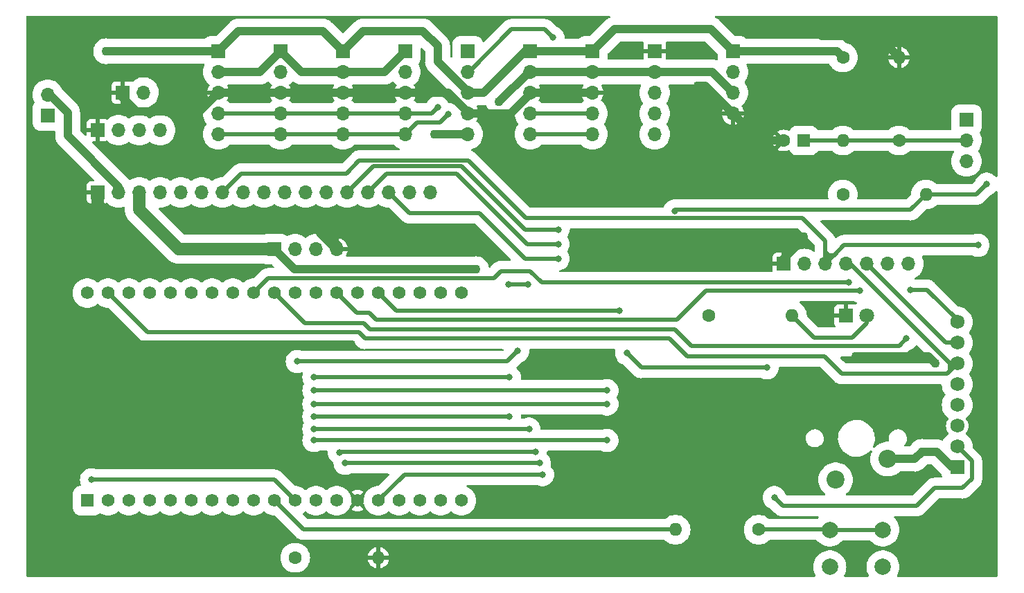
<source format=gbr>
%TF.GenerationSoftware,KiCad,Pcbnew,7.0.8*%
%TF.CreationDate,2024-07-30T15:52:22+02:00*%
%TF.ProjectId,RWTH,52575448-2e6b-4696-9361-645f70636258,rev?*%
%TF.SameCoordinates,Original*%
%TF.FileFunction,Copper,L1,Top*%
%TF.FilePolarity,Positive*%
%FSLAX46Y46*%
G04 Gerber Fmt 4.6, Leading zero omitted, Abs format (unit mm)*
G04 Created by KiCad (PCBNEW 7.0.8) date 2024-07-30 15:52:22*
%MOMM*%
%LPD*%
G01*
G04 APERTURE LIST*
%TA.AperFunction,ComponentPad*%
%ADD10R,1.600000X1.600000*%
%TD*%
%TA.AperFunction,ComponentPad*%
%ADD11C,1.600000*%
%TD*%
%TA.AperFunction,ComponentPad*%
%ADD12O,1.600000X1.600000*%
%TD*%
%TA.AperFunction,ComponentPad*%
%ADD13R,1.700000X1.700000*%
%TD*%
%TA.AperFunction,ComponentPad*%
%ADD14O,1.700000X1.700000*%
%TD*%
%TA.AperFunction,ComponentPad*%
%ADD15R,1.800000X1.800000*%
%TD*%
%TA.AperFunction,ComponentPad*%
%ADD16C,1.800000*%
%TD*%
%TA.AperFunction,ComponentPad*%
%ADD17C,2.200000*%
%TD*%
%TA.AperFunction,ComponentPad*%
%ADD18C,2.000000*%
%TD*%
%TA.AperFunction,ComponentPad*%
%ADD19R,1.560000X1.560000*%
%TD*%
%TA.AperFunction,ComponentPad*%
%ADD20C,1.560000*%
%TD*%
%TA.AperFunction,ComponentPad*%
%ADD21R,1.725000X1.725000*%
%TD*%
%TA.AperFunction,ComponentPad*%
%ADD22C,1.725000*%
%TD*%
%TA.AperFunction,ViaPad*%
%ADD23C,0.800000*%
%TD*%
%TA.AperFunction,ViaPad*%
%ADD24C,1.100000*%
%TD*%
%TA.AperFunction,ViaPad*%
%ADD25C,5.000000*%
%TD*%
%TA.AperFunction,ViaPad*%
%ADD26C,1.500000*%
%TD*%
%TA.AperFunction,Conductor*%
%ADD27C,0.508000*%
%TD*%
%TA.AperFunction,Conductor*%
%ADD28C,1.016000*%
%TD*%
%TA.AperFunction,Conductor*%
%ADD29C,1.500000*%
%TD*%
G04 APERTURE END LIST*
D10*
%TO.P,C1,1*%
%TO.N,Net-(J14-Pin_2)*%
X164781112Y-64135000D03*
D11*
%TO.P,C1,2*%
%TO.N,GND*%
X162281112Y-64135000D03*
%TD*%
%TO.P,R5,1*%
%TO.N,Net-(J14-Pin_2)*%
X169545000Y-70739000D03*
D12*
%TO.P,R5,2*%
%TO.N,/GPIO 35 (Input only)*%
X179705000Y-70739000D03*
%TD*%
D13*
%TO.P,J2,1,Pin_1*%
%TO.N,/5V*%
X100838000Y-53213000D03*
D14*
%TO.P,J2,2,Pin_2*%
%TO.N,unconnected-(J2-Pin_2-Pad2)*%
X100838000Y-55753000D03*
%TO.P,J2,3,Pin_3*%
%TO.N,GND*%
X100838000Y-58293000D03*
%TO.P,J2,4,Pin_4*%
%TO.N,/SCL*%
X100838000Y-60833000D03*
%TO.P,J2,5,Pin_5*%
%TO.N,/SDA*%
X100838000Y-63373000D03*
%TD*%
D15*
%TO.P,D1,1,K*%
%TO.N,GND*%
X169921000Y-85598000D03*
D16*
%TO.P,D1,2,A*%
%TO.N,Net-(D1-A)*%
X172461000Y-85598000D03*
%TD*%
D11*
%TO.P,R6,1*%
%TO.N,/GPIO 27*%
X102616000Y-115189000D03*
D12*
%TO.P,R6,2*%
%TO.N,GND*%
X112776000Y-115189000D03*
%TD*%
D13*
%TO.P,J8,1,Pin_1*%
%TO.N,/SCL*%
X123698000Y-53213000D03*
D14*
%TO.P,J8,2,Pin_2*%
%TO.N,/SDA*%
X123698000Y-55753000D03*
%TO.P,J8,3,Pin_3*%
%TO.N,/3.3V*%
X123698000Y-58293000D03*
%TO.P,J8,4,Pin_4*%
%TO.N,GND*%
X123698000Y-60833000D03*
%TO.P,J8,5,Pin_5*%
%TO.N,/5V*%
X123698000Y-63373000D03*
%TD*%
D17*
%TO.P,SW1,1,1*%
%TO.N,Net-(R3-Pad1)*%
X168656000Y-105664000D03*
%TO.P,SW1,2,2*%
%TO.N,/3.3V*%
X175006000Y-103124000D03*
%TD*%
D11*
%TO.P,R3,1*%
%TO.N,Net-(R3-Pad1)*%
X159258000Y-111760000D03*
D12*
%TO.P,R3,2*%
%TO.N,/GPIO 26*%
X149098000Y-111760000D03*
%TD*%
D13*
%TO.P,J15,1,Pin_1*%
%TO.N,/GPIO 27*%
X72365000Y-61067000D03*
D14*
%TO.P,J15,2,Pin_2*%
%TO.N,/3.3V*%
X72365000Y-58527000D03*
%TD*%
D13*
%TO.P,J1,1,Pin_1*%
%TO.N,/3.3V*%
X93218000Y-53213000D03*
D14*
%TO.P,J1,2,Pin_2*%
%TO.N,/5V*%
X93218000Y-55753000D03*
%TO.P,J1,3,Pin_3*%
%TO.N,GND*%
X93218000Y-58293000D03*
%TO.P,J1,4,Pin_4*%
%TO.N,/SCL*%
X93218000Y-60833000D03*
%TO.P,J1,5,Pin_5*%
%TO.N,/SDA*%
X93218000Y-63373000D03*
%TD*%
D11*
%TO.P,R1,1*%
%TO.N,/GPIO 25*%
X153162000Y-85598000D03*
D12*
%TO.P,R1,2*%
%TO.N,Net-(D1-A)*%
X163322000Y-85598000D03*
%TD*%
D11*
%TO.P,R4,1*%
%TO.N,/3.3V*%
X169545000Y-53975000D03*
D12*
%TO.P,R4,2*%
%TO.N,Net-(J14-Pin_2)*%
X169545000Y-64135000D03*
%TD*%
D18*
%TO.P,SW2,1,1*%
%TO.N,Net-(R3-Pad1)*%
X167946000Y-111796000D03*
X174446000Y-111796000D03*
%TO.P,SW2,2,2*%
%TO.N,/3.3V*%
X167946000Y-116296000D03*
X174446000Y-116296000D03*
%TD*%
D19*
%TO.P,U1,J2-1,3V3*%
%TO.N,/3.3V*%
X77216000Y-108204000D03*
D20*
%TO.P,U1,J2-2,EN*%
%TO.N,unconnected-(U1-EN-PadJ2-2)*%
X79756000Y-108204000D03*
%TO.P,U1,J2-3,SENSOR_VP*%
%TO.N,/GPIO 36 (Input only)*%
X82296000Y-108204000D03*
%TO.P,U1,J2-4,SENSOR_VN*%
%TO.N,/GPIO 39 (Input only)*%
X84836000Y-108204000D03*
%TO.P,U1,J2-5,IO34*%
%TO.N,/GPIO 34 (Input only)*%
X87376000Y-108204000D03*
%TO.P,U1,J2-6,IO35*%
%TO.N,/GPIO 35 (Input only)*%
X89916000Y-108204000D03*
%TO.P,U1,J2-7,IO32*%
%TO.N,/GPIO 32*%
X92456000Y-108204000D03*
%TO.P,U1,J2-8,IO33*%
%TO.N,/GPIO 33*%
X94996000Y-108204000D03*
%TO.P,U1,J2-9,IO25*%
%TO.N,/GPIO 25*%
X97536000Y-108204000D03*
%TO.P,U1,J2-10,IO26*%
%TO.N,/GPIO 26*%
X100076000Y-108204000D03*
%TO.P,U1,J2-11,IO27*%
%TO.N,/GPIO 27*%
X102616000Y-108204000D03*
%TO.P,U1,J2-12,IO14*%
%TO.N,/GPIO 14*%
X105156000Y-108204000D03*
%TO.P,U1,J2-13,IO12*%
%TO.N,/GPIO 12*%
X107696000Y-108204000D03*
%TO.P,U1,J2-14,GND1*%
%TO.N,GND*%
X110236000Y-108204000D03*
%TO.P,U1,J2-15,IO13*%
%TO.N,/GPIO 13*%
X112776000Y-108204000D03*
%TO.P,U1,J2-16,SD2*%
%TO.N,unconnected-(U1-SD2-PadJ2-16)*%
X115316000Y-108204000D03*
%TO.P,U1,J2-17,SD3*%
%TO.N,unconnected-(U1-SD3-PadJ2-17)*%
X117856000Y-108204000D03*
%TO.P,U1,J2-18,CMD*%
%TO.N,unconnected-(U1-CMD-PadJ2-18)*%
X120396000Y-108204000D03*
%TO.P,U1,J2-19,EXT_5V*%
%TO.N,/5V*%
X122936000Y-108204000D03*
%TO.P,U1,J3-1,GND3*%
%TO.N,unconnected-(U1-GND3-PadJ3-1)*%
X77216000Y-82804000D03*
%TO.P,U1,J3-2,IO23*%
%TO.N,/MOSI*%
X79756000Y-82804000D03*
%TO.P,U1,J3-3,IO22*%
%TO.N,/SCL*%
X82296000Y-82804000D03*
%TO.P,U1,J3-4,TXD0*%
%TO.N,unconnected-(U1-TXD0-PadJ3-4)*%
X84836000Y-82804000D03*
%TO.P,U1,J3-5,RXD0*%
%TO.N,unconnected-(U1-RXD0-PadJ3-5)*%
X87376000Y-82804000D03*
%TO.P,U1,J3-6,IO21*%
%TO.N,/SDA*%
X89916000Y-82804000D03*
%TO.P,U1,J3-7,GND2*%
%TO.N,unconnected-(U1-GND2-PadJ3-7)*%
X92456000Y-82804000D03*
%TO.P,U1,J3-8,IO19*%
%TO.N,/MISO*%
X94996000Y-82804000D03*
%TO.P,U1,J3-9,IO18*%
%TO.N,/SCK*%
X97536000Y-82804000D03*
%TO.P,U1,J3-10,IO5*%
%TO.N,/SS*%
X100076000Y-82804000D03*
%TO.P,U1,J3-11,IO17*%
%TO.N,/TXD 2*%
X102616000Y-82804000D03*
%TO.P,U1,J3-12,IO16*%
%TO.N,/RXD 2*%
X105156000Y-82804000D03*
%TO.P,U1,J3-13,IO4*%
%TO.N,/CS*%
X107696000Y-82804000D03*
%TO.P,U1,J3-14,IO0*%
%TO.N,/GPIO 0*%
X110236000Y-82804000D03*
%TO.P,U1,J3-15,IO2*%
%TO.N,/GPIO 2*%
X112776000Y-82804000D03*
%TO.P,U1,J3-16,IO15*%
%TO.N,/GPIO 15*%
X115316000Y-82804000D03*
%TO.P,U1,J3-17,SD1*%
%TO.N,unconnected-(U1-SD1-PadJ3-17)*%
X117856000Y-82804000D03*
%TO.P,U1,J3-18,SD0*%
%TO.N,unconnected-(U1-SD0-PadJ3-18)*%
X120396000Y-82804000D03*
%TO.P,U1,J3-19,CLK*%
%TO.N,unconnected-(U1-CLK-PadJ3-19)*%
X122936000Y-82804000D03*
%TD*%
D13*
%TO.P,J9,1,Pin_1*%
%TO.N,GND*%
X162306000Y-79248000D03*
D14*
%TO.P,J9,2,Pin_2*%
%TO.N,/5V*%
X164846000Y-79248000D03*
%TO.P,J9,3,Pin_3*%
%TO.N,/MISO*%
X167386000Y-79248000D03*
%TO.P,J9,4,Pin_4*%
%TO.N,/MOSI*%
X169926000Y-79248000D03*
%TO.P,J9,5,Pin_5*%
%TO.N,/SCK*%
X172466000Y-79248000D03*
%TO.P,J9,6,Pin_6*%
%TO.N,/CS*%
X175006000Y-79248000D03*
%TO.P,J9,7,Pin_7*%
%TO.N,/3.3V*%
X177546000Y-79248000D03*
%TD*%
D13*
%TO.P,J10,1,Pin_1*%
%TO.N,/3.3V*%
X131318000Y-53213000D03*
D14*
%TO.P,J10,2,Pin_2*%
%TO.N,/5V*%
X131318000Y-55753000D03*
%TO.P,J10,3,Pin_3*%
%TO.N,GND*%
X131318000Y-58293000D03*
%TO.P,J10,4,Pin_4*%
%TO.N,/SCL*%
X131318000Y-60833000D03*
%TO.P,J10,5,Pin_5*%
%TO.N,/SDA*%
X131318000Y-63373000D03*
%TD*%
D13*
%TO.P,J5,1,Pin_1*%
%TO.N,/5V*%
X100076000Y-77445000D03*
D14*
%TO.P,J5,2,Pin_2*%
%TO.N,/TXD 2*%
X102616000Y-77445000D03*
%TO.P,J5,3,Pin_3*%
%TO.N,/RXD 2*%
X105156000Y-77445000D03*
%TO.P,J5,4,Pin_4*%
%TO.N,GND*%
X107696000Y-77445000D03*
%TD*%
D13*
%TO.P,J3,1,Pin_1*%
%TO.N,GND*%
X81534000Y-58268000D03*
D14*
%TO.P,J3,2,Pin_2*%
%TO.N,/5V*%
X84074000Y-58268000D03*
%TD*%
D13*
%TO.P,J7,1,Pin_1*%
%TO.N,/5V*%
X116078000Y-53213000D03*
D14*
%TO.P,J7,2,Pin_2*%
%TO.N,unconnected-(J7-Pin_2-Pad2)*%
X116078000Y-55753000D03*
%TO.P,J7,3,Pin_3*%
%TO.N,GND*%
X116078000Y-58293000D03*
%TO.P,J7,4,Pin_4*%
%TO.N,/SCL*%
X116078000Y-60833000D03*
%TO.P,J7,5,Pin_5*%
%TO.N,/SDA*%
X116078000Y-63373000D03*
%TD*%
D13*
%TO.P,J14,1,Pin_1*%
%TO.N,/GPIO 35 (Input only)*%
X184658000Y-61595000D03*
D14*
%TO.P,J14,2,Pin_2*%
%TO.N,Net-(J14-Pin_2)*%
X184658000Y-64135000D03*
%TO.P,J14,3,Pin_3*%
%TO.N,unconnected-(J14-Pin_3-Pad3)*%
X184658000Y-66675000D03*
%TD*%
D13*
%TO.P,J4,1,Pin_1*%
%TO.N,GND*%
X78486000Y-70485000D03*
D14*
%TO.P,J4,2,Pin_2*%
%TO.N,/3.3V*%
X81026000Y-70485000D03*
%TO.P,J4,3,Pin_3*%
%TO.N,/5V*%
X83566000Y-70485000D03*
%TO.P,J4,4,Pin_4*%
%TO.N,/MOSI*%
X86106000Y-70485000D03*
%TO.P,J4,5,Pin_5*%
%TO.N,/SCL*%
X88646000Y-70485000D03*
%TO.P,J4,6,Pin_6*%
%TO.N,/SDA*%
X91186000Y-70485000D03*
%TO.P,J4,7,Pin_7*%
%TO.N,/MISO*%
X93726000Y-70485000D03*
%TO.P,J4,8,Pin_8*%
%TO.N,/SCK*%
X96266000Y-70485000D03*
%TO.P,J4,9,Pin_9*%
%TO.N,/TXD 2*%
X98806000Y-70485000D03*
%TO.P,J4,10,Pin_10*%
%TO.N,/RXD 2*%
X101346000Y-70485000D03*
%TO.P,J4,11,Pin_11*%
%TO.N,/GPIO 0*%
X103886000Y-70485000D03*
%TO.P,J4,12,Pin_12*%
%TO.N,/GPIO 15*%
X106426000Y-70485000D03*
%TO.P,J4,13,Pin_13*%
%TO.N,/GPIO 13*%
X108966000Y-70485000D03*
%TO.P,J4,14,Pin_14*%
%TO.N,/GPIO 12*%
X111506000Y-70485000D03*
%TO.P,J4,15,Pin_15*%
%TO.N,/GPIO 14*%
X114046000Y-70485000D03*
%TO.P,J4,16,Pin_16*%
%TO.N,/GPIO 39 (Input only)*%
X116586000Y-70485000D03*
%TO.P,J4,17,Pin_17*%
%TO.N,/GPIO 36 (Input only)*%
X119126000Y-70485000D03*
%TD*%
D13*
%TO.P,J11,1,Pin_1*%
%TO.N,/3.3V*%
X138938000Y-53213000D03*
D14*
%TO.P,J11,2,Pin_2*%
%TO.N,/5V*%
X138938000Y-55753000D03*
%TO.P,J11,3,Pin_3*%
%TO.N,GND*%
X138938000Y-58293000D03*
%TO.P,J11,4,Pin_4*%
%TO.N,/SCL*%
X138938000Y-60833000D03*
%TO.P,J11,5,Pin_5*%
%TO.N,/SDA*%
X138938000Y-63373000D03*
%TD*%
D13*
%TO.P,J16,1,Pin_1*%
%TO.N,GND*%
X78486000Y-62865000D03*
D14*
%TO.P,J16,2,Pin_2*%
%TO.N,unconnected-(J16-Pin_2-Pad2)*%
X81026000Y-62865000D03*
%TO.P,J16,3,Pin_3*%
%TO.N,unconnected-(J16-Pin_3-Pad3)*%
X83566000Y-62865000D03*
%TO.P,J16,4,Pin_4*%
%TO.N,/5V*%
X86106000Y-62865000D03*
%TD*%
D11*
%TO.P,R2,1*%
%TO.N,Net-(J14-Pin_2)*%
X176403000Y-64135000D03*
D12*
%TO.P,R2,2*%
%TO.N,GND*%
X176403000Y-53975000D03*
%TD*%
D13*
%TO.P,J6,1,Pin_1*%
%TO.N,/3.3V*%
X108458000Y-53213000D03*
D14*
%TO.P,J6,2,Pin_2*%
%TO.N,/5V*%
X108458000Y-55753000D03*
%TO.P,J6,3,Pin_3*%
%TO.N,GND*%
X108458000Y-58293000D03*
%TO.P,J6,4,Pin_4*%
%TO.N,/SCL*%
X108458000Y-60833000D03*
%TO.P,J6,5,Pin_5*%
%TO.N,/SDA*%
X108458000Y-63373000D03*
%TD*%
D13*
%TO.P,J13,1,Pin_1*%
%TO.N,/3.3V*%
X156108000Y-53223000D03*
D14*
%TO.P,J13,2,Pin_2*%
%TO.N,/GPIO 34 (Input only)*%
X156108000Y-55763000D03*
%TO.P,J13,3,Pin_3*%
%TO.N,/5V*%
X156108000Y-58303000D03*
%TO.P,J13,4,Pin_4*%
%TO.N,GND*%
X156108000Y-60843000D03*
%TD*%
D21*
%TO.P,U2,1,VCC*%
%TO.N,/3.3V*%
X183515000Y-104140000D03*
D22*
%TO.P,U2,2,RST*%
%TO.N,/GPIO 2*%
X183515000Y-101600000D03*
%TO.P,U2,3,GND*%
%TO.N,GND*%
X183515000Y-99060000D03*
%TO.P,U2,4,IRQ*%
%TO.N,unconnected-(U2-IRQ-Pad4)*%
X183515000Y-96520000D03*
%TO.P,U2,5,MISO/SCL/TX*%
%TO.N,/MISO*%
X183515000Y-93980000D03*
%TO.P,U2,6,MOSI*%
%TO.N,/MOSI*%
X183515000Y-91440000D03*
%TO.P,U2,7,SCK*%
%TO.N,/SCK*%
X183515000Y-88900000D03*
%TO.P,U2,8,SS/SDA/RX*%
%TO.N,/SS*%
X183515000Y-86360000D03*
%TD*%
D13*
%TO.P,J12,1,Pin_1*%
%TO.N,GND*%
X146558000Y-53213000D03*
D14*
%TO.P,J12,2,Pin_2*%
%TO.N,/5V*%
X146558000Y-55753000D03*
%TO.P,J12,3,Pin_3*%
%TO.N,unconnected-(J12-Pin_3-Pad3)*%
X146558000Y-58293000D03*
%TO.P,J12,4,Pin_4*%
%TO.N,/GPIO 32*%
X146558000Y-60833000D03*
%TO.P,J12,5,Pin_5*%
%TO.N,/GPIO 33*%
X146558000Y-63373000D03*
%TD*%
D23*
%TO.N,/SCL*%
X120015000Y-60071000D03*
%TO.N,/SDA*%
X134112000Y-51562000D03*
X121285000Y-60960000D03*
%TO.N,/MISO*%
X186055000Y-76962000D03*
%TO.N,/SCK*%
X170243500Y-81470500D03*
%TO.N,/SS*%
X177800000Y-82423000D03*
X177292000Y-88392000D03*
%TO.N,/GPIO 2*%
X160274000Y-91948000D03*
X142240000Y-84963000D03*
X161163000Y-107823000D03*
X143129000Y-90170000D03*
D24*
%TO.N,/3.3V*%
X79502000Y-53213000D03*
X179197000Y-102235000D03*
D23*
%TO.N,/GPIO 36 (Input only)*%
X129794000Y-89916000D03*
X102870000Y-91186000D03*
%TO.N,/GPIO 39 (Input only)*%
X131064000Y-81788000D03*
X128778000Y-93091000D03*
X104902000Y-93091000D03*
X128651000Y-81788000D03*
D25*
%TO.N,GND*%
X184000000Y-53000000D03*
D23*
X82296000Y-96393000D03*
D24*
X78994000Y-89154000D03*
D23*
X158623000Y-94361000D03*
X169926000Y-74803000D03*
D26*
X91694000Y-80010000D03*
D25*
X74000000Y-113000000D03*
D24*
X109474000Y-89154000D03*
D23*
X129667000Y-108204000D03*
D24*
X167030400Y-51358800D03*
D25*
X184000000Y-113000000D03*
D24*
X151828500Y-57467500D03*
D23*
X131064000Y-69596000D03*
D24*
X164719000Y-75946000D03*
X171069000Y-90551000D03*
D25*
X74000000Y-53000000D03*
D23*
X143129000Y-77724000D03*
D26*
X92964000Y-74549000D03*
D24*
X180848000Y-91440000D03*
D23*
X163449000Y-94361000D03*
X183515000Y-79248000D03*
X105156000Y-66040000D03*
D24*
%TO.N,/5V*%
X124714000Y-79883000D03*
X127508000Y-59436000D03*
X119634000Y-63373000D03*
D23*
%TO.N,/GPIO 34 (Input only)*%
X140716000Y-94742000D03*
X104902000Y-94742000D03*
%TO.N,/GPIO 35 (Input only)*%
X140716000Y-96393000D03*
X148971000Y-72771000D03*
X104902000Y-96393000D03*
X187096400Y-69469000D03*
%TO.N,/GPIO 25*%
X104902000Y-100838000D03*
X140716000Y-100838000D03*
%TO.N,/GPIO 32*%
X104902000Y-97917000D03*
X128778000Y-97917000D03*
%TO.N,/GPIO 33*%
X131191000Y-99441000D03*
X104902000Y-99441000D03*
%TO.N,/GPIO 27*%
X77724000Y-105664000D03*
%TO.N,/GPIO 14*%
X134747000Y-78613000D03*
X131953000Y-102235000D03*
X108013500Y-102298500D03*
%TO.N,/GPIO 12*%
X132461000Y-103632000D03*
X108712000Y-103632000D03*
X134747000Y-76835000D03*
%TO.N,/GPIO 13*%
X134747000Y-75057000D03*
X132842000Y-105029000D03*
%TO.N,/CS*%
X171577000Y-82550000D03*
%TD*%
D27*
%TO.N,/MOSI*%
X79756000Y-82804000D02*
X84582000Y-87630000D01*
X169428212Y-92710000D02*
X182245000Y-92710000D01*
X183515000Y-91440000D02*
X182652500Y-91440000D01*
X110363000Y-87630000D02*
X111125000Y-88392000D01*
X84582000Y-87630000D02*
X110363000Y-87630000D01*
X111125000Y-88392000D02*
X148336000Y-88392000D01*
X170460500Y-79248000D02*
X169926000Y-79248000D01*
X167269212Y-90551000D02*
X169428212Y-92710000D01*
X182245000Y-92710000D02*
X182689500Y-92265500D01*
X182652500Y-91440000D02*
X170460500Y-79248000D01*
X150495000Y-90551000D02*
X167269212Y-90551000D01*
X182652500Y-92228500D02*
X182652500Y-91440000D01*
X182689500Y-92265500D02*
X182652500Y-92228500D01*
X148336000Y-88392000D02*
X150495000Y-90551000D01*
X182689500Y-92265500D02*
X183515000Y-91440000D01*
%TO.N,/SCL*%
X93218000Y-60833000D02*
X100838000Y-60833000D01*
X131699000Y-60833000D02*
X138938000Y-60833000D01*
X119253000Y-60833000D02*
X120015000Y-60071000D01*
X100838000Y-60833000D02*
X108458000Y-60833000D01*
X108458000Y-60833000D02*
X116078000Y-60833000D01*
X116078000Y-60833000D02*
X119253000Y-60833000D01*
%TO.N,/SDA*%
X100838000Y-63373000D02*
X108458000Y-63373000D01*
X93218000Y-63373000D02*
X100838000Y-63373000D01*
X123825000Y-55753000D02*
X123698000Y-55753000D01*
X133096000Y-50546000D02*
X129032000Y-50546000D01*
X121285000Y-60960000D02*
X120269000Y-61976000D01*
X108458000Y-63373000D02*
X116078000Y-63373000D01*
X134112000Y-51562000D02*
X133096000Y-50546000D01*
X120269000Y-61976000D02*
X117475000Y-61976000D01*
X129032000Y-50546000D02*
X123825000Y-55753000D01*
X131445000Y-63373000D02*
X138938000Y-63373000D01*
X117475000Y-61976000D02*
X116078000Y-63373000D01*
%TO.N,/MISO*%
X167830500Y-78168500D02*
X167386000Y-77724000D01*
X96012000Y-68199000D02*
X93726000Y-70485000D01*
X167386000Y-79248000D02*
X167386000Y-77878762D01*
X168465500Y-78168500D02*
X168084500Y-78549500D01*
X108839000Y-68199000D02*
X96012000Y-68199000D01*
X130778200Y-73628200D02*
X123748800Y-66598800D01*
X164560200Y-73628200D02*
X130778200Y-73628200D01*
X110439200Y-66598800D02*
X108839000Y-68199000D01*
X167957500Y-78549500D02*
X168084500Y-78549500D01*
X169672000Y-76962000D02*
X168465500Y-78168500D01*
X167386000Y-76454000D02*
X164560200Y-73628200D01*
X167386000Y-77978000D02*
X167957500Y-78549500D01*
X186055000Y-76962000D02*
X169672000Y-76962000D01*
X168084500Y-78549500D02*
X167386000Y-79248000D01*
X167386000Y-77878762D02*
X167386000Y-76454000D01*
X168465500Y-78168500D02*
X167830500Y-78168500D01*
X123748800Y-66598800D02*
X110439200Y-66598800D01*
X167386000Y-77878762D02*
X167386000Y-77978000D01*
%TO.N,/SCK*%
X182118000Y-88900000D02*
X172466000Y-79248000D01*
X127762000Y-80137000D02*
X126873000Y-81026000D01*
X131318000Y-80137000D02*
X127762000Y-80137000D01*
X183515000Y-88900000D02*
X182118000Y-88900000D01*
X170180000Y-81534000D02*
X132715000Y-81534000D01*
X132715000Y-81534000D02*
X131318000Y-80137000D01*
X99314000Y-81026000D02*
X97536000Y-82804000D01*
X170243500Y-81470500D02*
X170180000Y-81534000D01*
X126873000Y-81026000D02*
X99314000Y-81026000D01*
%TO.N,/SS*%
X103759000Y-86487000D02*
X110998000Y-86487000D01*
X111760000Y-87249000D02*
X148971000Y-87249000D01*
X177800000Y-82423000D02*
X179832000Y-82423000D01*
X179832000Y-82423000D02*
X183515000Y-86106000D01*
X183515000Y-86106000D02*
X183515000Y-86360000D01*
X148971000Y-87249000D02*
X151003000Y-89281000D01*
X110998000Y-86487000D02*
X111760000Y-87249000D01*
X100076000Y-82804000D02*
X103759000Y-86487000D01*
X151003000Y-89281000D02*
X176403000Y-89281000D01*
X176403000Y-89281000D02*
X177292000Y-88392000D01*
%TO.N,/GPIO 2*%
X162179000Y-108839000D02*
X178562000Y-108839000D01*
X185293000Y-103378000D02*
X183515000Y-101600000D01*
X185293000Y-105537000D02*
X185293000Y-103378000D01*
X144907000Y-91948000D02*
X143129000Y-90170000D01*
X178562000Y-108839000D02*
X180721000Y-106680000D01*
X161163000Y-107823000D02*
X162179000Y-108839000D01*
X160274000Y-91948000D02*
X144907000Y-91948000D01*
X142240000Y-84963000D02*
X114935000Y-84963000D01*
X114935000Y-84963000D02*
X112776000Y-82804000D01*
X184150000Y-106680000D02*
X185293000Y-105537000D01*
X180721000Y-106680000D02*
X184150000Y-106680000D01*
D28*
%TO.N,/3.3V*%
X106015000Y-50770000D02*
X108458000Y-53213000D01*
X74803000Y-60727368D02*
X74803000Y-63563500D01*
X168793000Y-53223000D02*
X169545000Y-53975000D01*
X180975000Y-102235000D02*
X182880000Y-104140000D01*
X95661000Y-50770000D02*
X106015000Y-50770000D01*
X74803000Y-63563500D02*
X81026000Y-69786500D01*
X118190000Y-50730000D02*
X120010000Y-52550000D01*
X72602632Y-58527000D02*
X74803000Y-60727368D01*
X93218000Y-53213000D02*
X95661000Y-50770000D01*
X153431000Y-50546000D02*
X156108000Y-53223000D01*
X156108000Y-53223000D02*
X168793000Y-53223000D01*
X110941000Y-50730000D02*
X118190000Y-50730000D01*
X81026000Y-69786500D02*
X81026000Y-70485000D01*
X130683000Y-53213000D02*
X138938000Y-53213000D01*
X79502000Y-53213000D02*
X93218000Y-53213000D01*
X179197000Y-102235000D02*
X180975000Y-102235000D01*
X179197000Y-102235000D02*
X178308000Y-103124000D01*
X178308000Y-103124000D02*
X175006000Y-103124000D01*
X182880000Y-104140000D02*
X183515000Y-104140000D01*
X120010000Y-52550000D02*
X120010000Y-54478000D01*
X141605000Y-50546000D02*
X153431000Y-50546000D01*
X125603000Y-58293000D02*
X130683000Y-53213000D01*
X123825000Y-58293000D02*
X125603000Y-58293000D01*
X120010000Y-54478000D02*
X123825000Y-58293000D01*
X72365000Y-58527000D02*
X72602632Y-58527000D01*
X108458000Y-53213000D02*
X110941000Y-50730000D01*
X138938000Y-53213000D02*
X141605000Y-50546000D01*
D27*
%TO.N,/GPIO 36 (Input only)*%
X128524000Y-91186000D02*
X102870000Y-91186000D01*
X129794000Y-89916000D02*
X128524000Y-91186000D01*
%TO.N,/GPIO 39 (Input only)*%
X128651000Y-81788000D02*
X131064000Y-81788000D01*
X116812238Y-70485000D02*
X116586000Y-70485000D01*
X128778000Y-93091000D02*
X104902000Y-93091000D01*
D28*
%TO.N,GND*%
X159400000Y-64135000D02*
X162281112Y-64135000D01*
D29*
X105112344Y-74549000D02*
X107696000Y-77132656D01*
D28*
X83261000Y-60579000D02*
X90932000Y-60579000D01*
X162306000Y-78613000D02*
X162306000Y-79248000D01*
X156108000Y-60843000D02*
X159400000Y-64135000D01*
X93218000Y-58293000D02*
X100838000Y-58293000D01*
X152732500Y-57467500D02*
X156108000Y-60843000D01*
X167030400Y-51358800D02*
X173786800Y-51358800D01*
D29*
X78486000Y-72009000D02*
X78486000Y-70485000D01*
D28*
X90932000Y-60579000D02*
X93218000Y-58293000D01*
X164719000Y-76200000D02*
X162306000Y-78613000D01*
X100838000Y-58293000D02*
X108458000Y-58293000D01*
X121285000Y-58293000D02*
X123825000Y-60833000D01*
D29*
X86487000Y-80010000D02*
X78486000Y-72009000D01*
D28*
X128905000Y-60833000D02*
X131445000Y-58293000D01*
X108458000Y-58293000D02*
X116078000Y-58293000D01*
X81534000Y-58268000D02*
X81534000Y-58852000D01*
D29*
X91694000Y-80010000D02*
X86487000Y-80010000D01*
D28*
X116078000Y-58293000D02*
X121285000Y-58293000D01*
X171069000Y-90551000D02*
X179959000Y-90551000D01*
X173786800Y-51358800D02*
X176403000Y-53975000D01*
X131445000Y-58293000D02*
X138938000Y-58293000D01*
X151828500Y-57467500D02*
X152732500Y-57467500D01*
X78994000Y-89154000D02*
X109474000Y-89154000D01*
X164719000Y-75946000D02*
X164719000Y-76200000D01*
X81534000Y-58852000D02*
X83261000Y-60579000D01*
D29*
X107696000Y-77132656D02*
X107696000Y-77445000D01*
X92964000Y-74549000D02*
X105112344Y-74549000D01*
D28*
X179959000Y-90551000D02*
X180848000Y-91440000D01*
X123825000Y-60833000D02*
X128905000Y-60833000D01*
%TO.N,/5V*%
X103378000Y-55753000D02*
X108458000Y-55753000D01*
X146558000Y-55753000D02*
X153558000Y-55753000D01*
X153558000Y-55753000D02*
X156108000Y-58303000D01*
X102514000Y-79883000D02*
X100076000Y-77445000D01*
D29*
X83566000Y-72644000D02*
X83566000Y-70485000D01*
D28*
X100838000Y-53213000D02*
X103378000Y-55753000D01*
D29*
X100076000Y-77445000D02*
X88367000Y-77445000D01*
D28*
X108458000Y-55753000D02*
X113538000Y-55753000D01*
X98298000Y-55753000D02*
X100838000Y-53213000D01*
X113538000Y-55753000D02*
X116078000Y-53213000D01*
D29*
X88367000Y-77445000D02*
X83566000Y-72644000D01*
D28*
X124714000Y-79883000D02*
X102514000Y-79883000D01*
X131318000Y-55753000D02*
X138938000Y-55753000D01*
X119634000Y-63373000D02*
X123698000Y-63373000D01*
X93218000Y-55753000D02*
X98298000Y-55753000D01*
X127508000Y-59436000D02*
X131191000Y-55753000D01*
X138938000Y-55753000D02*
X146558000Y-55753000D01*
D27*
%TO.N,Net-(D1-A)*%
X163322000Y-85598000D02*
X165989000Y-88265000D01*
X165989000Y-88265000D02*
X170688000Y-88265000D01*
X172461000Y-86492000D02*
X172461000Y-85598000D01*
X170688000Y-88265000D02*
X172461000Y-86492000D01*
%TO.N,/GPIO 34 (Input only)*%
X140716000Y-94742000D02*
X104902000Y-94742000D01*
%TO.N,/GPIO 35 (Input only)*%
X149098000Y-72644000D02*
X177800000Y-72644000D01*
X179705000Y-70739000D02*
X185826400Y-70739000D01*
X185826400Y-70739000D02*
X187096400Y-69469000D01*
X177800000Y-72644000D02*
X179705000Y-70739000D01*
X140716000Y-96393000D02*
X104902000Y-96393000D01*
X148971000Y-72771000D02*
X149098000Y-72644000D01*
%TO.N,/GPIO 25*%
X104902000Y-100838000D02*
X140716000Y-100838000D01*
%TO.N,/GPIO 32*%
X128778000Y-97917000D02*
X104902000Y-97917000D01*
%TO.N,/GPIO 33*%
X131191000Y-99441000D02*
X104902000Y-99441000D01*
%TO.N,/GPIO 26*%
X103632000Y-111760000D02*
X149098000Y-111760000D01*
X100076000Y-108204000D02*
X103632000Y-111760000D01*
%TO.N,/GPIO 27*%
X100076000Y-105664000D02*
X77724000Y-105664000D01*
X102616000Y-108204000D02*
X100076000Y-105664000D01*
%TO.N,/GPIO 14*%
X108077000Y-102235000D02*
X108013500Y-102298500D01*
X130683000Y-78613000D02*
X125095000Y-73025000D01*
X116586000Y-73025000D02*
X114046000Y-70485000D01*
X134747000Y-78613000D02*
X130683000Y-78613000D01*
X131953000Y-102235000D02*
X108077000Y-102235000D01*
X125095000Y-73025000D02*
X116586000Y-73025000D01*
%TO.N,/GPIO 12*%
X134747000Y-76835000D02*
X130937000Y-76835000D01*
X113792000Y-68199000D02*
X111506000Y-70485000D01*
X132461000Y-103632000D02*
X108712000Y-103632000D01*
X122301000Y-68199000D02*
X113792000Y-68199000D01*
X130937000Y-76835000D02*
X122301000Y-68199000D01*
%TO.N,/GPIO 13*%
X122936000Y-67310000D02*
X112141000Y-67310000D01*
X130683000Y-75057000D02*
X122936000Y-67310000D01*
X115951000Y-105029000D02*
X112776000Y-108204000D01*
X132842000Y-105029000D02*
X115951000Y-105029000D01*
X112141000Y-67310000D02*
X108966000Y-70485000D01*
X134747000Y-75057000D02*
X130683000Y-75057000D01*
%TO.N,Net-(R3-Pad1)*%
X168073000Y-111796000D02*
X174446000Y-111796000D01*
X159258000Y-111760000D02*
X168037000Y-111760000D01*
X168037000Y-111760000D02*
X168073000Y-111796000D01*
%TO.N,/CS*%
X112522000Y-86106000D02*
X149225000Y-86106000D01*
X107696000Y-82804000D02*
X110109000Y-85217000D01*
X111633000Y-85217000D02*
X112522000Y-86106000D01*
X152781000Y-82550000D02*
X171577000Y-82550000D01*
X149225000Y-86106000D02*
X152781000Y-82550000D01*
X110109000Y-85217000D02*
X111633000Y-85217000D01*
%TO.N,Net-(J14-Pin_2)*%
X164781112Y-64135000D02*
X169545000Y-64135000D01*
X169545000Y-64135000D02*
X176403000Y-64135000D01*
X176403000Y-64135000D02*
X184658000Y-64135000D01*
%TD*%
%TA.AperFunction,Conductor*%
%TO.N,GND*%
G36*
X141081750Y-48895502D02*
G01*
X141128243Y-48949158D01*
X141138347Y-49019432D01*
X141108853Y-49084012D01*
X141051116Y-49121794D01*
X141033960Y-49127140D01*
X140966771Y-49160695D01*
X140963318Y-49162291D01*
X140894229Y-49191727D01*
X140894218Y-49191733D01*
X140857806Y-49214757D01*
X140852283Y-49217872D01*
X140813763Y-49237110D01*
X140813750Y-49237118D01*
X140772159Y-49267080D01*
X140767155Y-49270686D01*
X140752828Y-49281007D01*
X140749674Y-49283137D01*
X140686187Y-49323285D01*
X140653937Y-49351855D01*
X140648985Y-49355815D01*
X140614042Y-49380989D01*
X140560933Y-49434097D01*
X140558171Y-49436697D01*
X140552712Y-49441534D01*
X140501948Y-49486507D01*
X140474695Y-49519884D01*
X140470442Y-49524589D01*
X138685436Y-51309595D01*
X138623124Y-51343620D01*
X138596341Y-51346500D01*
X138038057Y-51346500D01*
X137888739Y-51361206D01*
X137888736Y-51361206D01*
X137697122Y-51419332D01*
X137697116Y-51419334D01*
X137520533Y-51513720D01*
X137365745Y-51640750D01*
X137364361Y-51642437D01*
X137363410Y-51643084D01*
X137361371Y-51645124D01*
X137360984Y-51644737D01*
X137305683Y-51682404D01*
X137266965Y-51688500D01*
X135659355Y-51688500D01*
X135591234Y-51668498D01*
X135544741Y-51614842D01*
X135534365Y-51567145D01*
X135533785Y-51567194D01*
X135533421Y-51562804D01*
X135533355Y-51562500D01*
X135533355Y-51562004D01*
X135533355Y-51562000D01*
X135513970Y-51328053D01*
X135513969Y-51328049D01*
X135513968Y-51328043D01*
X135456342Y-51100487D01*
X135456340Y-51100483D01*
X135410902Y-50996896D01*
X135362044Y-50885510D01*
X135233649Y-50688986D01*
X135074658Y-50516275D01*
X134889407Y-50372089D01*
X134889406Y-50372088D01*
X134794679Y-50320824D01*
X134682952Y-50260361D01*
X134595044Y-50230182D01*
X134546862Y-50200104D01*
X134047324Y-49700566D01*
X134042621Y-49695303D01*
X134018022Y-49664455D01*
X133965724Y-49618765D01*
X133962638Y-49615880D01*
X133954036Y-49607278D01*
X133954035Y-49607277D01*
X133954033Y-49607275D01*
X133927567Y-49585180D01*
X133921171Y-49579840D01*
X133845799Y-49513990D01*
X133841983Y-49511710D01*
X133825863Y-49500271D01*
X133822459Y-49497429D01*
X133822444Y-49497419D01*
X133735382Y-49448019D01*
X133649473Y-49396690D01*
X133645317Y-49395131D01*
X133627415Y-49386756D01*
X133623554Y-49384565D01*
X133623545Y-49384561D01*
X133529086Y-49351509D01*
X133435371Y-49316336D01*
X133435366Y-49316335D01*
X133430980Y-49315539D01*
X133411875Y-49310495D01*
X133407696Y-49309032D01*
X133352269Y-49300253D01*
X133308858Y-49293377D01*
X133274577Y-49287156D01*
X133210349Y-49275500D01*
X133210347Y-49275500D01*
X133205909Y-49275500D01*
X133186201Y-49273949D01*
X133181816Y-49273254D01*
X133181807Y-49273254D01*
X133081748Y-49275500D01*
X129106890Y-49275500D01*
X129099832Y-49275104D01*
X129089581Y-49273949D01*
X129060622Y-49270686D01*
X128991335Y-49275357D01*
X128987097Y-49275500D01*
X128974946Y-49275500D01*
X128933942Y-49279190D01*
X128932297Y-49279338D01*
X128832444Y-49286071D01*
X128828139Y-49287156D01*
X128808665Y-49290465D01*
X128804232Y-49290864D01*
X128804229Y-49290864D01*
X128804227Y-49290865D01*
X128714817Y-49315540D01*
X128707711Y-49317501D01*
X128610680Y-49341951D01*
X128610679Y-49341952D01*
X128606635Y-49343789D01*
X128588062Y-49350522D01*
X128583773Y-49351705D01*
X128493579Y-49395141D01*
X128402460Y-49436529D01*
X128398811Y-49439058D01*
X128381735Y-49449003D01*
X128377733Y-49450930D01*
X128377725Y-49450934D01*
X128296771Y-49509751D01*
X128214470Y-49566768D01*
X128211318Y-49569921D01*
X128196315Y-49582735D01*
X128192715Y-49585351D01*
X128192712Y-49585353D01*
X128123564Y-49657676D01*
X125714199Y-52067040D01*
X125651887Y-52101066D01*
X125581072Y-52096001D01*
X125524236Y-52053454D01*
X125504529Y-52014520D01*
X125504441Y-52014229D01*
X125491667Y-51972120D01*
X125397278Y-51795531D01*
X125270252Y-51640748D01*
X125115469Y-51513722D01*
X125115467Y-51513721D01*
X125115466Y-51513720D01*
X124938883Y-51419334D01*
X124938877Y-51419332D01*
X124905521Y-51409213D01*
X124747269Y-51361208D01*
X124747266Y-51361207D01*
X124747261Y-51361206D01*
X124597942Y-51346500D01*
X124597934Y-51346500D01*
X122798066Y-51346500D01*
X122798057Y-51346500D01*
X122648739Y-51361206D01*
X122648736Y-51361206D01*
X122457122Y-51419332D01*
X122457116Y-51419334D01*
X122280533Y-51513720D01*
X122125748Y-51640748D01*
X121998720Y-51795533D01*
X121904334Y-51972116D01*
X121904332Y-51972122D01*
X121846206Y-52163736D01*
X121846206Y-52163739D01*
X121831500Y-52313057D01*
X121831500Y-53839341D01*
X121811498Y-53907462D01*
X121757842Y-53953955D01*
X121687568Y-53964059D01*
X121622988Y-53934565D01*
X121616405Y-53928436D01*
X121571405Y-53883436D01*
X121537379Y-53821124D01*
X121534500Y-53794341D01*
X121534500Y-52565383D01*
X121536670Y-52457655D01*
X121526117Y-52383288D01*
X121525696Y-52379504D01*
X121521813Y-52331405D01*
X121519654Y-52304657D01*
X121509342Y-52262821D01*
X121508139Y-52256612D01*
X121502086Y-52213955D01*
X121479747Y-52142265D01*
X121478725Y-52138598D01*
X121460749Y-52065668D01*
X121443863Y-52026036D01*
X121441673Y-52020081D01*
X121439940Y-52014520D01*
X121428859Y-51978958D01*
X121395290Y-51911744D01*
X121393712Y-51908329D01*
X121364270Y-51839224D01*
X121341247Y-51802816D01*
X121338134Y-51797299D01*
X121318884Y-51758753D01*
X121274976Y-51697806D01*
X121272863Y-51694677D01*
X121232716Y-51631189D01*
X121232713Y-51631186D01*
X121232709Y-51631179D01*
X121204143Y-51598936D01*
X121200186Y-51593989D01*
X121175008Y-51559040D01*
X121121901Y-51505933D01*
X121119317Y-51503189D01*
X121069494Y-51446950D01*
X121069493Y-51446949D01*
X121069490Y-51446946D01*
X121047916Y-51429332D01*
X121036109Y-51419692D01*
X121031422Y-51415454D01*
X119278844Y-49662875D01*
X119242644Y-49625187D01*
X119204224Y-49585187D01*
X119204217Y-49585180D01*
X119144193Y-49540076D01*
X119141220Y-49537699D01*
X119084006Y-49489032D01*
X119079829Y-49486507D01*
X119047135Y-49466742D01*
X119041877Y-49463190D01*
X119007446Y-49437317D01*
X118940957Y-49402421D01*
X118937641Y-49400551D01*
X118873363Y-49361693D01*
X118873357Y-49361690D01*
X118833397Y-49345608D01*
X118827636Y-49342945D01*
X118789498Y-49322928D01*
X118718274Y-49299150D01*
X118714703Y-49297836D01*
X118645018Y-49269791D01*
X118602991Y-49260325D01*
X118596881Y-49258622D01*
X118556029Y-49244984D01*
X118556019Y-49244981D01*
X118481893Y-49232935D01*
X118478156Y-49232211D01*
X118404898Y-49215712D01*
X118404887Y-49215711D01*
X118378978Y-49214144D01*
X118361880Y-49213110D01*
X118355587Y-49212409D01*
X118346999Y-49211013D01*
X118313077Y-49205500D01*
X118313070Y-49205500D01*
X118237976Y-49205500D01*
X118234172Y-49205385D01*
X118231141Y-49205201D01*
X118159205Y-49200849D01*
X118121018Y-49204707D01*
X118116334Y-49205181D01*
X118109999Y-49205500D01*
X110956384Y-49205500D01*
X110848655Y-49203329D01*
X110848653Y-49203329D01*
X110791316Y-49211466D01*
X110774283Y-49213883D01*
X110770511Y-49214302D01*
X110695665Y-49220344D01*
X110695657Y-49220346D01*
X110653829Y-49230654D01*
X110647604Y-49231860D01*
X110604966Y-49237912D01*
X110604962Y-49237912D01*
X110604954Y-49237914D01*
X110595535Y-49240849D01*
X110533259Y-49260254D01*
X110529594Y-49261276D01*
X110456675Y-49279249D01*
X110456663Y-49279253D01*
X110417029Y-49296139D01*
X110411077Y-49298328D01*
X110369957Y-49311141D01*
X110302778Y-49344692D01*
X110299325Y-49346288D01*
X110230221Y-49375731D01*
X110193812Y-49398755D01*
X110188287Y-49401871D01*
X110149756Y-49421114D01*
X110149754Y-49421115D01*
X110088820Y-49465012D01*
X110085667Y-49467141D01*
X110022189Y-49507283D01*
X109989944Y-49535849D01*
X109984991Y-49539810D01*
X109950036Y-49564994D01*
X109896924Y-49618105D01*
X109894162Y-49620705D01*
X109889108Y-49625183D01*
X109837948Y-49670507D01*
X109810699Y-49703879D01*
X109806446Y-49708584D01*
X108547094Y-50967935D01*
X108484782Y-51001961D01*
X108413967Y-50996896D01*
X108368904Y-50967935D01*
X107103844Y-49702875D01*
X107029224Y-49625187D01*
X107029217Y-49625180D01*
X106969193Y-49580076D01*
X106966220Y-49577699D01*
X106909006Y-49529032D01*
X106897931Y-49522337D01*
X106877112Y-49509751D01*
X106872135Y-49506742D01*
X106866877Y-49503190D01*
X106832446Y-49477317D01*
X106765957Y-49442421D01*
X106762641Y-49440551D01*
X106698363Y-49401693D01*
X106698357Y-49401690D01*
X106658397Y-49385608D01*
X106652636Y-49382945D01*
X106614498Y-49362928D01*
X106543274Y-49339150D01*
X106539703Y-49337836D01*
X106470018Y-49309791D01*
X106427991Y-49300325D01*
X106421881Y-49298622D01*
X106381029Y-49284984D01*
X106381019Y-49284981D01*
X106306893Y-49272935D01*
X106303156Y-49272211D01*
X106229898Y-49255712D01*
X106229887Y-49255711D01*
X106203978Y-49254144D01*
X106186880Y-49253110D01*
X106180587Y-49252409D01*
X106171999Y-49251013D01*
X106138077Y-49245500D01*
X106138070Y-49245500D01*
X106062976Y-49245500D01*
X106059172Y-49245385D01*
X106056141Y-49245201D01*
X105984205Y-49240849D01*
X105946018Y-49244707D01*
X105941334Y-49245181D01*
X105934999Y-49245500D01*
X95676384Y-49245500D01*
X95568655Y-49243329D01*
X95515509Y-49250871D01*
X95494283Y-49253883D01*
X95490512Y-49254302D01*
X95415665Y-49260344D01*
X95415652Y-49260346D01*
X95373831Y-49270654D01*
X95367606Y-49271860D01*
X95324954Y-49277913D01*
X95324949Y-49277915D01*
X95262473Y-49297383D01*
X95255266Y-49299629D01*
X95253263Y-49300253D01*
X95249605Y-49301273D01*
X95188499Y-49316335D01*
X95176673Y-49319250D01*
X95176662Y-49319253D01*
X95137029Y-49336137D01*
X95131079Y-49338326D01*
X95089964Y-49351138D01*
X95022761Y-49384700D01*
X95019307Y-49386296D01*
X94950226Y-49415728D01*
X94950217Y-49415733D01*
X94913816Y-49438752D01*
X94908292Y-49441867D01*
X94869750Y-49461117D01*
X94869747Y-49461119D01*
X94808828Y-49505007D01*
X94805675Y-49507137D01*
X94742186Y-49547285D01*
X94709937Y-49575855D01*
X94704985Y-49579815D01*
X94670042Y-49604989D01*
X94616933Y-49658097D01*
X94614171Y-49660697D01*
X94609930Y-49664455D01*
X94557948Y-49710507D01*
X94530695Y-49743884D01*
X94526442Y-49748589D01*
X92965436Y-51309595D01*
X92903124Y-51343620D01*
X92876341Y-51346500D01*
X92318057Y-51346500D01*
X92168739Y-51361206D01*
X92168736Y-51361206D01*
X91977122Y-51419332D01*
X91977116Y-51419334D01*
X91800533Y-51513720D01*
X91645745Y-51640750D01*
X91644361Y-51642437D01*
X91643410Y-51643084D01*
X91641371Y-51645124D01*
X91640984Y-51644737D01*
X91585683Y-51682404D01*
X91546965Y-51688500D01*
X79877264Y-51688500D01*
X79847851Y-51685019D01*
X79747812Y-51661002D01*
X79502000Y-51641656D01*
X79256188Y-51661002D01*
X79016429Y-51718562D01*
X78788626Y-51812921D01*
X78578385Y-51941757D01*
X78578383Y-51941758D01*
X78390891Y-52101891D01*
X78230758Y-52289383D01*
X78230757Y-52289385D01*
X78101921Y-52499626D01*
X78007562Y-52727429D01*
X77960483Y-52923531D01*
X77950002Y-52967188D01*
X77930656Y-53213000D01*
X77950002Y-53458812D01*
X77960483Y-53502468D01*
X78007562Y-53698570D01*
X78068850Y-53846531D01*
X78101922Y-53926375D01*
X78222380Y-54122945D01*
X78230757Y-54136614D01*
X78230758Y-54136616D01*
X78390891Y-54324108D01*
X78578383Y-54484241D01*
X78578387Y-54484244D01*
X78788625Y-54613078D01*
X79016428Y-54707437D01*
X79256188Y-54764998D01*
X79502000Y-54784344D01*
X79747812Y-54764998D01*
X79847851Y-54740981D01*
X79877264Y-54737500D01*
X91433511Y-54737500D01*
X91501632Y-54757502D01*
X91548125Y-54811158D01*
X91558229Y-54881432D01*
X91544099Y-54923885D01*
X91515835Y-54975645D01*
X91422529Y-55225810D01*
X91422529Y-55225811D01*
X91365779Y-55486687D01*
X91346732Y-55753000D01*
X91365779Y-56019312D01*
X91422529Y-56280188D01*
X91422529Y-56280189D01*
X91515834Y-56530352D01*
X91573920Y-56636729D01*
X91643789Y-56764684D01*
X91739069Y-56891963D01*
X91803785Y-56978414D01*
X91803788Y-56978417D01*
X91803790Y-56978420D01*
X91992580Y-57167210D01*
X91992583Y-57167212D01*
X91992585Y-57167214D01*
X92127191Y-57267979D01*
X92169738Y-57324815D01*
X92174802Y-57395630D01*
X92145648Y-57451754D01*
X92145874Y-57451930D01*
X92144923Y-57453151D01*
X92144391Y-57454176D01*
X92142676Y-57456038D01*
X92019580Y-57644451D01*
X91929179Y-57850543D01*
X91929176Y-57850550D01*
X91881455Y-58038999D01*
X91881456Y-58039000D01*
X92786884Y-58039000D01*
X92758507Y-58083156D01*
X92718000Y-58221111D01*
X92718000Y-58364889D01*
X92758507Y-58502844D01*
X92786884Y-58547000D01*
X91881455Y-58547000D01*
X91929176Y-58735449D01*
X91929179Y-58735456D01*
X92019580Y-58941548D01*
X92142676Y-59129961D01*
X92144383Y-59131815D01*
X92144840Y-59132742D01*
X92145874Y-59134070D01*
X92145600Y-59134282D01*
X92175804Y-59195480D01*
X92167817Y-59266026D01*
X92127192Y-59318020D01*
X91992579Y-59418790D01*
X91803793Y-59607576D01*
X91803785Y-59607585D01*
X91643789Y-59821316D01*
X91515834Y-60055647D01*
X91422529Y-60305810D01*
X91422529Y-60305811D01*
X91365779Y-60566687D01*
X91346732Y-60833000D01*
X91365779Y-61099312D01*
X91422529Y-61360188D01*
X91422529Y-61360189D01*
X91515834Y-61610352D01*
X91553842Y-61679958D01*
X91643789Y-61844684D01*
X91709657Y-61932673D01*
X91780636Y-62027491D01*
X91805447Y-62094012D01*
X91790355Y-62163386D01*
X91780636Y-62178509D01*
X91643789Y-62361316D01*
X91515834Y-62595647D01*
X91422529Y-62845810D01*
X91422529Y-62845811D01*
X91365779Y-63106687D01*
X91346732Y-63373000D01*
X91365779Y-63639312D01*
X91422529Y-63900188D01*
X91422529Y-63900189D01*
X91515834Y-64150352D01*
X91569226Y-64248132D01*
X91643789Y-64384684D01*
X91702147Y-64462641D01*
X91803785Y-64598414D01*
X91803788Y-64598417D01*
X91803790Y-64598420D01*
X91992580Y-64787210D01*
X92206316Y-64947211D01*
X92440647Y-65075165D01*
X92690803Y-65168468D01*
X92690806Y-65168468D01*
X92690810Y-65168470D01*
X92841788Y-65201313D01*
X92951691Y-65225221D01*
X93218000Y-65244268D01*
X93484309Y-65225221D01*
X93745188Y-65168470D01*
X93745189Y-65168470D01*
X93745190Y-65168469D01*
X93745197Y-65168468D01*
X93995353Y-65075165D01*
X94229684Y-64947211D01*
X94443420Y-64787210D01*
X94550225Y-64680405D01*
X94612537Y-64646379D01*
X94639320Y-64643500D01*
X99416680Y-64643500D01*
X99484801Y-64663502D01*
X99505775Y-64680405D01*
X99612580Y-64787210D01*
X99826316Y-64947211D01*
X100060647Y-65075165D01*
X100310803Y-65168468D01*
X100310806Y-65168468D01*
X100310810Y-65168470D01*
X100461788Y-65201313D01*
X100571691Y-65225221D01*
X100838000Y-65244268D01*
X101104309Y-65225221D01*
X101365188Y-65168470D01*
X101365189Y-65168470D01*
X101365190Y-65168469D01*
X101365197Y-65168468D01*
X101615353Y-65075165D01*
X101849684Y-64947211D01*
X102063420Y-64787210D01*
X102170225Y-64680405D01*
X102232537Y-64646379D01*
X102259320Y-64643500D01*
X107036680Y-64643500D01*
X107104801Y-64663502D01*
X107125775Y-64680405D01*
X107232580Y-64787210D01*
X107446316Y-64947211D01*
X107680647Y-65075165D01*
X107930803Y-65168468D01*
X107930806Y-65168468D01*
X107930810Y-65168470D01*
X108081788Y-65201313D01*
X108191691Y-65225221D01*
X108458000Y-65244268D01*
X108724309Y-65225221D01*
X108985188Y-65168470D01*
X108985189Y-65168470D01*
X108985190Y-65168469D01*
X108985197Y-65168468D01*
X109235353Y-65075165D01*
X109469684Y-64947211D01*
X109683420Y-64787210D01*
X109790225Y-64680405D01*
X109852537Y-64646379D01*
X109879320Y-64643500D01*
X114656680Y-64643500D01*
X114724801Y-64663502D01*
X114745775Y-64680405D01*
X114852580Y-64787210D01*
X115066316Y-64947211D01*
X115300647Y-65075165D01*
X115324991Y-65084244D01*
X115381825Y-65126791D01*
X115406636Y-65193311D01*
X115391544Y-65262686D01*
X115341342Y-65312888D01*
X115280957Y-65328300D01*
X110514091Y-65328300D01*
X110507034Y-65327904D01*
X110483904Y-65325297D01*
X110467824Y-65323486D01*
X110467823Y-65323486D01*
X110461506Y-65323911D01*
X110398533Y-65328157D01*
X110394295Y-65328300D01*
X110382143Y-65328300D01*
X110339519Y-65332136D01*
X110239642Y-65338870D01*
X110235339Y-65339955D01*
X110215857Y-65343266D01*
X110211425Y-65343665D01*
X110211422Y-65343665D01*
X110114929Y-65370296D01*
X110017881Y-65394751D01*
X110017879Y-65394752D01*
X110013835Y-65396589D01*
X109995262Y-65403322D01*
X109990974Y-65404505D01*
X109942088Y-65428048D01*
X109900800Y-65447931D01*
X109855232Y-65468629D01*
X109809663Y-65489327D01*
X109809659Y-65489329D01*
X109806001Y-65491864D01*
X109788928Y-65501806D01*
X109784937Y-65503728D01*
X109784925Y-65503734D01*
X109703972Y-65562550D01*
X109621673Y-65619567D01*
X109618528Y-65622713D01*
X109603506Y-65635543D01*
X109599915Y-65638151D01*
X109599907Y-65638158D01*
X109569298Y-65670173D01*
X109530743Y-65710498D01*
X108349645Y-66891596D01*
X108287335Y-66925620D01*
X108260552Y-66928500D01*
X96086890Y-66928500D01*
X96079832Y-66928104D01*
X96057786Y-66925620D01*
X96040622Y-66923686D01*
X95971335Y-66928357D01*
X95967097Y-66928500D01*
X95954946Y-66928500D01*
X95912297Y-66932338D01*
X95812444Y-66939071D01*
X95808139Y-66940156D01*
X95788665Y-66943465D01*
X95784225Y-66943864D01*
X95784223Y-66943865D01*
X95687717Y-66970499D01*
X95590680Y-66994951D01*
X95590671Y-66994954D01*
X95586632Y-66996789D01*
X95568064Y-67003521D01*
X95563777Y-67004704D01*
X95473596Y-67048133D01*
X95382460Y-67089529D01*
X95382453Y-67089533D01*
X95378796Y-67092067D01*
X95361735Y-67102003D01*
X95357728Y-67103932D01*
X95276780Y-67162744D01*
X95194473Y-67219766D01*
X95191318Y-67222921D01*
X95176315Y-67235735D01*
X95172715Y-67238351D01*
X95172712Y-67238353D01*
X95103564Y-67310676D01*
X93836224Y-68578016D01*
X93773912Y-68612041D01*
X93738143Y-68614600D01*
X93726003Y-68613732D01*
X93726001Y-68613732D01*
X93726000Y-68613732D01*
X93672738Y-68617541D01*
X93459687Y-68632779D01*
X93198811Y-68689529D01*
X93198810Y-68689529D01*
X92948647Y-68782834D01*
X92714316Y-68910789D01*
X92531509Y-69047636D01*
X92464988Y-69072447D01*
X92395614Y-69057355D01*
X92380491Y-69047636D01*
X92240674Y-68942971D01*
X92197684Y-68910789D01*
X92055348Y-68833068D01*
X91963352Y-68782834D01*
X91713189Y-68689529D01*
X91452311Y-68632779D01*
X91452313Y-68632779D01*
X91186000Y-68613732D01*
X90919687Y-68632779D01*
X90658811Y-68689529D01*
X90658810Y-68689529D01*
X90408647Y-68782834D01*
X90174316Y-68910789D01*
X89991509Y-69047636D01*
X89924988Y-69072447D01*
X89855614Y-69057355D01*
X89840491Y-69047636D01*
X89700674Y-68942971D01*
X89657684Y-68910789D01*
X89515348Y-68833068D01*
X89423352Y-68782834D01*
X89173189Y-68689529D01*
X88912311Y-68632779D01*
X88912313Y-68632779D01*
X88646000Y-68613732D01*
X88379687Y-68632779D01*
X88118811Y-68689529D01*
X88118810Y-68689529D01*
X87868647Y-68782834D01*
X87634316Y-68910789D01*
X87451509Y-69047636D01*
X87384988Y-69072447D01*
X87315614Y-69057355D01*
X87300491Y-69047636D01*
X87160674Y-68942971D01*
X87117684Y-68910789D01*
X86975348Y-68833068D01*
X86883352Y-68782834D01*
X86633189Y-68689529D01*
X86372311Y-68632779D01*
X86372313Y-68632779D01*
X86106000Y-68613732D01*
X85839687Y-68632779D01*
X85578811Y-68689529D01*
X85578810Y-68689529D01*
X85328647Y-68782834D01*
X85094316Y-68910789D01*
X84911509Y-69047636D01*
X84844988Y-69072447D01*
X84775614Y-69057355D01*
X84760491Y-69047636D01*
X84620674Y-68942971D01*
X84577684Y-68910789D01*
X84435348Y-68833068D01*
X84343352Y-68782834D01*
X84093189Y-68689529D01*
X83832311Y-68632779D01*
X83832313Y-68632779D01*
X83566000Y-68613732D01*
X83299687Y-68632779D01*
X83038811Y-68689529D01*
X83038810Y-68689529D01*
X82788647Y-68782834D01*
X82554317Y-68910788D01*
X82474962Y-68970192D01*
X82408442Y-68995002D01*
X82339068Y-68979910D01*
X82297219Y-68942971D01*
X82290975Y-68934303D01*
X82288863Y-68931177D01*
X82248716Y-68867689D01*
X82220152Y-68835447D01*
X82216189Y-68830493D01*
X82215473Y-68829499D01*
X82191008Y-68795539D01*
X82137893Y-68742424D01*
X82135310Y-68739680D01*
X82085494Y-68683450D01*
X82085493Y-68683449D01*
X82085490Y-68683446D01*
X82068726Y-68669759D01*
X82052114Y-68656196D01*
X82047427Y-68651958D01*
X77833564Y-64438095D01*
X77799538Y-64375783D01*
X77804603Y-64304968D01*
X77847150Y-64248132D01*
X77913670Y-64223321D01*
X77922659Y-64223000D01*
X78232000Y-64223000D01*
X78232000Y-63298674D01*
X78343685Y-63349680D01*
X78450237Y-63365000D01*
X78521763Y-63365000D01*
X78628315Y-63349680D01*
X78740000Y-63298674D01*
X78740000Y-64223000D01*
X79384585Y-64223000D01*
X79384597Y-64222999D01*
X79445096Y-64216494D01*
X79582461Y-64165259D01*
X79653277Y-64160193D01*
X79715586Y-64194216D01*
X79800580Y-64279210D01*
X79800583Y-64279212D01*
X79800585Y-64279214D01*
X79831509Y-64302363D01*
X80014316Y-64439211D01*
X80248647Y-64567165D01*
X80498803Y-64660468D01*
X80498806Y-64660468D01*
X80498810Y-64660470D01*
X80590451Y-64680405D01*
X80759691Y-64717221D01*
X81026000Y-64736268D01*
X81292309Y-64717221D01*
X81553188Y-64660470D01*
X81553189Y-64660470D01*
X81553190Y-64660469D01*
X81553197Y-64660468D01*
X81803353Y-64567165D01*
X82037684Y-64439211D01*
X82220491Y-64302362D01*
X82287011Y-64277552D01*
X82356385Y-64292643D01*
X82371507Y-64302361D01*
X82554316Y-64439211D01*
X82788647Y-64567165D01*
X83038803Y-64660468D01*
X83038806Y-64660468D01*
X83038810Y-64660470D01*
X83130451Y-64680405D01*
X83299691Y-64717221D01*
X83566000Y-64736268D01*
X83832309Y-64717221D01*
X84093188Y-64660470D01*
X84093189Y-64660470D01*
X84093190Y-64660469D01*
X84093197Y-64660468D01*
X84343353Y-64567165D01*
X84577684Y-64439211D01*
X84760491Y-64302362D01*
X84827011Y-64277552D01*
X84896385Y-64292643D01*
X84911507Y-64302361D01*
X85094316Y-64439211D01*
X85328647Y-64567165D01*
X85578803Y-64660468D01*
X85578806Y-64660468D01*
X85578810Y-64660470D01*
X85670451Y-64680405D01*
X85839691Y-64717221D01*
X86106000Y-64736268D01*
X86372309Y-64717221D01*
X86633188Y-64660470D01*
X86633189Y-64660470D01*
X86633190Y-64660469D01*
X86633197Y-64660468D01*
X86883353Y-64567165D01*
X87117684Y-64439211D01*
X87331420Y-64279210D01*
X87520210Y-64090420D01*
X87680211Y-63876684D01*
X87808165Y-63642353D01*
X87901468Y-63392197D01*
X87958221Y-63131309D01*
X87977268Y-62865000D01*
X87958221Y-62598691D01*
X87910717Y-62380320D01*
X87901470Y-62337811D01*
X87901470Y-62337810D01*
X87901468Y-62337806D01*
X87901468Y-62337803D01*
X87808165Y-62087647D01*
X87680211Y-61853316D01*
X87520210Y-61639580D01*
X87331420Y-61450790D01*
X87331417Y-61450788D01*
X87331414Y-61450785D01*
X87210390Y-61360188D01*
X87117684Y-61290789D01*
X86940331Y-61193947D01*
X86883352Y-61162834D01*
X86633189Y-61069529D01*
X86372311Y-61012779D01*
X86372313Y-61012779D01*
X86106000Y-60993732D01*
X85839687Y-61012779D01*
X85578811Y-61069529D01*
X85578810Y-61069529D01*
X85328647Y-61162834D01*
X85094316Y-61290789D01*
X84911509Y-61427636D01*
X84844988Y-61452447D01*
X84775614Y-61437355D01*
X84760491Y-61427636D01*
X84665673Y-61356657D01*
X84577684Y-61290789D01*
X84400331Y-61193947D01*
X84343352Y-61162834D01*
X84093189Y-61069529D01*
X83832311Y-61012779D01*
X83832313Y-61012779D01*
X83566000Y-60993732D01*
X83299687Y-61012779D01*
X83038811Y-61069529D01*
X83038810Y-61069529D01*
X82788647Y-61162834D01*
X82554316Y-61290789D01*
X82371509Y-61427636D01*
X82304988Y-61452447D01*
X82235614Y-61437355D01*
X82220491Y-61427636D01*
X82125673Y-61356657D01*
X82037684Y-61290789D01*
X81860331Y-61193947D01*
X81803352Y-61162834D01*
X81553189Y-61069529D01*
X81292311Y-61012779D01*
X81292313Y-61012779D01*
X81026000Y-60993732D01*
X80759687Y-61012779D01*
X80498811Y-61069529D01*
X80498810Y-61069529D01*
X80248647Y-61162834D01*
X80014316Y-61290789D01*
X79800578Y-61450791D01*
X79800568Y-61450800D01*
X79715587Y-61535780D01*
X79653275Y-61569805D01*
X79582461Y-61564740D01*
X79445094Y-61513505D01*
X79384597Y-61507000D01*
X78740000Y-61507000D01*
X78740000Y-62431325D01*
X78628315Y-62380320D01*
X78521763Y-62365000D01*
X78450237Y-62365000D01*
X78343685Y-62380320D01*
X78232000Y-62431325D01*
X78232000Y-61507000D01*
X77587402Y-61507000D01*
X77526906Y-61513505D01*
X77390035Y-61564555D01*
X77390034Y-61564555D01*
X77273095Y-61652095D01*
X77185555Y-61769034D01*
X77185555Y-61769035D01*
X77134505Y-61905906D01*
X77128000Y-61966402D01*
X77128000Y-62611000D01*
X78054884Y-62611000D01*
X78026507Y-62655156D01*
X77986000Y-62793111D01*
X77986000Y-62936889D01*
X78026507Y-63074844D01*
X78054884Y-63119000D01*
X77128000Y-63119000D01*
X77128000Y-63428341D01*
X77107998Y-63496462D01*
X77054342Y-63542955D01*
X76984068Y-63553059D01*
X76919488Y-63523565D01*
X76912905Y-63517436D01*
X76364405Y-62968936D01*
X76330379Y-62906624D01*
X76327500Y-62879841D01*
X76327500Y-60742751D01*
X76329670Y-60635024D01*
X76319117Y-60560658D01*
X76318696Y-60556873D01*
X76317797Y-60545736D01*
X76312654Y-60482025D01*
X76302342Y-60440189D01*
X76301139Y-60433978D01*
X76295086Y-60391322D01*
X76276912Y-60333000D01*
X76272745Y-60319626D01*
X76271723Y-60315959D01*
X76257727Y-60259178D01*
X76253749Y-60243037D01*
X76236855Y-60203386D01*
X76234674Y-60197456D01*
X76221858Y-60156326D01*
X76221306Y-60155221D01*
X76188308Y-60089148D01*
X76186711Y-60085693D01*
X76173909Y-60055647D01*
X76157270Y-60016592D01*
X76134235Y-59980167D01*
X76131129Y-59974658D01*
X76116632Y-59945630D01*
X76111883Y-59936120D01*
X76111879Y-59936114D01*
X76111880Y-59936114D01*
X76069444Y-59877211D01*
X76067980Y-59875178D01*
X76065860Y-59872040D01*
X76062806Y-59867211D01*
X76046997Y-59842210D01*
X76025717Y-59808557D01*
X75997148Y-59776311D01*
X75993189Y-59771362D01*
X75968008Y-59736407D01*
X75914893Y-59683292D01*
X75912310Y-59680548D01*
X75862494Y-59624318D01*
X75862493Y-59624317D01*
X75862490Y-59624314D01*
X75841989Y-59607576D01*
X75829114Y-59597064D01*
X75824427Y-59592826D01*
X75398198Y-59166597D01*
X80176000Y-59166597D01*
X80182505Y-59227093D01*
X80233555Y-59363964D01*
X80233555Y-59363965D01*
X80321095Y-59480904D01*
X80438034Y-59568444D01*
X80574906Y-59619494D01*
X80635402Y-59625999D01*
X80635415Y-59626000D01*
X81280000Y-59626000D01*
X81280000Y-58701674D01*
X81391685Y-58752680D01*
X81498237Y-58768000D01*
X81569763Y-58768000D01*
X81676315Y-58752680D01*
X81788000Y-58701674D01*
X81788000Y-59626000D01*
X82432585Y-59626000D01*
X82432597Y-59625999D01*
X82493096Y-59619494D01*
X82630461Y-59568259D01*
X82701277Y-59563193D01*
X82763586Y-59597216D01*
X82848580Y-59682210D01*
X83062316Y-59842211D01*
X83296647Y-59970165D01*
X83546803Y-60063468D01*
X83546806Y-60063468D01*
X83546810Y-60063470D01*
X83664851Y-60089148D01*
X83807691Y-60120221D01*
X84074000Y-60139268D01*
X84340309Y-60120221D01*
X84601188Y-60063470D01*
X84601189Y-60063470D01*
X84601190Y-60063469D01*
X84601197Y-60063468D01*
X84851353Y-59970165D01*
X85085684Y-59842211D01*
X85299420Y-59682210D01*
X85488210Y-59493420D01*
X85648211Y-59279684D01*
X85776165Y-59045353D01*
X85869468Y-58795197D01*
X85926221Y-58534309D01*
X85945268Y-58268000D01*
X85926221Y-58001691D01*
X85891710Y-57843048D01*
X85869470Y-57740811D01*
X85869470Y-57740810D01*
X85869468Y-57740806D01*
X85869468Y-57740803D01*
X85776165Y-57490647D01*
X85648211Y-57256316D01*
X85488210Y-57042580D01*
X85299420Y-56853790D01*
X85299417Y-56853788D01*
X85299414Y-56853785D01*
X85193747Y-56774684D01*
X85085684Y-56693789D01*
X84957729Y-56623920D01*
X84851352Y-56565834D01*
X84601189Y-56472529D01*
X84340311Y-56415779D01*
X84340313Y-56415779D01*
X84074000Y-56396732D01*
X83807687Y-56415779D01*
X83546811Y-56472529D01*
X83546810Y-56472529D01*
X83296647Y-56565834D01*
X83062316Y-56693789D01*
X82848578Y-56853791D01*
X82848568Y-56853800D01*
X82763587Y-56938780D01*
X82701275Y-56972805D01*
X82630461Y-56967740D01*
X82493094Y-56916505D01*
X82432597Y-56910000D01*
X81788000Y-56910000D01*
X81788000Y-57834325D01*
X81676315Y-57783320D01*
X81569763Y-57768000D01*
X81498237Y-57768000D01*
X81391685Y-57783320D01*
X81280000Y-57834325D01*
X81280000Y-56910000D01*
X80635402Y-56910000D01*
X80574906Y-56916505D01*
X80438035Y-56967555D01*
X80438034Y-56967555D01*
X80321095Y-57055095D01*
X80233555Y-57172034D01*
X80233555Y-57172035D01*
X80182505Y-57308906D01*
X80176000Y-57369402D01*
X80176000Y-58014000D01*
X81102884Y-58014000D01*
X81074507Y-58058156D01*
X81034000Y-58196111D01*
X81034000Y-58339889D01*
X81074507Y-58477844D01*
X81102884Y-58522000D01*
X80176000Y-58522000D01*
X80176000Y-59166597D01*
X75398198Y-59166597D01*
X74137654Y-57906053D01*
X74108694Y-57860992D01*
X74067165Y-57749647D01*
X73939211Y-57515316D01*
X73779210Y-57301580D01*
X73590420Y-57112790D01*
X73590417Y-57112788D01*
X73590414Y-57112785D01*
X73483833Y-57033000D01*
X73376684Y-56952789D01*
X73195386Y-56853793D01*
X73142352Y-56824834D01*
X72892189Y-56731529D01*
X72631311Y-56674779D01*
X72631313Y-56674779D01*
X72365000Y-56655732D01*
X72098687Y-56674779D01*
X71837811Y-56731529D01*
X71837810Y-56731529D01*
X71587647Y-56824834D01*
X71353316Y-56952789D01*
X71139585Y-57112785D01*
X71139576Y-57112793D01*
X70950793Y-57301576D01*
X70950785Y-57301585D01*
X70790789Y-57515316D01*
X70662834Y-57749647D01*
X70569529Y-57999810D01*
X70569529Y-57999811D01*
X70512779Y-58260687D01*
X70493732Y-58526998D01*
X70493732Y-58527000D01*
X70496043Y-58559309D01*
X70512779Y-58793312D01*
X70569529Y-59054188D01*
X70569529Y-59054189D01*
X70662832Y-59304346D01*
X70662837Y-59304357D01*
X70736426Y-59439128D01*
X70751517Y-59508502D01*
X70726705Y-59575022D01*
X70723239Y-59579444D01*
X70665722Y-59649529D01*
X70665721Y-59649531D01*
X70571334Y-59826116D01*
X70571332Y-59826122D01*
X70513206Y-60017736D01*
X70513206Y-60017739D01*
X70498500Y-60167057D01*
X70498500Y-61966942D01*
X70513206Y-62116260D01*
X70513206Y-62116263D01*
X70571332Y-62307877D01*
X70571334Y-62307883D01*
X70641594Y-62439329D01*
X70665722Y-62484469D01*
X70792748Y-62639252D01*
X70947531Y-62766278D01*
X70947533Y-62766279D01*
X71096324Y-62845810D01*
X71124120Y-62860667D01*
X71315731Y-62918792D01*
X71315736Y-62918792D01*
X71315738Y-62918793D01*
X71425069Y-62929560D01*
X71465066Y-62933500D01*
X71465075Y-62933500D01*
X73152500Y-62933500D01*
X73220621Y-62953502D01*
X73267114Y-63007158D01*
X73278500Y-63059500D01*
X73278500Y-63548116D01*
X73276329Y-63655844D01*
X73286882Y-63730203D01*
X73287302Y-63733986D01*
X73293344Y-63808834D01*
X73293346Y-63808847D01*
X73303654Y-63850669D01*
X73304860Y-63856894D01*
X73310913Y-63899545D01*
X73310914Y-63899547D01*
X73333254Y-63971240D01*
X73334273Y-63974897D01*
X73352251Y-64047831D01*
X73368672Y-64086375D01*
X73369136Y-64087462D01*
X73371325Y-64093416D01*
X73384138Y-64134536D01*
X73384140Y-64134540D01*
X73417697Y-64201734D01*
X73419293Y-64205188D01*
X73448727Y-64274271D01*
X73448731Y-64274278D01*
X73471749Y-64310678D01*
X73474866Y-64316205D01*
X73494114Y-64354745D01*
X73494115Y-64354747D01*
X73494116Y-64354748D01*
X73527662Y-64401312D01*
X73538017Y-64415686D01*
X73540147Y-64418840D01*
X73580284Y-64482311D01*
X73608851Y-64514556D01*
X73612810Y-64519506D01*
X73637992Y-64554461D01*
X73637995Y-64554464D01*
X73691087Y-64607556D01*
X73693690Y-64610319D01*
X73743506Y-64666550D01*
X73776874Y-64693794D01*
X73781570Y-64698039D01*
X75975126Y-66891595D01*
X77995436Y-68911905D01*
X78029462Y-68974217D01*
X78024397Y-69045032D01*
X77981850Y-69101868D01*
X77915330Y-69126679D01*
X77906341Y-69127000D01*
X77587402Y-69127000D01*
X77526906Y-69133505D01*
X77390035Y-69184555D01*
X77390034Y-69184555D01*
X77273095Y-69272095D01*
X77185555Y-69389034D01*
X77185555Y-69389035D01*
X77134505Y-69525906D01*
X77128000Y-69586402D01*
X77128000Y-70231000D01*
X78054884Y-70231000D01*
X78026507Y-70275156D01*
X77986000Y-70413111D01*
X77986000Y-70556889D01*
X78026507Y-70694844D01*
X78054884Y-70739000D01*
X77128000Y-70739000D01*
X77128000Y-71383597D01*
X77134505Y-71444093D01*
X77185555Y-71580964D01*
X77185555Y-71580965D01*
X77273095Y-71697904D01*
X77390034Y-71785444D01*
X77526906Y-71836494D01*
X77587402Y-71842999D01*
X77587415Y-71843000D01*
X78232000Y-71843000D01*
X78232000Y-70918674D01*
X78343685Y-70969680D01*
X78450237Y-70985000D01*
X78521763Y-70985000D01*
X78628315Y-70969680D01*
X78740000Y-70918674D01*
X78740000Y-71843000D01*
X79384585Y-71843000D01*
X79384597Y-71842999D01*
X79445096Y-71836494D01*
X79582461Y-71785259D01*
X79653277Y-71780193D01*
X79715586Y-71814216D01*
X79800580Y-71899210D01*
X80014316Y-72059211D01*
X80248647Y-72187165D01*
X80498803Y-72280468D01*
X80498806Y-72280468D01*
X80498810Y-72280470D01*
X80649788Y-72313313D01*
X80759691Y-72337221D01*
X81026000Y-72356268D01*
X81292309Y-72337221D01*
X81553188Y-72280470D01*
X81553189Y-72280470D01*
X81553190Y-72280469D01*
X81553197Y-72280468D01*
X81629469Y-72252019D01*
X81700283Y-72246956D01*
X81762596Y-72280981D01*
X81796621Y-72343293D01*
X81799500Y-72370076D01*
X81799500Y-72610970D01*
X81795786Y-72710237D01*
X81795785Y-72710237D01*
X81806908Y-72808955D01*
X81814333Y-72908024D01*
X81820926Y-72936911D01*
X81822109Y-72943877D01*
X81825428Y-72973327D01*
X81825429Y-72973329D01*
X81851143Y-73069297D01*
X81873247Y-73166144D01*
X81884074Y-73193733D01*
X81886283Y-73200445D01*
X81893955Y-73229074D01*
X81933682Y-73320130D01*
X81969973Y-73412601D01*
X81984795Y-73438275D01*
X81987979Y-73444583D01*
X81999827Y-73471737D01*
X81999832Y-73471747D01*
X82052685Y-73555860D01*
X82102356Y-73641893D01*
X82102359Y-73641898D01*
X82120829Y-73665058D01*
X82124920Y-73670823D01*
X82140693Y-73695925D01*
X82205493Y-73771223D01*
X82267433Y-73848894D01*
X82340256Y-73916464D01*
X87094535Y-78670743D01*
X87162106Y-78743567D01*
X87239784Y-78805513D01*
X87315075Y-78870306D01*
X87340172Y-78886075D01*
X87345927Y-78890159D01*
X87368927Y-78908501D01*
X87369100Y-78908639D01*
X87369108Y-78908645D01*
X87455158Y-78958326D01*
X87539256Y-79011168D01*
X87566428Y-79023023D01*
X87572712Y-79026195D01*
X87579423Y-79030070D01*
X87598389Y-79041021D01*
X87598390Y-79041021D01*
X87598395Y-79041024D01*
X87690878Y-79077320D01*
X87781926Y-79117045D01*
X87810570Y-79124719D01*
X87817260Y-79126921D01*
X87844855Y-79137752D01*
X87941702Y-79159856D01*
X88037666Y-79185570D01*
X88067123Y-79188888D01*
X88074072Y-79190068D01*
X88102979Y-79196667D01*
X88202044Y-79204091D01*
X88300763Y-79215214D01*
X88400029Y-79211500D01*
X98752733Y-79211500D01*
X98812129Y-79226378D01*
X98835120Y-79238667D01*
X98835124Y-79238669D01*
X99026727Y-79296791D01*
X99026728Y-79296791D01*
X99026731Y-79296792D01*
X99026735Y-79296792D01*
X99026739Y-79296793D01*
X99123976Y-79306369D01*
X99176066Y-79311500D01*
X99734341Y-79311500D01*
X99802462Y-79331502D01*
X99823436Y-79348405D01*
X100015436Y-79540405D01*
X100049462Y-79602717D01*
X100044397Y-79673532D01*
X100001850Y-79730368D01*
X99935330Y-79755179D01*
X99926341Y-79755500D01*
X99388890Y-79755500D01*
X99381832Y-79755104D01*
X99342622Y-79750686D01*
X99273335Y-79755357D01*
X99269097Y-79755500D01*
X99256946Y-79755500D01*
X99214297Y-79759338D01*
X99114444Y-79766071D01*
X99110139Y-79767156D01*
X99090665Y-79770465D01*
X99086232Y-79770864D01*
X99086229Y-79770864D01*
X99086227Y-79770865D01*
X98989711Y-79797501D01*
X98892680Y-79821951D01*
X98892679Y-79821952D01*
X98888635Y-79823789D01*
X98870062Y-79830522D01*
X98865774Y-79831705D01*
X98804910Y-79861015D01*
X98775600Y-79875131D01*
X98730032Y-79895829D01*
X98684463Y-79916527D01*
X98684459Y-79916529D01*
X98680801Y-79919064D01*
X98663728Y-79929006D01*
X98659737Y-79930928D01*
X98659725Y-79930934D01*
X98578772Y-79989750D01*
X98496473Y-80046767D01*
X98493328Y-80049913D01*
X98478306Y-80062743D01*
X98474715Y-80065351D01*
X98474707Y-80065358D01*
X98405543Y-80137698D01*
X97572647Y-80970595D01*
X97510334Y-81004620D01*
X97483551Y-81007500D01*
X97401371Y-81007500D01*
X97135120Y-81047631D01*
X97135118Y-81047631D01*
X97135109Y-81047633D01*
X96877833Y-81126992D01*
X96877821Y-81126997D01*
X96635229Y-81243824D01*
X96635222Y-81243828D01*
X96412766Y-81395497D01*
X96412753Y-81395507D01*
X96351701Y-81452155D01*
X96288160Y-81483826D01*
X96217583Y-81476116D01*
X96180299Y-81452155D01*
X96119246Y-81395507D01*
X96119239Y-81395501D01*
X96015861Y-81325019D01*
X95896771Y-81243824D01*
X95654179Y-81126997D01*
X95654166Y-81126992D01*
X95396890Y-81047633D01*
X95396882Y-81047631D01*
X95396880Y-81047631D01*
X95130629Y-81007500D01*
X94861371Y-81007500D01*
X94595120Y-81047631D01*
X94595118Y-81047631D01*
X94595109Y-81047633D01*
X94337833Y-81126992D01*
X94337821Y-81126997D01*
X94095229Y-81243824D01*
X94095222Y-81243828D01*
X93872766Y-81395497D01*
X93872753Y-81395507D01*
X93811701Y-81452155D01*
X93748160Y-81483826D01*
X93677583Y-81476116D01*
X93640299Y-81452155D01*
X93579246Y-81395507D01*
X93579239Y-81395501D01*
X93475861Y-81325019D01*
X93356771Y-81243824D01*
X93114179Y-81126997D01*
X93114166Y-81126992D01*
X92856890Y-81047633D01*
X92856882Y-81047631D01*
X92856880Y-81047631D01*
X92590629Y-81007500D01*
X92321371Y-81007500D01*
X92055120Y-81047631D01*
X92055118Y-81047631D01*
X92055109Y-81047633D01*
X91797833Y-81126992D01*
X91797821Y-81126997D01*
X91555229Y-81243824D01*
X91555222Y-81243828D01*
X91332766Y-81395497D01*
X91332753Y-81395507D01*
X91271701Y-81452155D01*
X91208160Y-81483826D01*
X91137583Y-81476116D01*
X91100299Y-81452155D01*
X91039246Y-81395507D01*
X91039239Y-81395501D01*
X90935861Y-81325019D01*
X90816771Y-81243824D01*
X90574179Y-81126997D01*
X90574166Y-81126992D01*
X90316890Y-81047633D01*
X90316882Y-81047631D01*
X90316880Y-81047631D01*
X90050629Y-81007500D01*
X89781371Y-81007500D01*
X89515120Y-81047631D01*
X89515118Y-81047631D01*
X89515109Y-81047633D01*
X89257833Y-81126992D01*
X89257821Y-81126997D01*
X89015229Y-81243824D01*
X89015222Y-81243828D01*
X88792766Y-81395497D01*
X88792753Y-81395507D01*
X88731701Y-81452155D01*
X88668160Y-81483826D01*
X88597583Y-81476116D01*
X88560299Y-81452155D01*
X88499246Y-81395507D01*
X88499239Y-81395501D01*
X88395861Y-81325019D01*
X88276771Y-81243824D01*
X88034179Y-81126997D01*
X88034166Y-81126992D01*
X87776890Y-81047633D01*
X87776882Y-81047631D01*
X87776880Y-81047631D01*
X87510629Y-81007500D01*
X87241371Y-81007500D01*
X86975120Y-81047631D01*
X86975118Y-81047631D01*
X86975109Y-81047633D01*
X86717833Y-81126992D01*
X86717821Y-81126997D01*
X86475229Y-81243824D01*
X86475222Y-81243828D01*
X86252766Y-81395497D01*
X86252753Y-81395507D01*
X86191701Y-81452155D01*
X86128160Y-81483826D01*
X86057583Y-81476116D01*
X86020299Y-81452155D01*
X85959246Y-81395507D01*
X85959239Y-81395501D01*
X85855861Y-81325019D01*
X85736771Y-81243824D01*
X85494179Y-81126997D01*
X85494166Y-81126992D01*
X85236890Y-81047633D01*
X85236882Y-81047631D01*
X85236880Y-81047631D01*
X84970629Y-81007500D01*
X84701371Y-81007500D01*
X84435120Y-81047631D01*
X84435118Y-81047631D01*
X84435109Y-81047633D01*
X84177833Y-81126992D01*
X84177821Y-81126997D01*
X83935229Y-81243824D01*
X83935222Y-81243828D01*
X83712766Y-81395497D01*
X83712753Y-81395507D01*
X83651701Y-81452155D01*
X83588160Y-81483826D01*
X83517583Y-81476116D01*
X83480299Y-81452155D01*
X83419246Y-81395507D01*
X83419239Y-81395501D01*
X83315861Y-81325019D01*
X83196771Y-81243824D01*
X82954179Y-81126997D01*
X82954166Y-81126992D01*
X82696890Y-81047633D01*
X82696882Y-81047631D01*
X82696880Y-81047631D01*
X82430629Y-81007500D01*
X82161371Y-81007500D01*
X81895120Y-81047631D01*
X81895118Y-81047631D01*
X81895109Y-81047633D01*
X81637833Y-81126992D01*
X81637821Y-81126997D01*
X81395229Y-81243824D01*
X81395222Y-81243828D01*
X81172766Y-81395497D01*
X81172753Y-81395507D01*
X81111701Y-81452155D01*
X81048160Y-81483826D01*
X80977583Y-81476116D01*
X80940299Y-81452155D01*
X80879246Y-81395507D01*
X80879239Y-81395501D01*
X80775861Y-81325019D01*
X80656771Y-81243824D01*
X80414179Y-81126997D01*
X80414166Y-81126992D01*
X80156890Y-81047633D01*
X80156882Y-81047631D01*
X80156880Y-81047631D01*
X79890629Y-81007500D01*
X79621371Y-81007500D01*
X79355120Y-81047631D01*
X79355118Y-81047631D01*
X79355109Y-81047633D01*
X79097833Y-81126992D01*
X79097821Y-81126997D01*
X78855229Y-81243824D01*
X78855222Y-81243828D01*
X78632766Y-81395497D01*
X78632753Y-81395507D01*
X78571701Y-81452155D01*
X78508160Y-81483826D01*
X78437583Y-81476116D01*
X78400299Y-81452155D01*
X78339246Y-81395507D01*
X78339239Y-81395501D01*
X78235861Y-81325019D01*
X78116771Y-81243824D01*
X77874179Y-81126997D01*
X77874166Y-81126992D01*
X77616890Y-81047633D01*
X77616882Y-81047631D01*
X77616880Y-81047631D01*
X77350629Y-81007500D01*
X77081371Y-81007500D01*
X76815120Y-81047631D01*
X76815118Y-81047631D01*
X76815109Y-81047633D01*
X76557833Y-81126992D01*
X76557821Y-81126997D01*
X76315229Y-81243824D01*
X76315222Y-81243828D01*
X76092766Y-81395497D01*
X76092761Y-81395501D01*
X75895380Y-81578643D01*
X75727497Y-81789161D01*
X75592869Y-82022344D01*
X75592867Y-82022348D01*
X75494501Y-82272984D01*
X75494499Y-82272989D01*
X75450791Y-82464490D01*
X75434585Y-82535495D01*
X75414463Y-82804000D01*
X75434585Y-83072505D01*
X75434586Y-83072509D01*
X75494499Y-83335010D01*
X75494501Y-83335015D01*
X75592867Y-83585651D01*
X75592869Y-83585655D01*
X75727497Y-83818838D01*
X75727499Y-83818841D01*
X75727500Y-83818842D01*
X75895380Y-84029356D01*
X76092760Y-84212498D01*
X76092766Y-84212502D01*
X76315222Y-84364171D01*
X76315229Y-84364175D01*
X76315232Y-84364177D01*
X76557825Y-84481004D01*
X76557828Y-84481004D01*
X76557833Y-84481007D01*
X76815109Y-84560366D01*
X76815111Y-84560366D01*
X76815120Y-84560369D01*
X77081371Y-84600500D01*
X77081376Y-84600500D01*
X77350624Y-84600500D01*
X77350629Y-84600500D01*
X77616880Y-84560369D01*
X77642368Y-84552507D01*
X77874166Y-84481007D01*
X77874168Y-84481005D01*
X77874175Y-84481004D01*
X78116769Y-84364177D01*
X78339240Y-84212498D01*
X78400298Y-84155843D01*
X78463838Y-84124172D01*
X78534415Y-84131881D01*
X78571701Y-84155843D01*
X78632760Y-84212498D01*
X78632766Y-84212502D01*
X78855222Y-84364171D01*
X78855229Y-84364175D01*
X78855232Y-84364177D01*
X79097825Y-84481004D01*
X79097828Y-84481004D01*
X79097833Y-84481007D01*
X79355109Y-84560366D01*
X79355111Y-84560366D01*
X79355120Y-84560369D01*
X79621371Y-84600500D01*
X79703551Y-84600500D01*
X79771672Y-84620502D01*
X79792645Y-84637404D01*
X83630672Y-88475431D01*
X83635374Y-88480693D01*
X83659977Y-88511543D01*
X83659978Y-88511544D01*
X83691279Y-88538890D01*
X83712265Y-88557226D01*
X83715363Y-88560122D01*
X83723954Y-88568714D01*
X83723961Y-88568721D01*
X83756849Y-88596177D01*
X83832202Y-88662011D01*
X83836006Y-88664284D01*
X83852127Y-88675722D01*
X83855534Y-88678566D01*
X83855540Y-88678570D01*
X83855546Y-88678575D01*
X83942617Y-88727980D01*
X84028520Y-88779306D01*
X84028523Y-88779307D01*
X84032677Y-88780866D01*
X84050592Y-88789248D01*
X84054446Y-88791435D01*
X84054449Y-88791436D01*
X84054451Y-88791437D01*
X84148922Y-88824494D01*
X84242634Y-88859665D01*
X84246998Y-88860456D01*
X84266129Y-88865506D01*
X84270311Y-88866970D01*
X84369166Y-88882627D01*
X84467653Y-88900500D01*
X84472092Y-88900500D01*
X84491800Y-88902051D01*
X84496183Y-88902745D01*
X84496184Y-88902745D01*
X84496190Y-88902746D01*
X84596252Y-88900500D01*
X109784551Y-88900500D01*
X109852672Y-88920502D01*
X109873646Y-88937405D01*
X110173672Y-89237431D01*
X110178374Y-89242693D01*
X110202977Y-89273543D01*
X110202978Y-89273544D01*
X110234279Y-89300890D01*
X110255265Y-89319226D01*
X110258363Y-89322122D01*
X110266958Y-89330718D01*
X110266964Y-89330723D01*
X110299842Y-89358171D01*
X110375201Y-89424010D01*
X110377214Y-89425213D01*
X110379018Y-89426291D01*
X110395138Y-89437730D01*
X110398541Y-89440571D01*
X110398543Y-89440573D01*
X110485606Y-89489974D01*
X110571523Y-89541307D01*
X110575679Y-89542866D01*
X110593574Y-89551238D01*
X110597450Y-89553437D01*
X110691930Y-89586497D01*
X110785634Y-89621665D01*
X110789998Y-89622456D01*
X110809129Y-89627506D01*
X110813311Y-89628970D01*
X110912166Y-89644627D01*
X111010653Y-89662500D01*
X111015092Y-89662500D01*
X111034799Y-89664051D01*
X111041114Y-89665051D01*
X111055517Y-89671878D01*
X111060612Y-89668604D01*
X111093283Y-89663532D01*
X111139252Y-89662500D01*
X127946552Y-89662500D01*
X128014673Y-89682502D01*
X128061166Y-89736158D01*
X128071270Y-89806432D01*
X128041776Y-89871012D01*
X128035647Y-89877595D01*
X128034647Y-89878595D01*
X127972335Y-89912621D01*
X127945552Y-89915500D01*
X111096110Y-89915500D01*
X111059588Y-89904776D01*
X111037560Y-89914460D01*
X111021407Y-89915500D01*
X103530399Y-89915500D01*
X103470432Y-89900314D01*
X103440952Y-89884361D01*
X103440948Y-89884359D01*
X103440947Y-89884359D01*
X103218926Y-89808139D01*
X103218917Y-89808137D01*
X103163591Y-89798905D01*
X102987375Y-89769500D01*
X102752625Y-89769500D01*
X102598077Y-89795289D01*
X102521082Y-89808137D01*
X102521073Y-89808139D01*
X102299050Y-89884359D01*
X102299048Y-89884360D01*
X102092593Y-89996088D01*
X102092592Y-89996089D01*
X101907339Y-90140277D01*
X101748348Y-90312989D01*
X101619955Y-90509510D01*
X101525659Y-90724483D01*
X101525657Y-90724487D01*
X101468031Y-90952043D01*
X101468030Y-90952049D01*
X101448645Y-91186000D01*
X101468030Y-91419950D01*
X101468031Y-91419956D01*
X101525657Y-91647512D01*
X101525659Y-91647516D01*
X101619955Y-91862489D01*
X101690669Y-91970726D01*
X101748351Y-92059014D01*
X101907342Y-92231725D01*
X102092592Y-92375910D01*
X102092593Y-92375911D01*
X102299048Y-92487639D01*
X102299050Y-92487640D01*
X102415622Y-92527659D01*
X102521078Y-92563862D01*
X102752625Y-92602500D01*
X102752629Y-92602500D01*
X102987371Y-92602500D01*
X102987375Y-92602500D01*
X103218922Y-92563862D01*
X103387899Y-92505851D01*
X103458822Y-92502651D01*
X103520218Y-92538304D01*
X103552592Y-92601489D01*
X103550954Y-92655956D01*
X103500032Y-92857040D01*
X103500030Y-92857049D01*
X103480645Y-93091000D01*
X103500030Y-93324950D01*
X103500031Y-93324956D01*
X103557657Y-93552512D01*
X103557659Y-93552516D01*
X103651953Y-93767484D01*
X103651959Y-93767495D01*
X103704284Y-93847586D01*
X103724796Y-93915554D01*
X103705306Y-93983823D01*
X103704284Y-93985414D01*
X103651959Y-94065504D01*
X103651953Y-94065515D01*
X103557659Y-94280483D01*
X103557657Y-94280487D01*
X103500031Y-94508043D01*
X103500030Y-94508049D01*
X103480645Y-94742000D01*
X103500030Y-94975950D01*
X103500031Y-94975956D01*
X103557657Y-95203512D01*
X103557659Y-95203516D01*
X103651953Y-95418484D01*
X103651959Y-95418495D01*
X103704284Y-95498586D01*
X103724796Y-95566554D01*
X103705306Y-95634823D01*
X103704284Y-95636414D01*
X103651959Y-95716504D01*
X103651953Y-95716515D01*
X103557659Y-95931483D01*
X103557657Y-95931487D01*
X103500031Y-96159043D01*
X103500030Y-96159049D01*
X103480645Y-96393000D01*
X103500030Y-96626950D01*
X103500031Y-96626956D01*
X103557657Y-96854512D01*
X103557659Y-96854516D01*
X103651953Y-97069484D01*
X103651959Y-97069495D01*
X103662798Y-97086086D01*
X103683310Y-97154055D01*
X103663820Y-97222324D01*
X103662798Y-97223914D01*
X103651959Y-97240504D01*
X103651953Y-97240515D01*
X103557659Y-97455483D01*
X103557657Y-97455487D01*
X103500031Y-97683043D01*
X103500030Y-97683049D01*
X103480645Y-97917000D01*
X103500030Y-98150950D01*
X103500031Y-98150956D01*
X103557657Y-98378512D01*
X103557659Y-98378516D01*
X103651953Y-98593484D01*
X103651959Y-98593495D01*
X103662798Y-98610086D01*
X103683310Y-98678055D01*
X103663820Y-98746324D01*
X103662798Y-98747914D01*
X103651959Y-98764504D01*
X103651953Y-98764515D01*
X103557659Y-98979483D01*
X103557657Y-98979487D01*
X103500031Y-99207043D01*
X103500030Y-99207049D01*
X103480645Y-99441000D01*
X103500030Y-99674950D01*
X103500031Y-99674956D01*
X103557657Y-99902512D01*
X103557659Y-99902516D01*
X103639409Y-100088886D01*
X103648456Y-100159304D01*
X103639409Y-100190114D01*
X103557659Y-100376483D01*
X103557657Y-100376487D01*
X103500031Y-100604043D01*
X103500030Y-100604049D01*
X103480645Y-100838000D01*
X103500030Y-101071950D01*
X103500031Y-101071956D01*
X103557657Y-101299512D01*
X103557659Y-101299516D01*
X103651955Y-101514489D01*
X103763028Y-101684500D01*
X103780351Y-101711014D01*
X103939342Y-101883725D01*
X104124592Y-102027910D01*
X104124593Y-102027911D01*
X104331048Y-102139639D01*
X104331050Y-102139640D01*
X104408939Y-102166379D01*
X104553078Y-102215862D01*
X104784625Y-102254500D01*
X104784629Y-102254500D01*
X105019371Y-102254500D01*
X105019375Y-102254500D01*
X105250922Y-102215862D01*
X105472952Y-102139639D01*
X105502432Y-102123685D01*
X105562399Y-102108500D01*
X106471016Y-102108500D01*
X106539137Y-102128502D01*
X106585630Y-102182158D01*
X106596586Y-102244904D01*
X106592145Y-102298498D01*
X106611530Y-102532450D01*
X106611531Y-102532456D01*
X106669157Y-102760012D01*
X106669159Y-102760016D01*
X106763455Y-102974989D01*
X106877943Y-103150227D01*
X106891851Y-103171514D01*
X107050842Y-103344225D01*
X107236093Y-103488411D01*
X107236095Y-103488412D01*
X107236269Y-103488526D01*
X107236324Y-103488590D01*
X107240206Y-103491612D01*
X107239584Y-103492410D01*
X107282361Y-103542527D01*
X107292930Y-103604415D01*
X107290645Y-103631997D01*
X107310030Y-103865950D01*
X107310031Y-103865956D01*
X107367657Y-104093512D01*
X107367659Y-104093516D01*
X107461955Y-104308489D01*
X107588749Y-104502563D01*
X107590351Y-104505014D01*
X107698169Y-104622136D01*
X107748453Y-104676760D01*
X107749342Y-104677725D01*
X107900073Y-104795043D01*
X107934592Y-104821910D01*
X107934593Y-104821911D01*
X108141048Y-104933639D01*
X108141050Y-104933640D01*
X108257622Y-104973659D01*
X108363078Y-105009862D01*
X108594625Y-105048500D01*
X108594629Y-105048500D01*
X108829371Y-105048500D01*
X108829375Y-105048500D01*
X109060922Y-105009862D01*
X109282952Y-104933639D01*
X109312432Y-104917685D01*
X109372399Y-104902500D01*
X113976551Y-104902500D01*
X114044672Y-104922502D01*
X114091165Y-104976158D01*
X114101269Y-105046432D01*
X114071775Y-105111012D01*
X114065646Y-105117595D01*
X112812647Y-106370595D01*
X112750335Y-106404620D01*
X112723552Y-106407500D01*
X112641371Y-106407500D01*
X112375120Y-106447631D01*
X112375118Y-106447631D01*
X112375109Y-106447633D01*
X112117833Y-106526992D01*
X112117821Y-106526997D01*
X111875229Y-106643824D01*
X111875222Y-106643828D01*
X111652766Y-106795497D01*
X111652761Y-106795501D01*
X111455380Y-106978643D01*
X111287497Y-107189161D01*
X111152869Y-107422344D01*
X111152865Y-107422353D01*
X111054499Y-107672989D01*
X111041365Y-107730532D01*
X111007620Y-107791588D01*
X110737533Y-108061675D01*
X110730582Y-108028225D01*
X110664819Y-107901307D01*
X110567251Y-107796838D01*
X110445116Y-107722566D01*
X110377241Y-107703548D01*
X110949528Y-107131259D01*
X110949528Y-107131258D01*
X110882466Y-107084301D01*
X110882465Y-107084300D01*
X110678208Y-106989054D01*
X110678202Y-106989052D01*
X110460512Y-106930722D01*
X110236000Y-106911080D01*
X110011487Y-106930722D01*
X109793797Y-106989052D01*
X109793791Y-106989054D01*
X109589538Y-107084299D01*
X109522469Y-107131260D01*
X110091177Y-107699968D01*
X109963276Y-107755525D01*
X109852392Y-107845735D01*
X109769959Y-107962517D01*
X109734651Y-108061862D01*
X109464379Y-107791590D01*
X109430633Y-107730530D01*
X109428815Y-107722566D01*
X109422744Y-107695967D01*
X109417501Y-107672991D01*
X109417498Y-107672984D01*
X109412102Y-107659236D01*
X109375361Y-107565620D01*
X109319132Y-107422348D01*
X109319130Y-107422344D01*
X109184502Y-107189161D01*
X109150486Y-107146507D01*
X109016620Y-106978644D01*
X108819240Y-106795502D01*
X108596771Y-106643824D01*
X108354179Y-106526997D01*
X108354166Y-106526992D01*
X108096890Y-106447633D01*
X108096882Y-106447631D01*
X108096880Y-106447631D01*
X107830629Y-106407500D01*
X107561371Y-106407500D01*
X107295120Y-106447631D01*
X107295118Y-106447631D01*
X107295109Y-106447633D01*
X107037833Y-106526992D01*
X107037821Y-106526997D01*
X106795229Y-106643824D01*
X106795222Y-106643828D01*
X106572766Y-106795497D01*
X106572753Y-106795507D01*
X106511701Y-106852155D01*
X106448160Y-106883826D01*
X106377583Y-106876116D01*
X106340299Y-106852155D01*
X106279246Y-106795507D01*
X106279239Y-106795501D01*
X106141729Y-106701748D01*
X106056771Y-106643824D01*
X105814179Y-106526997D01*
X105814166Y-106526992D01*
X105556890Y-106447633D01*
X105556882Y-106447631D01*
X105556880Y-106447631D01*
X105290629Y-106407500D01*
X105021371Y-106407500D01*
X104755120Y-106447631D01*
X104755118Y-106447631D01*
X104755109Y-106447633D01*
X104497833Y-106526992D01*
X104497821Y-106526997D01*
X104255229Y-106643824D01*
X104255222Y-106643828D01*
X104032766Y-106795497D01*
X104032753Y-106795507D01*
X103971701Y-106852155D01*
X103908160Y-106883826D01*
X103837583Y-106876116D01*
X103800299Y-106852155D01*
X103739246Y-106795507D01*
X103739239Y-106795501D01*
X103601729Y-106701748D01*
X103516771Y-106643824D01*
X103274179Y-106526997D01*
X103274166Y-106526992D01*
X103016890Y-106447633D01*
X103016882Y-106447631D01*
X103016880Y-106447631D01*
X102750629Y-106407500D01*
X102750624Y-106407500D01*
X102668448Y-106407500D01*
X102600327Y-106387498D01*
X102579353Y-106370595D01*
X101831564Y-105622806D01*
X101027329Y-104818571D01*
X101022626Y-104813308D01*
X100998023Y-104782457D01*
X100998022Y-104782456D01*
X100945724Y-104736765D01*
X100942638Y-104733880D01*
X100934036Y-104725278D01*
X100934035Y-104725277D01*
X100934033Y-104725275D01*
X100901172Y-104697841D01*
X100834796Y-104639850D01*
X100825799Y-104631990D01*
X100821983Y-104629710D01*
X100805863Y-104618271D01*
X100802459Y-104615429D01*
X100802444Y-104615419D01*
X100715382Y-104566019D01*
X100629473Y-104514690D01*
X100625317Y-104513131D01*
X100607415Y-104504756D01*
X100603554Y-104502565D01*
X100603545Y-104502561D01*
X100509086Y-104469509D01*
X100415371Y-104434336D01*
X100415366Y-104434335D01*
X100410980Y-104433539D01*
X100391875Y-104428495D01*
X100387696Y-104427032D01*
X100347461Y-104420659D01*
X100288858Y-104411377D01*
X100256021Y-104405418D01*
X100190349Y-104393500D01*
X100190347Y-104393500D01*
X100185909Y-104393500D01*
X100166201Y-104391949D01*
X100161816Y-104391254D01*
X100161807Y-104391254D01*
X100061748Y-104393500D01*
X78384399Y-104393500D01*
X78324432Y-104378314D01*
X78294952Y-104362361D01*
X78294948Y-104362359D01*
X78294947Y-104362359D01*
X78072926Y-104286139D01*
X78072917Y-104286137D01*
X78026877Y-104278454D01*
X77841375Y-104247500D01*
X77606625Y-104247500D01*
X77452077Y-104273289D01*
X77375082Y-104286137D01*
X77375073Y-104286139D01*
X77153050Y-104362359D01*
X77153048Y-104362360D01*
X76946593Y-104474088D01*
X76946592Y-104474089D01*
X76761339Y-104618277D01*
X76602348Y-104790989D01*
X76473955Y-104987510D01*
X76379659Y-105202483D01*
X76379657Y-105202487D01*
X76322031Y-105430043D01*
X76322030Y-105430049D01*
X76302645Y-105664000D01*
X76322030Y-105897950D01*
X76322031Y-105897956D01*
X76379657Y-106125512D01*
X76379659Y-106125516D01*
X76428752Y-106237436D01*
X76437799Y-106307854D01*
X76407339Y-106371984D01*
X76347042Y-106409466D01*
X76325715Y-106413443D01*
X76236739Y-106422206D01*
X76236736Y-106422206D01*
X76045122Y-106480332D01*
X76045116Y-106480334D01*
X75868533Y-106574720D01*
X75713748Y-106701748D01*
X75586720Y-106856533D01*
X75492334Y-107033116D01*
X75492332Y-107033122D01*
X75434206Y-107224736D01*
X75434206Y-107224739D01*
X75419500Y-107374057D01*
X75419500Y-109033942D01*
X75434206Y-109183260D01*
X75434206Y-109183263D01*
X75492332Y-109374877D01*
X75492334Y-109374883D01*
X75515886Y-109418945D01*
X75586722Y-109551469D01*
X75713748Y-109706252D01*
X75868531Y-109833278D01*
X76045120Y-109927667D01*
X76236731Y-109985792D01*
X76236736Y-109985792D01*
X76236738Y-109985793D01*
X76346069Y-109996560D01*
X76386066Y-110000500D01*
X76386075Y-110000500D01*
X78045925Y-110000500D01*
X78045934Y-110000500D01*
X78153935Y-109989863D01*
X78195260Y-109985793D01*
X78195263Y-109985793D01*
X78195264Y-109985792D01*
X78195269Y-109985792D01*
X78386880Y-109927667D01*
X78563469Y-109833278D01*
X78668915Y-109746740D01*
X78734260Y-109718989D01*
X78804238Y-109730971D01*
X78819819Y-109740033D01*
X78850873Y-109761205D01*
X78855226Y-109764173D01*
X78855229Y-109764175D01*
X78855232Y-109764177D01*
X79097825Y-109881004D01*
X79097828Y-109881004D01*
X79097833Y-109881007D01*
X79355109Y-109960366D01*
X79355111Y-109960366D01*
X79355120Y-109960369D01*
X79621371Y-110000500D01*
X79621376Y-110000500D01*
X79890624Y-110000500D01*
X79890629Y-110000500D01*
X80156880Y-109960369D01*
X80195449Y-109948472D01*
X80414166Y-109881007D01*
X80414168Y-109881005D01*
X80414175Y-109881004D01*
X80656769Y-109764177D01*
X80879240Y-109612498D01*
X80940298Y-109555843D01*
X81003838Y-109524172D01*
X81074415Y-109531881D01*
X81111701Y-109555843D01*
X81172760Y-109612498D01*
X81172766Y-109612502D01*
X81395222Y-109764171D01*
X81395229Y-109764175D01*
X81395232Y-109764177D01*
X81637825Y-109881004D01*
X81637828Y-109881004D01*
X81637833Y-109881007D01*
X81895109Y-109960366D01*
X81895111Y-109960366D01*
X81895120Y-109960369D01*
X82161371Y-110000500D01*
X82161376Y-110000500D01*
X82430624Y-110000500D01*
X82430629Y-110000500D01*
X82696880Y-109960369D01*
X82735449Y-109948472D01*
X82954166Y-109881007D01*
X82954168Y-109881005D01*
X82954175Y-109881004D01*
X83196769Y-109764177D01*
X83419240Y-109612498D01*
X83480298Y-109555843D01*
X83543838Y-109524172D01*
X83614415Y-109531881D01*
X83651701Y-109555843D01*
X83712760Y-109612498D01*
X83712766Y-109612502D01*
X83935222Y-109764171D01*
X83935229Y-109764175D01*
X83935232Y-109764177D01*
X84177825Y-109881004D01*
X84177828Y-109881004D01*
X84177833Y-109881007D01*
X84435109Y-109960366D01*
X84435111Y-109960366D01*
X84435120Y-109960369D01*
X84701371Y-110000500D01*
X84701376Y-110000500D01*
X84970624Y-110000500D01*
X84970629Y-110000500D01*
X85236880Y-109960369D01*
X85275449Y-109948472D01*
X85494166Y-109881007D01*
X85494168Y-109881005D01*
X85494175Y-109881004D01*
X85736769Y-109764177D01*
X85959240Y-109612498D01*
X86020298Y-109555843D01*
X86083838Y-109524172D01*
X86154415Y-109531881D01*
X86191701Y-109555843D01*
X86252760Y-109612498D01*
X86252766Y-109612502D01*
X86475222Y-109764171D01*
X86475229Y-109764175D01*
X86475232Y-109764177D01*
X86717825Y-109881004D01*
X86717828Y-109881004D01*
X86717833Y-109881007D01*
X86975109Y-109960366D01*
X86975111Y-109960366D01*
X86975120Y-109960369D01*
X87241371Y-110000500D01*
X87241376Y-110000500D01*
X87510624Y-110000500D01*
X87510629Y-110000500D01*
X87776880Y-109960369D01*
X87815449Y-109948472D01*
X88034166Y-109881007D01*
X88034168Y-109881005D01*
X88034175Y-109881004D01*
X88276769Y-109764177D01*
X88499240Y-109612498D01*
X88560298Y-109555843D01*
X88623838Y-109524172D01*
X88694415Y-109531881D01*
X88731701Y-109555843D01*
X88792760Y-109612498D01*
X88792766Y-109612502D01*
X89015222Y-109764171D01*
X89015229Y-109764175D01*
X89015232Y-109764177D01*
X89257825Y-109881004D01*
X89257828Y-109881004D01*
X89257833Y-109881007D01*
X89515109Y-109960366D01*
X89515111Y-109960366D01*
X89515120Y-109960369D01*
X89781371Y-110000500D01*
X89781376Y-110000500D01*
X90050624Y-110000500D01*
X90050629Y-110000500D01*
X90316880Y-109960369D01*
X90355449Y-109948472D01*
X90574166Y-109881007D01*
X90574168Y-109881005D01*
X90574175Y-109881004D01*
X90816769Y-109764177D01*
X91039240Y-109612498D01*
X91100298Y-109555843D01*
X91163838Y-109524172D01*
X91234415Y-109531881D01*
X91271701Y-109555843D01*
X91332760Y-109612498D01*
X91332766Y-109612502D01*
X91555222Y-109764171D01*
X91555229Y-109764175D01*
X91555232Y-109764177D01*
X91797825Y-109881004D01*
X91797828Y-109881004D01*
X91797833Y-109881007D01*
X92055109Y-109960366D01*
X92055111Y-109960366D01*
X92055120Y-109960369D01*
X92321371Y-110000500D01*
X92321376Y-110000500D01*
X92590624Y-110000500D01*
X92590629Y-110000500D01*
X92856880Y-109960369D01*
X92895449Y-109948472D01*
X93114166Y-109881007D01*
X93114168Y-109881005D01*
X93114175Y-109881004D01*
X93356769Y-109764177D01*
X93579240Y-109612498D01*
X93640298Y-109555843D01*
X93703838Y-109524172D01*
X93774415Y-109531881D01*
X93811701Y-109555843D01*
X93872760Y-109612498D01*
X93872766Y-109612502D01*
X94095222Y-109764171D01*
X94095229Y-109764175D01*
X94095232Y-109764177D01*
X94337825Y-109881004D01*
X94337828Y-109881004D01*
X94337833Y-109881007D01*
X94595109Y-109960366D01*
X94595111Y-109960366D01*
X94595120Y-109960369D01*
X94861371Y-110000500D01*
X94861376Y-110000500D01*
X95130624Y-110000500D01*
X95130629Y-110000500D01*
X95396880Y-109960369D01*
X95435449Y-109948472D01*
X95654166Y-109881007D01*
X95654168Y-109881005D01*
X95654175Y-109881004D01*
X95896769Y-109764177D01*
X96119240Y-109612498D01*
X96180298Y-109555843D01*
X96243838Y-109524172D01*
X96314415Y-109531881D01*
X96351701Y-109555843D01*
X96412760Y-109612498D01*
X96412766Y-109612502D01*
X96635222Y-109764171D01*
X96635229Y-109764175D01*
X96635232Y-109764177D01*
X96877825Y-109881004D01*
X96877828Y-109881004D01*
X96877833Y-109881007D01*
X97135109Y-109960366D01*
X97135111Y-109960366D01*
X97135120Y-109960369D01*
X97401371Y-110000500D01*
X97401376Y-110000500D01*
X97670624Y-110000500D01*
X97670629Y-110000500D01*
X97936880Y-109960369D01*
X97975449Y-109948472D01*
X98194166Y-109881007D01*
X98194168Y-109881005D01*
X98194175Y-109881004D01*
X98436769Y-109764177D01*
X98659240Y-109612498D01*
X98720298Y-109555843D01*
X98783838Y-109524172D01*
X98854415Y-109531881D01*
X98891701Y-109555843D01*
X98952760Y-109612498D01*
X98952766Y-109612502D01*
X99175222Y-109764171D01*
X99175229Y-109764175D01*
X99175232Y-109764177D01*
X99417825Y-109881004D01*
X99417828Y-109881004D01*
X99417833Y-109881007D01*
X99675109Y-109960366D01*
X99675111Y-109960366D01*
X99675120Y-109960369D01*
X99941371Y-110000500D01*
X100023551Y-110000500D01*
X100091672Y-110020502D01*
X100112646Y-110037405D01*
X102680669Y-112605427D01*
X102685371Y-112610689D01*
X102709973Y-112641539D01*
X102709976Y-112641541D01*
X102709978Y-112641544D01*
X102741276Y-112668888D01*
X102762273Y-112687233D01*
X102765371Y-112690129D01*
X102773964Y-112698722D01*
X102806828Y-112726159D01*
X102882201Y-112792010D01*
X102882200Y-112792010D01*
X102886005Y-112794283D01*
X102902130Y-112805724D01*
X102905541Y-112808571D01*
X102905545Y-112808574D01*
X102992617Y-112857980D01*
X103078523Y-112909307D01*
X103082679Y-112910866D01*
X103100574Y-112919238D01*
X103104450Y-112921437D01*
X103175297Y-112946226D01*
X103198912Y-112954490D01*
X103255219Y-112975622D01*
X103292634Y-112989665D01*
X103292636Y-112989665D01*
X103292638Y-112989666D01*
X103296998Y-112990457D01*
X103316136Y-112995508D01*
X103320311Y-112996969D01*
X103419125Y-113012619D01*
X103517653Y-113030500D01*
X103522097Y-113030500D01*
X103541807Y-113032051D01*
X103546189Y-113032745D01*
X103646226Y-113030500D01*
X147747175Y-113030500D01*
X147815296Y-113050502D01*
X147832876Y-113064135D01*
X147920686Y-113145610D01*
X147962255Y-113184180D01*
X147962261Y-113184184D01*
X148187200Y-113337545D01*
X148187208Y-113337550D01*
X148432487Y-113455670D01*
X148432505Y-113455677D01*
X148692646Y-113535920D01*
X148692648Y-113535920D01*
X148692657Y-113535923D01*
X148961872Y-113576500D01*
X148961876Y-113576500D01*
X149234124Y-113576500D01*
X149234128Y-113576500D01*
X149503343Y-113535923D01*
X149641452Y-113493322D01*
X149763494Y-113455677D01*
X149763496Y-113455675D01*
X149763503Y-113455674D01*
X149763508Y-113455671D01*
X149763512Y-113455670D01*
X150008791Y-113337550D01*
X150008791Y-113337549D01*
X150008797Y-113337547D01*
X150233745Y-113184180D01*
X150433323Y-112998999D01*
X150603072Y-112786140D01*
X150705962Y-112607928D01*
X150739197Y-112550364D01*
X150739199Y-112550360D01*
X150838666Y-112296924D01*
X150899248Y-112031494D01*
X150919594Y-111760000D01*
X150899248Y-111488506D01*
X150838666Y-111223076D01*
X150739199Y-110969640D01*
X150739198Y-110969639D01*
X150739197Y-110969635D01*
X150603074Y-110733863D01*
X150603072Y-110733860D01*
X150433323Y-110521001D01*
X150233745Y-110335820D01*
X150233738Y-110335815D01*
X150008799Y-110182454D01*
X150008791Y-110182449D01*
X149763512Y-110064329D01*
X149763494Y-110064322D01*
X149503353Y-109984079D01*
X149503345Y-109984077D01*
X149503343Y-109984077D01*
X149234128Y-109943500D01*
X148961872Y-109943500D01*
X148692657Y-109984077D01*
X148692655Y-109984077D01*
X148692646Y-109984079D01*
X148432505Y-110064322D01*
X148432487Y-110064329D01*
X148187208Y-110182449D01*
X148187200Y-110182454D01*
X147962261Y-110335815D01*
X147962249Y-110335825D01*
X147832876Y-110455865D01*
X147769335Y-110487536D01*
X147747175Y-110489500D01*
X104210448Y-110489500D01*
X104142327Y-110469498D01*
X104121353Y-110452595D01*
X103574454Y-109905696D01*
X103540428Y-109843384D01*
X103545493Y-109772569D01*
X103588040Y-109715733D01*
X103592547Y-109712512D01*
X103739240Y-109612498D01*
X103800298Y-109555843D01*
X103863838Y-109524172D01*
X103934415Y-109531881D01*
X103971701Y-109555843D01*
X104032760Y-109612498D01*
X104032766Y-109612502D01*
X104255222Y-109764171D01*
X104255229Y-109764175D01*
X104255232Y-109764177D01*
X104497825Y-109881004D01*
X104497828Y-109881004D01*
X104497833Y-109881007D01*
X104755109Y-109960366D01*
X104755111Y-109960366D01*
X104755120Y-109960369D01*
X105021371Y-110000500D01*
X105021376Y-110000500D01*
X105290624Y-110000500D01*
X105290629Y-110000500D01*
X105556880Y-109960369D01*
X105595449Y-109948472D01*
X105814166Y-109881007D01*
X105814168Y-109881005D01*
X105814175Y-109881004D01*
X106056769Y-109764177D01*
X106279240Y-109612498D01*
X106340298Y-109555843D01*
X106403838Y-109524172D01*
X106474415Y-109531881D01*
X106511701Y-109555843D01*
X106572760Y-109612498D01*
X106572766Y-109612502D01*
X106795222Y-109764171D01*
X106795229Y-109764175D01*
X106795232Y-109764177D01*
X107037825Y-109881004D01*
X107037828Y-109881004D01*
X107037833Y-109881007D01*
X107295109Y-109960366D01*
X107295111Y-109960366D01*
X107295120Y-109960369D01*
X107561371Y-110000500D01*
X107561376Y-110000500D01*
X107830624Y-110000500D01*
X107830629Y-110000500D01*
X108096880Y-109960369D01*
X108135449Y-109948472D01*
X108354166Y-109881007D01*
X108354168Y-109881005D01*
X108354175Y-109881004D01*
X108596769Y-109764177D01*
X108819240Y-109612498D01*
X109016620Y-109429356D01*
X109184500Y-109218842D01*
X109319129Y-108985658D01*
X109417500Y-108735012D01*
X109430635Y-108677465D01*
X109464379Y-108616409D01*
X109734466Y-108346321D01*
X109741418Y-108379775D01*
X109807181Y-108506693D01*
X109904749Y-108611162D01*
X110026884Y-108685434D01*
X110094758Y-108704451D01*
X109522470Y-109276738D01*
X109522470Y-109276739D01*
X109589539Y-109323701D01*
X109793791Y-109418945D01*
X109793797Y-109418947D01*
X110011487Y-109477277D01*
X110236000Y-109496919D01*
X110460512Y-109477277D01*
X110678202Y-109418947D01*
X110678208Y-109418945D01*
X110882459Y-109323702D01*
X110949528Y-109276739D01*
X110949528Y-109276737D01*
X110380822Y-108708031D01*
X110508724Y-108652475D01*
X110619608Y-108562265D01*
X110702041Y-108445483D01*
X110737348Y-108346137D01*
X111007619Y-108616408D01*
X111041365Y-108677465D01*
X111054501Y-108735015D01*
X111152867Y-108985651D01*
X111152869Y-108985655D01*
X111287497Y-109218838D01*
X111287499Y-109218841D01*
X111287500Y-109218842D01*
X111455380Y-109429356D01*
X111652760Y-109612498D01*
X111652766Y-109612502D01*
X111875222Y-109764171D01*
X111875229Y-109764175D01*
X111875232Y-109764177D01*
X112117825Y-109881004D01*
X112117828Y-109881004D01*
X112117833Y-109881007D01*
X112375109Y-109960366D01*
X112375111Y-109960366D01*
X112375120Y-109960369D01*
X112641371Y-110000500D01*
X112641376Y-110000500D01*
X112910624Y-110000500D01*
X112910629Y-110000500D01*
X113176880Y-109960369D01*
X113215449Y-109948472D01*
X113434166Y-109881007D01*
X113434168Y-109881005D01*
X113434175Y-109881004D01*
X113676769Y-109764177D01*
X113899240Y-109612498D01*
X113960298Y-109555843D01*
X114023838Y-109524172D01*
X114094415Y-109531881D01*
X114131701Y-109555843D01*
X114192760Y-109612498D01*
X114192766Y-109612502D01*
X114415222Y-109764171D01*
X114415229Y-109764175D01*
X114415232Y-109764177D01*
X114657825Y-109881004D01*
X114657828Y-109881004D01*
X114657833Y-109881007D01*
X114915109Y-109960366D01*
X114915111Y-109960366D01*
X114915120Y-109960369D01*
X115181371Y-110000500D01*
X115181376Y-110000500D01*
X115450624Y-110000500D01*
X115450629Y-110000500D01*
X115716880Y-109960369D01*
X115755449Y-109948472D01*
X115974166Y-109881007D01*
X115974168Y-109881005D01*
X115974175Y-109881004D01*
X116216769Y-109764177D01*
X116439240Y-109612498D01*
X116500298Y-109555843D01*
X116563838Y-109524172D01*
X116634415Y-109531881D01*
X116671701Y-109555843D01*
X116732760Y-109612498D01*
X116732766Y-109612502D01*
X116955222Y-109764171D01*
X116955229Y-109764175D01*
X116955232Y-109764177D01*
X117197825Y-109881004D01*
X117197828Y-109881004D01*
X117197833Y-109881007D01*
X117455109Y-109960366D01*
X117455111Y-109960366D01*
X117455120Y-109960369D01*
X117721371Y-110000500D01*
X117721376Y-110000500D01*
X117990624Y-110000500D01*
X117990629Y-110000500D01*
X118256880Y-109960369D01*
X118295449Y-109948472D01*
X118514166Y-109881007D01*
X118514168Y-109881005D01*
X118514175Y-109881004D01*
X118756769Y-109764177D01*
X118979240Y-109612498D01*
X119040298Y-109555843D01*
X119103838Y-109524172D01*
X119174415Y-109531881D01*
X119211701Y-109555843D01*
X119272760Y-109612498D01*
X119272766Y-109612502D01*
X119495222Y-109764171D01*
X119495229Y-109764175D01*
X119495232Y-109764177D01*
X119737825Y-109881004D01*
X119737828Y-109881004D01*
X119737833Y-109881007D01*
X119995109Y-109960366D01*
X119995111Y-109960366D01*
X119995120Y-109960369D01*
X120261371Y-110000500D01*
X120261376Y-110000500D01*
X120530624Y-110000500D01*
X120530629Y-110000500D01*
X120796880Y-109960369D01*
X120835449Y-109948472D01*
X121054166Y-109881007D01*
X121054168Y-109881005D01*
X121054175Y-109881004D01*
X121296769Y-109764177D01*
X121519240Y-109612498D01*
X121580298Y-109555843D01*
X121643838Y-109524172D01*
X121714415Y-109531881D01*
X121751701Y-109555843D01*
X121812760Y-109612498D01*
X121812766Y-109612502D01*
X122035222Y-109764171D01*
X122035229Y-109764175D01*
X122035232Y-109764177D01*
X122277825Y-109881004D01*
X122277828Y-109881004D01*
X122277833Y-109881007D01*
X122535109Y-109960366D01*
X122535111Y-109960366D01*
X122535120Y-109960369D01*
X122801371Y-110000500D01*
X122801376Y-110000500D01*
X123070624Y-110000500D01*
X123070629Y-110000500D01*
X123336880Y-109960369D01*
X123375449Y-109948472D01*
X123594166Y-109881007D01*
X123594168Y-109881005D01*
X123594175Y-109881004D01*
X123836769Y-109764177D01*
X124059240Y-109612498D01*
X124256620Y-109429356D01*
X124424500Y-109218842D01*
X124559129Y-108985658D01*
X124657500Y-108735012D01*
X124717415Y-108472505D01*
X124737537Y-108204000D01*
X124717415Y-107935495D01*
X124657500Y-107672988D01*
X124615361Y-107565620D01*
X124559132Y-107422348D01*
X124559130Y-107422344D01*
X124424502Y-107189161D01*
X124390486Y-107146507D01*
X124256620Y-106978644D01*
X124059240Y-106795502D01*
X123836771Y-106643824D01*
X123619148Y-106539022D01*
X123566452Y-106491444D01*
X123547844Y-106422929D01*
X123569232Y-106355231D01*
X123623825Y-106309842D01*
X123673818Y-106299500D01*
X132181601Y-106299500D01*
X132241567Y-106314685D01*
X132271048Y-106330639D01*
X132493078Y-106406862D01*
X132724625Y-106445500D01*
X132724629Y-106445500D01*
X132959371Y-106445500D01*
X132959375Y-106445500D01*
X133190922Y-106406862D01*
X133412952Y-106330639D01*
X133619407Y-106218911D01*
X133804658Y-106074725D01*
X133963649Y-105902014D01*
X134092044Y-105705490D01*
X134186342Y-105490513D01*
X134243970Y-105262947D01*
X134263355Y-105029000D01*
X134243970Y-104795053D01*
X134243969Y-104795049D01*
X134243968Y-104795043D01*
X134186342Y-104567487D01*
X134186340Y-104567483D01*
X134183816Y-104561730D01*
X134092044Y-104352510D01*
X134067004Y-104314183D01*
X133963649Y-104155985D01*
X133873270Y-104057807D01*
X133841849Y-103994142D01*
X133843826Y-103941540D01*
X133862970Y-103865947D01*
X133882355Y-103632000D01*
X133862970Y-103398053D01*
X133862969Y-103398049D01*
X133862968Y-103398043D01*
X133805342Y-103170487D01*
X133805340Y-103170483D01*
X133784952Y-103124004D01*
X133711044Y-102955510D01*
X133694229Y-102929772D01*
X133582649Y-102758985D01*
X133423663Y-102586280D01*
X133423660Y-102586277D01*
X133423658Y-102586275D01*
X133403808Y-102570825D01*
X133362336Y-102513200D01*
X133355628Y-102460995D01*
X133374355Y-102235000D01*
X133374355Y-102234995D01*
X133374355Y-102234500D01*
X133374412Y-102234305D01*
X133374785Y-102229806D01*
X133375710Y-102229882D01*
X133394357Y-102166379D01*
X133448013Y-102119886D01*
X133500355Y-102108500D01*
X140055601Y-102108500D01*
X140115567Y-102123685D01*
X140145048Y-102139639D01*
X140367078Y-102215862D01*
X140598625Y-102254500D01*
X140598629Y-102254500D01*
X140833371Y-102254500D01*
X140833375Y-102254500D01*
X141064922Y-102215862D01*
X141286952Y-102139639D01*
X141493407Y-102027911D01*
X141678658Y-101883725D01*
X141837649Y-101711014D01*
X141966044Y-101514490D01*
X142060342Y-101299513D01*
X142117970Y-101071947D01*
X142137355Y-100838000D01*
X142117970Y-100604053D01*
X142117969Y-100604049D01*
X142117968Y-100604043D01*
X142099571Y-100531396D01*
X165011745Y-100531396D01*
X165021744Y-100741319D01*
X165021746Y-100741332D01*
X165071295Y-100945572D01*
X165071298Y-100945583D01*
X165117581Y-101046926D01*
X165158604Y-101136753D01*
X165280514Y-101307952D01*
X165280516Y-101307954D01*
X165280517Y-101307955D01*
X165360360Y-101384085D01*
X165432622Y-101452986D01*
X165609428Y-101566613D01*
X165804543Y-101644725D01*
X166010915Y-101684500D01*
X166010919Y-101684500D01*
X166168423Y-101684500D01*
X166168425Y-101684500D01*
X166325218Y-101669528D01*
X166526875Y-101610316D01*
X166546886Y-101600000D01*
X166713678Y-101514013D01*
X166713677Y-101514013D01*
X166713682Y-101514011D01*
X166878886Y-101384092D01*
X167016519Y-101225256D01*
X167121604Y-101043244D01*
X167190344Y-100844633D01*
X167220254Y-100636602D01*
X167214158Y-100508622D01*
X167210255Y-100426680D01*
X167210254Y-100426675D01*
X167210254Y-100426670D01*
X167160704Y-100222424D01*
X167160701Y-100222419D01*
X167160701Y-100222416D01*
X167097056Y-100083055D01*
X167073396Y-100031247D01*
X166951486Y-99860048D01*
X166880409Y-99792277D01*
X166799378Y-99715014D01*
X166622572Y-99601387D01*
X166460144Y-99536361D01*
X166427457Y-99523275D01*
X166427456Y-99523274D01*
X166427454Y-99523274D01*
X166221089Y-99483500D01*
X166221085Y-99483500D01*
X166063575Y-99483500D01*
X166063573Y-99483500D01*
X166063555Y-99483501D01*
X165906792Y-99498470D01*
X165906777Y-99498473D01*
X165705127Y-99557683D01*
X165705116Y-99557687D01*
X165518321Y-99653986D01*
X165518318Y-99653988D01*
X165353115Y-99783907D01*
X165353107Y-99783914D01*
X165215485Y-99942738D01*
X165215479Y-99942746D01*
X165110396Y-100124755D01*
X165110393Y-100124760D01*
X165041658Y-100323359D01*
X165041654Y-100323374D01*
X165011745Y-100531396D01*
X142099571Y-100531396D01*
X142060342Y-100376487D01*
X142060340Y-100376483D01*
X142055905Y-100366373D01*
X141966044Y-100161510D01*
X141837649Y-99964986D01*
X141678658Y-99792275D01*
X141493407Y-99648089D01*
X141493406Y-99648088D01*
X141286951Y-99536360D01*
X141286949Y-99536359D01*
X141064926Y-99460139D01*
X141064917Y-99460137D01*
X140981359Y-99446194D01*
X140833375Y-99421500D01*
X140598625Y-99421500D01*
X140450934Y-99446145D01*
X140367082Y-99460137D01*
X140367073Y-99460139D01*
X140145052Y-99536359D01*
X140145048Y-99536360D01*
X140145048Y-99536361D01*
X140115567Y-99552314D01*
X140055601Y-99567500D01*
X132738355Y-99567500D01*
X132670234Y-99547498D01*
X132623741Y-99493842D01*
X132613365Y-99446145D01*
X132612785Y-99446194D01*
X132612421Y-99441804D01*
X132612355Y-99441500D01*
X132612355Y-99441004D01*
X132610739Y-99421500D01*
X132592970Y-99207053D01*
X132592969Y-99207049D01*
X132592968Y-99207043D01*
X132535342Y-98979487D01*
X132535340Y-98979483D01*
X132441044Y-98764510D01*
X132312651Y-98567989D01*
X132312650Y-98567988D01*
X132312649Y-98567986D01*
X132165927Y-98408603D01*
X132153660Y-98395277D01*
X132153659Y-98395276D01*
X132153658Y-98395275D01*
X131968407Y-98251089D01*
X131968406Y-98251088D01*
X131761951Y-98139360D01*
X131761949Y-98139359D01*
X131539926Y-98063139D01*
X131539917Y-98063137D01*
X131493877Y-98055454D01*
X131308375Y-98024500D01*
X131073625Y-98024500D01*
X130919077Y-98050289D01*
X130842082Y-98063137D01*
X130842073Y-98063139D01*
X130620052Y-98139359D01*
X130620048Y-98139360D01*
X130620048Y-98139361D01*
X130590567Y-98155314D01*
X130530601Y-98170500D01*
X130315222Y-98170500D01*
X130247101Y-98150498D01*
X130200608Y-98096842D01*
X130189652Y-98034095D01*
X130190447Y-98024500D01*
X130199355Y-97917000D01*
X130189652Y-97799903D01*
X130203961Y-97730365D01*
X130253594Y-97679600D01*
X130315222Y-97663500D01*
X140055601Y-97663500D01*
X140115567Y-97678685D01*
X140145048Y-97694639D01*
X140367078Y-97770862D01*
X140598625Y-97809500D01*
X140598629Y-97809500D01*
X140833371Y-97809500D01*
X140833375Y-97809500D01*
X141064922Y-97770862D01*
X141286952Y-97694639D01*
X141493407Y-97582911D01*
X141678658Y-97438725D01*
X141837649Y-97266014D01*
X141966044Y-97069490D01*
X142060342Y-96854513D01*
X142117970Y-96626947D01*
X142137355Y-96393000D01*
X142117970Y-96159053D01*
X142117969Y-96159049D01*
X142117968Y-96159043D01*
X142060342Y-95931487D01*
X142060340Y-95931483D01*
X141966045Y-95716513D01*
X141966044Y-95716510D01*
X141913714Y-95636413D01*
X141893202Y-95568447D01*
X141912691Y-95500178D01*
X141913654Y-95498678D01*
X141966044Y-95418490D01*
X142060342Y-95203513D01*
X142117970Y-94975947D01*
X142137355Y-94742000D01*
X142117970Y-94508053D01*
X142117969Y-94508049D01*
X142117968Y-94508043D01*
X142060342Y-94280487D01*
X142060340Y-94280483D01*
X142046132Y-94248093D01*
X141966044Y-94065510D01*
X141911971Y-93982745D01*
X141837651Y-93868989D01*
X141837650Y-93868988D01*
X141837649Y-93868986D01*
X141678658Y-93696275D01*
X141493407Y-93552089D01*
X141493406Y-93552088D01*
X141286951Y-93440360D01*
X141286949Y-93440359D01*
X141064926Y-93364139D01*
X141064917Y-93364137D01*
X141018877Y-93356454D01*
X140833375Y-93325500D01*
X140598625Y-93325500D01*
X140444077Y-93351289D01*
X140367082Y-93364137D01*
X140367073Y-93364139D01*
X140145052Y-93440359D01*
X140145048Y-93440360D01*
X140145048Y-93440361D01*
X140115567Y-93456314D01*
X140055601Y-93471500D01*
X130304283Y-93471500D01*
X130236162Y-93451498D01*
X130189669Y-93397842D01*
X130179939Y-93330174D01*
X130179539Y-93330141D01*
X130179683Y-93328393D01*
X130179565Y-93327568D01*
X130179965Y-93324992D01*
X130179968Y-93324954D01*
X130179970Y-93324947D01*
X130199355Y-93091000D01*
X130179970Y-92857053D01*
X130179969Y-92857049D01*
X130179968Y-92857043D01*
X130122342Y-92629487D01*
X130122340Y-92629483D01*
X130120149Y-92624489D01*
X130028044Y-92414510D01*
X130002826Y-92375911D01*
X129899649Y-92217985D01*
X129740663Y-92045280D01*
X129740661Y-92045278D01*
X129740658Y-92045275D01*
X129717470Y-92027227D01*
X129696265Y-92010722D01*
X129654794Y-91953096D01*
X129651062Y-91882198D01*
X129684559Y-91822197D01*
X130228865Y-91277891D01*
X130277043Y-91247817D01*
X130364952Y-91217639D01*
X130571407Y-91105911D01*
X130756658Y-90961725D01*
X130915649Y-90789014D01*
X131044044Y-90592490D01*
X131138342Y-90377513D01*
X131172749Y-90241644D01*
X131195968Y-90149956D01*
X131195969Y-90149950D01*
X131195970Y-90149947D01*
X131215355Y-89916000D01*
X131205652Y-89798903D01*
X131219961Y-89729365D01*
X131269594Y-89678600D01*
X131331222Y-89662500D01*
X141634418Y-89662500D01*
X141702539Y-89682502D01*
X141749032Y-89736158D01*
X141759136Y-89806432D01*
X141756562Y-89819431D01*
X141727032Y-89936040D01*
X141727030Y-89936049D01*
X141707645Y-90170000D01*
X141727030Y-90403950D01*
X141727031Y-90403956D01*
X141784657Y-90631512D01*
X141784659Y-90631516D01*
X141878955Y-90846489D01*
X141954240Y-90961722D01*
X142007351Y-91043014D01*
X142166342Y-91215725D01*
X142351592Y-91359910D01*
X142351593Y-91359911D01*
X142558048Y-91471639D01*
X142558054Y-91471641D01*
X142645951Y-91501816D01*
X142694135Y-91531894D01*
X143955672Y-92793431D01*
X143960374Y-92798693D01*
X143984977Y-92829543D01*
X143984978Y-92829544D01*
X144016279Y-92856890D01*
X144037265Y-92875226D01*
X144040363Y-92878122D01*
X144048954Y-92886714D01*
X144048961Y-92886721D01*
X144081849Y-92914177D01*
X144157202Y-92980011D01*
X144161006Y-92982284D01*
X144177127Y-92993722D01*
X144180534Y-92996566D01*
X144180552Y-92996579D01*
X144267625Y-93045985D01*
X144353511Y-93097301D01*
X144353518Y-93097304D01*
X144353523Y-93097307D01*
X144357679Y-93098866D01*
X144375574Y-93107238D01*
X144379450Y-93109437D01*
X144473930Y-93142497D01*
X144567634Y-93177665D01*
X144571998Y-93178456D01*
X144591129Y-93183506D01*
X144595311Y-93184970D01*
X144694166Y-93200627D01*
X144792653Y-93218500D01*
X144797092Y-93218500D01*
X144816800Y-93220051D01*
X144821183Y-93220745D01*
X144821184Y-93220745D01*
X144821190Y-93220746D01*
X144921252Y-93218500D01*
X159613601Y-93218500D01*
X159673567Y-93233685D01*
X159703048Y-93249639D01*
X159925078Y-93325862D01*
X160156625Y-93364500D01*
X160156629Y-93364500D01*
X160391371Y-93364500D01*
X160391375Y-93364500D01*
X160622922Y-93325862D01*
X160844952Y-93249639D01*
X161051407Y-93137911D01*
X161236658Y-92993725D01*
X161395649Y-92821014D01*
X161524044Y-92624490D01*
X161618342Y-92409513D01*
X161645753Y-92301267D01*
X161675968Y-92181956D01*
X161675969Y-92181950D01*
X161675970Y-92181947D01*
X161695355Y-91948000D01*
X161695355Y-91947995D01*
X161695355Y-91947500D01*
X161695412Y-91947305D01*
X161695785Y-91942806D01*
X161696710Y-91942882D01*
X161715357Y-91879379D01*
X161769013Y-91832886D01*
X161821355Y-91821500D01*
X166690763Y-91821500D01*
X166758884Y-91841502D01*
X166779858Y-91858405D01*
X168476881Y-93555427D01*
X168481583Y-93560689D01*
X168506185Y-93591539D01*
X168506188Y-93591541D01*
X168506190Y-93591544D01*
X168537488Y-93618888D01*
X168558485Y-93637233D01*
X168561583Y-93640129D01*
X168570176Y-93648722D01*
X168603040Y-93676159D01*
X168678413Y-93742010D01*
X168678412Y-93742010D01*
X168682217Y-93744283D01*
X168698342Y-93755724D01*
X168701753Y-93758571D01*
X168701757Y-93758574D01*
X168788829Y-93807980D01*
X168855117Y-93847586D01*
X168874735Y-93859307D01*
X168878891Y-93860866D01*
X168896786Y-93869238D01*
X168900662Y-93871437D01*
X168971509Y-93896226D01*
X168995124Y-93904490D01*
X169051431Y-93925622D01*
X169088846Y-93939665D01*
X169088848Y-93939665D01*
X169088850Y-93939666D01*
X169093210Y-93940457D01*
X169112348Y-93945508D01*
X169116523Y-93946969D01*
X169215334Y-93962619D01*
X169313865Y-93980500D01*
X169318310Y-93980500D01*
X169338020Y-93982051D01*
X169342402Y-93982745D01*
X169442439Y-93980500D01*
X181513926Y-93980500D01*
X181582047Y-94000502D01*
X181628540Y-94054158D01*
X181639605Y-94097512D01*
X181650373Y-94248089D01*
X181707506Y-94510726D01*
X181801434Y-94762558D01*
X181801436Y-94762562D01*
X181930244Y-94998455D01*
X182062022Y-95174492D01*
X182086832Y-95241012D01*
X182071740Y-95310386D01*
X182062022Y-95325508D01*
X181930244Y-95501544D01*
X181801436Y-95737437D01*
X181801434Y-95737441D01*
X181707506Y-95989273D01*
X181650373Y-96251910D01*
X181631200Y-96520000D01*
X181650373Y-96788089D01*
X181707506Y-97050726D01*
X181801434Y-97302558D01*
X181801436Y-97302562D01*
X181930245Y-97538456D01*
X182091316Y-97753624D01*
X182091324Y-97753633D01*
X182281366Y-97943675D01*
X182281369Y-97943677D01*
X182281373Y-97943681D01*
X182405958Y-98036944D01*
X182448503Y-98093778D01*
X182453569Y-98164594D01*
X182432042Y-98210592D01*
X182432626Y-98210974D01*
X182429940Y-98215083D01*
X182429895Y-98215182D01*
X182429781Y-98215328D01*
X182305549Y-98405479D01*
X182214316Y-98613470D01*
X182214313Y-98613477D01*
X182158560Y-98833642D01*
X182139803Y-99060000D01*
X182158560Y-99286357D01*
X182214313Y-99506522D01*
X182214316Y-99506529D01*
X182305549Y-99714520D01*
X182429773Y-99904660D01*
X182429877Y-99904793D01*
X182429902Y-99904856D01*
X182432626Y-99909026D01*
X182431768Y-99909586D01*
X182455936Y-99970835D01*
X182442152Y-100040481D01*
X182405958Y-100083055D01*
X182281369Y-100176321D01*
X182091324Y-100366366D01*
X182091316Y-100366375D01*
X181930245Y-100581543D01*
X181807303Y-100806692D01*
X181757101Y-100856894D01*
X181687726Y-100871985D01*
X181649676Y-100863196D01*
X181621344Y-100851794D01*
X181618393Y-100850606D01*
X181612642Y-100847948D01*
X181597529Y-100840016D01*
X181574498Y-100827928D01*
X181503274Y-100804150D01*
X181499703Y-100802836D01*
X181430018Y-100774791D01*
X181387991Y-100765325D01*
X181381881Y-100763622D01*
X181341029Y-100749984D01*
X181341019Y-100749981D01*
X181266893Y-100737935D01*
X181263156Y-100737211D01*
X181189898Y-100720712D01*
X181189887Y-100720711D01*
X181163978Y-100719144D01*
X181146880Y-100718110D01*
X181140587Y-100717409D01*
X181131999Y-100716013D01*
X181098077Y-100710500D01*
X181098070Y-100710500D01*
X181022976Y-100710500D01*
X181019172Y-100710385D01*
X181016141Y-100710201D01*
X180944205Y-100705849D01*
X180906018Y-100709707D01*
X180901334Y-100710181D01*
X180894999Y-100710500D01*
X179572264Y-100710500D01*
X179542851Y-100707019D01*
X179442812Y-100683002D01*
X179197000Y-100663656D01*
X178951188Y-100683002D01*
X178711429Y-100740562D01*
X178483626Y-100834921D01*
X178273385Y-100963757D01*
X178273383Y-100963758D01*
X178085891Y-101123891D01*
X177925758Y-101311383D01*
X177925754Y-101311389D01*
X177872000Y-101399106D01*
X177853664Y-101422365D01*
X177713436Y-101562595D01*
X177651124Y-101596620D01*
X177624340Y-101599500D01*
X177127706Y-101599500D01*
X177059585Y-101579498D01*
X177013092Y-101525842D01*
X177002988Y-101455568D01*
X177032482Y-101390988D01*
X177037193Y-101386046D01*
X177101884Y-101311389D01*
X177176519Y-101225256D01*
X177281604Y-101043244D01*
X177350344Y-100844633D01*
X177380254Y-100636602D01*
X177374158Y-100508622D01*
X177370255Y-100426680D01*
X177370254Y-100426675D01*
X177370254Y-100426670D01*
X177320704Y-100222424D01*
X177320701Y-100222419D01*
X177320701Y-100222416D01*
X177257056Y-100083055D01*
X177233396Y-100031247D01*
X177111486Y-99860048D01*
X177040409Y-99792277D01*
X176959378Y-99715014D01*
X176782572Y-99601387D01*
X176620144Y-99536361D01*
X176587457Y-99523275D01*
X176587456Y-99523274D01*
X176587454Y-99523274D01*
X176381089Y-99483500D01*
X176381085Y-99483500D01*
X176223575Y-99483500D01*
X176223573Y-99483500D01*
X176223555Y-99483501D01*
X176066792Y-99498470D01*
X176066777Y-99498473D01*
X175865127Y-99557683D01*
X175865116Y-99557687D01*
X175678321Y-99653986D01*
X175678318Y-99653988D01*
X175513115Y-99783907D01*
X175513107Y-99783914D01*
X175375485Y-99942738D01*
X175375479Y-99942746D01*
X175270396Y-100124755D01*
X175270393Y-100124760D01*
X175201658Y-100323359D01*
X175201654Y-100323374D01*
X175171745Y-100531396D01*
X175181744Y-100741319D01*
X175181746Y-100741332D01*
X175189864Y-100774792D01*
X175208257Y-100850609D01*
X175208545Y-100851794D01*
X175205167Y-100922710D01*
X175163986Y-100980542D01*
X175098075Y-101006929D01*
X175086097Y-101007500D01*
X174861213Y-101007500D01*
X174574380Y-101046925D01*
X174295569Y-101125044D01*
X174029999Y-101240397D01*
X173827896Y-101363299D01*
X173793716Y-101384085D01*
X173782601Y-101390844D01*
X173558005Y-101573567D01*
X173557997Y-101573574D01*
X173420257Y-101721057D01*
X173359142Y-101757189D01*
X173288195Y-101754545D01*
X173229940Y-101713963D01*
X173202873Y-101648329D01*
X173213879Y-101582017D01*
X173217799Y-101573571D01*
X173300823Y-101394658D01*
X173390093Y-101106879D01*
X173440209Y-100809770D01*
X173450277Y-100508631D01*
X173420118Y-100208838D01*
X173350269Y-99915739D01*
X173257531Y-99674950D01*
X173241979Y-99634570D01*
X173199846Y-99557687D01*
X173097175Y-99370335D01*
X172918446Y-99127762D01*
X172708980Y-98911176D01*
X172472519Y-98724445D01*
X172472517Y-98724443D01*
X172285157Y-98613470D01*
X172213270Y-98570891D01*
X171935872Y-98453264D01*
X171645271Y-98373660D01*
X171346653Y-98333500D01*
X171120756Y-98333500D01*
X170940444Y-98345570D01*
X170895365Y-98348588D01*
X170895357Y-98348589D01*
X170600100Y-98408603D01*
X170600092Y-98408605D01*
X170315467Y-98507438D01*
X170315458Y-98507442D01*
X170046539Y-98643332D01*
X169798129Y-98813857D01*
X169798123Y-98813862D01*
X169574666Y-99015968D01*
X169574665Y-99015970D01*
X169380135Y-99246060D01*
X169380129Y-99246068D01*
X169218008Y-99500026D01*
X169091178Y-99773336D01*
X169091177Y-99773341D01*
X169001907Y-100061119D01*
X168951791Y-100358226D01*
X168948129Y-100467735D01*
X168943573Y-100604053D01*
X168941723Y-100659376D01*
X168971880Y-100959153D01*
X169041731Y-101252263D01*
X169041732Y-101252264D01*
X169150020Y-101533429D01*
X169294826Y-101797667D01*
X169459918Y-102021731D01*
X169473554Y-102040238D01*
X169683020Y-102256824D01*
X169919485Y-102443558D01*
X170178730Y-102597109D01*
X170456128Y-102714736D01*
X170746729Y-102794340D01*
X171045347Y-102834500D01*
X171045351Y-102834500D01*
X171271240Y-102834500D01*
X171271244Y-102834500D01*
X171496634Y-102819412D01*
X171791903Y-102759396D01*
X172076537Y-102660560D01*
X172345459Y-102524668D01*
X172593869Y-102354144D01*
X172817333Y-102152032D01*
X172890344Y-102065673D01*
X172949599Y-102026567D01*
X173020590Y-102025704D01*
X173080779Y-102063359D01*
X173111054Y-102127577D01*
X173101805Y-102197969D01*
X173098438Y-102204991D01*
X173060186Y-102278813D01*
X172963223Y-102551639D01*
X172963221Y-102551647D01*
X172940590Y-102660557D01*
X172907580Y-102819412D01*
X172904312Y-102835137D01*
X172904311Y-102835143D01*
X172884554Y-103123995D01*
X172884554Y-103124004D01*
X172904311Y-103412856D01*
X172904312Y-103412862D01*
X172904313Y-103412870D01*
X172920011Y-103488411D01*
X172963221Y-103696352D01*
X172963223Y-103696360D01*
X173060186Y-103969186D01*
X173193395Y-104226269D01*
X173360370Y-104462819D01*
X173558000Y-104674429D01*
X173782604Y-104857158D01*
X173996959Y-104987510D01*
X174029999Y-105007602D01*
X174035202Y-105009862D01*
X174295571Y-105122956D01*
X174574379Y-105201074D01*
X174861213Y-105240499D01*
X174861227Y-105240500D01*
X175150773Y-105240500D01*
X175150786Y-105240499D01*
X175363352Y-105211281D01*
X175437621Y-105201074D01*
X175716429Y-105122956D01*
X175982003Y-105007601D01*
X176229396Y-104857158D01*
X176451135Y-104676759D01*
X176516599Y-104649286D01*
X176530651Y-104648500D01*
X178292616Y-104648500D01*
X178400330Y-104650670D01*
X178400334Y-104650669D01*
X178400346Y-104650670D01*
X178474730Y-104640113D01*
X178478485Y-104639696D01*
X178553343Y-104633654D01*
X178595178Y-104623342D01*
X178601389Y-104622139D01*
X178644045Y-104616086D01*
X178715740Y-104593744D01*
X178719379Y-104592729D01*
X178792331Y-104574749D01*
X178831962Y-104557863D01*
X178837899Y-104555678D01*
X178879042Y-104542859D01*
X178946265Y-104509286D01*
X178949651Y-104507720D01*
X179018776Y-104478270D01*
X179055192Y-104455240D01*
X179060701Y-104452135D01*
X179075761Y-104444613D01*
X179099248Y-104432884D01*
X179160202Y-104388970D01*
X179163319Y-104386864D01*
X179226811Y-104346716D01*
X179259069Y-104318136D01*
X179264014Y-104314183D01*
X179298961Y-104289008D01*
X179352080Y-104235887D01*
X179354809Y-104233317D01*
X179411050Y-104183494D01*
X179438300Y-104150117D01*
X179442536Y-104145431D01*
X179791565Y-103796404D01*
X179853877Y-103762379D01*
X179880660Y-103759500D01*
X180291341Y-103759500D01*
X180359462Y-103779502D01*
X180380436Y-103796405D01*
X181604069Y-105020038D01*
X181638095Y-105082350D01*
X181640367Y-105096783D01*
X181650706Y-105201760D01*
X181650707Y-105201766D01*
X181664406Y-105246925D01*
X181665039Y-105317919D01*
X181627189Y-105377985D01*
X181562874Y-105408053D01*
X181543831Y-105409500D01*
X180795890Y-105409500D01*
X180788832Y-105409104D01*
X180779504Y-105408053D01*
X180749622Y-105404686D01*
X180680335Y-105409357D01*
X180676097Y-105409500D01*
X180663946Y-105409500D01*
X180621297Y-105413338D01*
X180521444Y-105420071D01*
X180517139Y-105421156D01*
X180497665Y-105424465D01*
X180493232Y-105424864D01*
X180493229Y-105424864D01*
X180493227Y-105424865D01*
X180396711Y-105451501D01*
X180299680Y-105475951D01*
X180299679Y-105475952D01*
X180295635Y-105477789D01*
X180277062Y-105484522D01*
X180272773Y-105485705D01*
X180182590Y-105529135D01*
X180091460Y-105570529D01*
X180091456Y-105570531D01*
X180087796Y-105573067D01*
X180070735Y-105583003D01*
X180066728Y-105584932D01*
X179985780Y-105643744D01*
X179903473Y-105700766D01*
X179900318Y-105703921D01*
X179885315Y-105716735D01*
X179881715Y-105719351D01*
X179881712Y-105719353D01*
X179812564Y-105791676D01*
X178072647Y-107531595D01*
X178010334Y-107565620D01*
X177983551Y-107568500D01*
X170023318Y-107568500D01*
X169955197Y-107548498D01*
X169908704Y-107494842D01*
X169898600Y-107424568D01*
X169928094Y-107359988D01*
X169943797Y-107344763D01*
X170104000Y-107214429D01*
X170301630Y-107002819D01*
X170468605Y-106766269D01*
X170601814Y-106509186D01*
X170698777Y-106236359D01*
X170757687Y-105952870D01*
X170774608Y-105705489D01*
X170777446Y-105664004D01*
X170777446Y-105663995D01*
X170757688Y-105375143D01*
X170757687Y-105375137D01*
X170757687Y-105375130D01*
X170698777Y-105091641D01*
X170601814Y-104818814D01*
X170468605Y-104561731D01*
X170301630Y-104325181D01*
X170104000Y-104113571D01*
X169879396Y-103930842D01*
X169632003Y-103780399D01*
X169632004Y-103780399D01*
X169632000Y-103780397D01*
X169366430Y-103665044D01*
X169087618Y-103586925D01*
X169087620Y-103586925D01*
X168800786Y-103547500D01*
X168800773Y-103547500D01*
X168511227Y-103547500D01*
X168511213Y-103547500D01*
X168224380Y-103586925D01*
X167945569Y-103665044D01*
X167679999Y-103780397D01*
X167432601Y-103930844D01*
X167208005Y-104113567D01*
X167207997Y-104113574D01*
X167173856Y-104150130D01*
X167010370Y-104325181D01*
X166847004Y-104556619D01*
X166843396Y-104561730D01*
X166843395Y-104561731D01*
X166710186Y-104818813D01*
X166613223Y-105091639D01*
X166613221Y-105091647D01*
X166554312Y-105375137D01*
X166554311Y-105375143D01*
X166534554Y-105663995D01*
X166534554Y-105664004D01*
X166554311Y-105952856D01*
X166554312Y-105952862D01*
X166554313Y-105952870D01*
X166586621Y-106108343D01*
X166613221Y-106236352D01*
X166613223Y-106236360D01*
X166666938Y-106387498D01*
X166710186Y-106509186D01*
X166843395Y-106766269D01*
X167010370Y-107002819D01*
X167208000Y-107214429D01*
X167368199Y-107344761D01*
X167408418Y-107403266D01*
X167410622Y-107474229D01*
X167374110Y-107535118D01*
X167310476Y-107566601D01*
X167288682Y-107568500D01*
X162757450Y-107568500D01*
X162689329Y-107548498D01*
X162668355Y-107531596D01*
X162531216Y-107394458D01*
X162504926Y-107355979D01*
X162413044Y-107146510D01*
X162303372Y-106978644D01*
X162284651Y-106949989D01*
X162284650Y-106949988D01*
X162284649Y-106949986D01*
X162142436Y-106795501D01*
X162125660Y-106777277D01*
X162125659Y-106777276D01*
X162125658Y-106777275D01*
X161940407Y-106633089D01*
X161940406Y-106633088D01*
X161733951Y-106521360D01*
X161733949Y-106521359D01*
X161511926Y-106445139D01*
X161511917Y-106445137D01*
X161465877Y-106437454D01*
X161280375Y-106406500D01*
X161045625Y-106406500D01*
X160891077Y-106432289D01*
X160814082Y-106445137D01*
X160814073Y-106445139D01*
X160592050Y-106521359D01*
X160592048Y-106521360D01*
X160385593Y-106633088D01*
X160385592Y-106633089D01*
X160200339Y-106777277D01*
X160041348Y-106949989D01*
X159912955Y-107146510D01*
X159818659Y-107361483D01*
X159818657Y-107361487D01*
X159761031Y-107589043D01*
X159761030Y-107589049D01*
X159741645Y-107823000D01*
X159761030Y-108056950D01*
X159761031Y-108056956D01*
X159818657Y-108284512D01*
X159818659Y-108284516D01*
X159912955Y-108499489D01*
X160034438Y-108685434D01*
X160041351Y-108696014D01*
X160200342Y-108868725D01*
X160385592Y-109012910D01*
X160385593Y-109012911D01*
X160592048Y-109124639D01*
X160592054Y-109124641D01*
X160679952Y-109154816D01*
X160728136Y-109184894D01*
X161227669Y-109684427D01*
X161232373Y-109689690D01*
X161256977Y-109720543D01*
X161309273Y-109766233D01*
X161312371Y-109769129D01*
X161320964Y-109777722D01*
X161347222Y-109799644D01*
X161353828Y-109805159D01*
X161429201Y-109871010D01*
X161429200Y-109871010D01*
X161433005Y-109873283D01*
X161449130Y-109884724D01*
X161452541Y-109887571D01*
X161452545Y-109887574D01*
X161539617Y-109936980D01*
X161621313Y-109985792D01*
X161625523Y-109988307D01*
X161629679Y-109989866D01*
X161647574Y-109998238D01*
X161651450Y-110000437D01*
X161722297Y-110025226D01*
X161745912Y-110033490D01*
X161802219Y-110054622D01*
X161839634Y-110068665D01*
X161839636Y-110068665D01*
X161839638Y-110068666D01*
X161843998Y-110069457D01*
X161863136Y-110074508D01*
X161867305Y-110075967D01*
X161867306Y-110075967D01*
X161867311Y-110075969D01*
X161913882Y-110083345D01*
X161966141Y-110091623D01*
X162043499Y-110105661D01*
X162064653Y-110109500D01*
X162069091Y-110109500D01*
X162088799Y-110111051D01*
X162093183Y-110111745D01*
X162093184Y-110111745D01*
X162093190Y-110111746D01*
X162193252Y-110109500D01*
X166471831Y-110109500D01*
X166539952Y-110129502D01*
X166586445Y-110183158D01*
X166596549Y-110253432D01*
X166567055Y-110318012D01*
X166563921Y-110321495D01*
X166550549Y-110335815D01*
X166444372Y-110449502D01*
X166383258Y-110485634D01*
X166352287Y-110489500D01*
X160608825Y-110489500D01*
X160540704Y-110469498D01*
X160523124Y-110455865D01*
X160393750Y-110335825D01*
X160393745Y-110335820D01*
X160393738Y-110335815D01*
X160168799Y-110182454D01*
X160168791Y-110182449D01*
X159923512Y-110064329D01*
X159923494Y-110064322D01*
X159663353Y-109984079D01*
X159663345Y-109984077D01*
X159663343Y-109984077D01*
X159394128Y-109943500D01*
X159121872Y-109943500D01*
X158852657Y-109984077D01*
X158852655Y-109984077D01*
X158852646Y-109984079D01*
X158592505Y-110064322D01*
X158592487Y-110064329D01*
X158347208Y-110182449D01*
X158347200Y-110182454D01*
X158122261Y-110335815D01*
X158122256Y-110335819D01*
X157922678Y-110521000D01*
X157752925Y-110733863D01*
X157616802Y-110969635D01*
X157616799Y-110969643D01*
X157517332Y-111223080D01*
X157456753Y-111488501D01*
X157456752Y-111488506D01*
X157436406Y-111760000D01*
X157456752Y-112031494D01*
X157456753Y-112031498D01*
X157517332Y-112296919D01*
X157616799Y-112550356D01*
X157616802Y-112550364D01*
X157752925Y-112786136D01*
X157752927Y-112786139D01*
X157752928Y-112786140D01*
X157922677Y-112998999D01*
X158122255Y-113184180D01*
X158122261Y-113184184D01*
X158347200Y-113337545D01*
X158347208Y-113337550D01*
X158592487Y-113455670D01*
X158592505Y-113455677D01*
X158852646Y-113535920D01*
X158852648Y-113535920D01*
X158852657Y-113535923D01*
X159121872Y-113576500D01*
X159121876Y-113576500D01*
X159394124Y-113576500D01*
X159394128Y-113576500D01*
X159663343Y-113535923D01*
X159801452Y-113493322D01*
X159923494Y-113455677D01*
X159923496Y-113455675D01*
X159923503Y-113455674D01*
X159923508Y-113455671D01*
X159923512Y-113455670D01*
X160168791Y-113337550D01*
X160168791Y-113337549D01*
X160168797Y-113337547D01*
X160393745Y-113184180D01*
X160471124Y-113112382D01*
X160523124Y-113064135D01*
X160586665Y-113032464D01*
X160608825Y-113030500D01*
X166285044Y-113030500D01*
X166353165Y-113050502D01*
X166377129Y-113070498D01*
X166378120Y-113071559D01*
X166378123Y-113071563D01*
X166566412Y-113273171D01*
X166566411Y-113273171D01*
X166566415Y-113273174D01*
X166780407Y-113447269D01*
X167016111Y-113590604D01*
X167269137Y-113700509D01*
X167401954Y-113737723D01*
X167534764Y-113774935D01*
X167534772Y-113774937D01*
X167808054Y-113812499D01*
X167808068Y-113812500D01*
X168083932Y-113812500D01*
X168083945Y-113812499D01*
X168316586Y-113780522D01*
X168357228Y-113774937D01*
X168622863Y-113700509D01*
X168875889Y-113590604D01*
X169111593Y-113447269D01*
X169325585Y-113273174D01*
X169481250Y-113106498D01*
X169542364Y-113070366D01*
X169573335Y-113066500D01*
X172818665Y-113066500D01*
X172886786Y-113086502D01*
X172910750Y-113106498D01*
X173066412Y-113273171D01*
X173066411Y-113273171D01*
X173066415Y-113273174D01*
X173280407Y-113447269D01*
X173516111Y-113590604D01*
X173769137Y-113700509D01*
X173901954Y-113737723D01*
X174034764Y-113774935D01*
X174034772Y-113774937D01*
X174308054Y-113812499D01*
X174308068Y-113812500D01*
X174583932Y-113812500D01*
X174583945Y-113812499D01*
X174816586Y-113780522D01*
X174857228Y-113774937D01*
X175122863Y-113700509D01*
X175375889Y-113590604D01*
X175611593Y-113447269D01*
X175825585Y-113273174D01*
X176013877Y-113071563D01*
X176172963Y-112846189D01*
X176299878Y-112601253D01*
X176392260Y-112341316D01*
X176448386Y-112071222D01*
X176467212Y-111796000D01*
X176464749Y-111760000D01*
X176448387Y-111520791D01*
X176448386Y-111520785D01*
X176448386Y-111520778D01*
X176392260Y-111250684D01*
X176299878Y-110990747D01*
X176172963Y-110745811D01*
X176013877Y-110520437D01*
X175828083Y-110321501D01*
X175796206Y-110258064D01*
X175803685Y-110187463D01*
X175848148Y-110132113D01*
X175915476Y-110109587D01*
X175920169Y-110109500D01*
X178487110Y-110109500D01*
X178494167Y-110109895D01*
X178533378Y-110114314D01*
X178573046Y-110111639D01*
X178602665Y-110109643D01*
X178606903Y-110109500D01*
X178619047Y-110109500D01*
X178619054Y-110109500D01*
X178661702Y-110105661D01*
X178761553Y-110098929D01*
X178765853Y-110097845D01*
X178785352Y-110094533D01*
X178786807Y-110094401D01*
X178789773Y-110094135D01*
X178886288Y-110067498D01*
X178983315Y-110043050D01*
X178987345Y-110041219D01*
X179005935Y-110034477D01*
X179010226Y-110033294D01*
X179043771Y-110017139D01*
X179100420Y-109989859D01*
X179165343Y-109960369D01*
X179191536Y-109948472D01*
X179195183Y-109945944D01*
X179212273Y-109935992D01*
X179216272Y-109934067D01*
X179297228Y-109875248D01*
X179379524Y-109818235D01*
X179382664Y-109815093D01*
X179397699Y-109802252D01*
X179401290Y-109799644D01*
X179470435Y-109727323D01*
X181210353Y-107987405D01*
X181272665Y-107953379D01*
X181299448Y-107950500D01*
X184075110Y-107950500D01*
X184082167Y-107950895D01*
X184121378Y-107955314D01*
X184161046Y-107952639D01*
X184190665Y-107950643D01*
X184194903Y-107950500D01*
X184207047Y-107950500D01*
X184207054Y-107950500D01*
X184249702Y-107946661D01*
X184349553Y-107939929D01*
X184353853Y-107938845D01*
X184373352Y-107935533D01*
X184374807Y-107935401D01*
X184377773Y-107935135D01*
X184474288Y-107908498D01*
X184571315Y-107884050D01*
X184575345Y-107882219D01*
X184593935Y-107875477D01*
X184598226Y-107874294D01*
X184631771Y-107858139D01*
X184688420Y-107830859D01*
X184736163Y-107809172D01*
X184779536Y-107789472D01*
X184783183Y-107786944D01*
X184800273Y-107776992D01*
X184804272Y-107775067D01*
X184885228Y-107716248D01*
X184967524Y-107659235D01*
X184970664Y-107656093D01*
X184985699Y-107643252D01*
X184989290Y-107640644D01*
X185058436Y-107568322D01*
X186138436Y-106488321D01*
X186143677Y-106483636D01*
X186174544Y-106459022D01*
X186220244Y-106406712D01*
X186223098Y-106403658D01*
X186231722Y-106395036D01*
X186259159Y-106362171D01*
X186325010Y-106286799D01*
X186327283Y-106282993D01*
X186338731Y-106266858D01*
X186341574Y-106263455D01*
X186390980Y-106176382D01*
X186442307Y-106090477D01*
X186443863Y-106086330D01*
X186452244Y-106068414D01*
X186454437Y-106064550D01*
X186487490Y-105970086D01*
X186522665Y-105876366D01*
X186523457Y-105871995D01*
X186528508Y-105852863D01*
X186529969Y-105848689D01*
X186545619Y-105749877D01*
X186563500Y-105651347D01*
X186563500Y-105646901D01*
X186565051Y-105627189D01*
X186565745Y-105622810D01*
X186563500Y-105522773D01*
X186563500Y-103452890D01*
X186563896Y-103445832D01*
X186568314Y-103406622D01*
X186564107Y-103344222D01*
X186563643Y-103337335D01*
X186563500Y-103333097D01*
X186563500Y-103320952D01*
X186563500Y-103320946D01*
X186559661Y-103278297D01*
X186552929Y-103178447D01*
X186551844Y-103174141D01*
X186548533Y-103154655D01*
X186548135Y-103150227D01*
X186521498Y-103053711D01*
X186497050Y-102956685D01*
X186495217Y-102952649D01*
X186488475Y-102934054D01*
X186487293Y-102929772D01*
X186443868Y-102839601D01*
X186441843Y-102835143D01*
X186402473Y-102748464D01*
X186399945Y-102744815D01*
X186389988Y-102727718D01*
X186388067Y-102723728D01*
X186329249Y-102642772D01*
X186272235Y-102560477D01*
X186272229Y-102560471D01*
X186272225Y-102560466D01*
X186269095Y-102557336D01*
X186256255Y-102542303D01*
X186253645Y-102538711D01*
X186253642Y-102538708D01*
X186181301Y-102469543D01*
X185433679Y-101721920D01*
X185399653Y-101659608D01*
X185397095Y-101623836D01*
X185398800Y-101600000D01*
X185379626Y-101331907D01*
X185322493Y-101069272D01*
X185228565Y-100817441D01*
X185199177Y-100763622D01*
X185129819Y-100636602D01*
X185099753Y-100581541D01*
X184983819Y-100426670D01*
X184938683Y-100366375D01*
X184938675Y-100366366D01*
X184748633Y-100176324D01*
X184748624Y-100176316D01*
X184624042Y-100083056D01*
X184581495Y-100026221D01*
X184576430Y-99955405D01*
X184597961Y-99909409D01*
X184597374Y-99909026D01*
X184600081Y-99904882D01*
X184600124Y-99904791D01*
X184600228Y-99904656D01*
X184724450Y-99714520D01*
X184815683Y-99506529D01*
X184815686Y-99506522D01*
X184871439Y-99286357D01*
X184890196Y-99060000D01*
X184871439Y-98833642D01*
X184815686Y-98613477D01*
X184815683Y-98613470D01*
X184724450Y-98405479D01*
X184600227Y-98215341D01*
X184600115Y-98215197D01*
X184600087Y-98215127D01*
X184597374Y-98210974D01*
X184598228Y-98210415D01*
X184574063Y-98149153D01*
X184587851Y-98079508D01*
X184624040Y-98036944D01*
X184748627Y-97943681D01*
X184938681Y-97753627D01*
X185099753Y-97538459D01*
X185228565Y-97302559D01*
X185322493Y-97050728D01*
X185379626Y-96788093D01*
X185398800Y-96520000D01*
X185379626Y-96251907D01*
X185322493Y-95989272D01*
X185228565Y-95737441D01*
X185217138Y-95716515D01*
X185099754Y-95501543D01*
X185098732Y-95500178D01*
X184967978Y-95325509D01*
X184943167Y-95258988D01*
X184958259Y-95189614D01*
X184967978Y-95174491D01*
X184993089Y-95140945D01*
X185099753Y-94998459D01*
X185228565Y-94762559D01*
X185322493Y-94510728D01*
X185379626Y-94248093D01*
X185398800Y-93980000D01*
X185379626Y-93711907D01*
X185322493Y-93449272D01*
X185228565Y-93197441D01*
X185220956Y-93183507D01*
X185099754Y-92961543D01*
X185037306Y-92878122D01*
X185016870Y-92850822D01*
X184967978Y-92785509D01*
X184943167Y-92718988D01*
X184958259Y-92649614D01*
X184967978Y-92634491D01*
X184993089Y-92600945D01*
X185099753Y-92458459D01*
X185228565Y-92222559D01*
X185322493Y-91970728D01*
X185379626Y-91708093D01*
X185398800Y-91440000D01*
X185379626Y-91171907D01*
X185322493Y-90909272D01*
X185228565Y-90657441D01*
X185170716Y-90551500D01*
X185134431Y-90485048D01*
X185099753Y-90421541D01*
X184979002Y-90260236D01*
X184967978Y-90245509D01*
X184943167Y-90178988D01*
X184958259Y-90109614D01*
X184967978Y-90094491D01*
X185041640Y-89996089D01*
X185099753Y-89918459D01*
X185228565Y-89682559D01*
X185322493Y-89430728D01*
X185379626Y-89168093D01*
X185398800Y-88900000D01*
X185379626Y-88631907D01*
X185322493Y-88369272D01*
X185228565Y-88117441D01*
X185099753Y-87881541D01*
X185016870Y-87770822D01*
X184967978Y-87705509D01*
X184943167Y-87638988D01*
X184958259Y-87569614D01*
X184967978Y-87554491D01*
X184994556Y-87518986D01*
X185099753Y-87378459D01*
X185228565Y-87142559D01*
X185322493Y-86890728D01*
X185379626Y-86628093D01*
X185398800Y-86360000D01*
X185379626Y-86091907D01*
X185322493Y-85829272D01*
X185228565Y-85577441D01*
X185099753Y-85341541D01*
X184991176Y-85196498D01*
X184938683Y-85126375D01*
X184938675Y-85126366D01*
X184748633Y-84936324D01*
X184748624Y-84936316D01*
X184576731Y-84807640D01*
X184533459Y-84775247D01*
X184533457Y-84775246D01*
X184533456Y-84775245D01*
X184297562Y-84646436D01*
X184297558Y-84646434D01*
X184045726Y-84552506D01*
X183783089Y-84495373D01*
X183741690Y-84492412D01*
X183675170Y-84467600D01*
X183661586Y-84455828D01*
X182225353Y-83019595D01*
X180783329Y-81577571D01*
X180778626Y-81572308D01*
X180754023Y-81541457D01*
X180754022Y-81541456D01*
X180725208Y-81516282D01*
X180701720Y-81495761D01*
X180698638Y-81492880D01*
X180690036Y-81484278D01*
X180690035Y-81484277D01*
X180690033Y-81484275D01*
X180657172Y-81456841D01*
X180651809Y-81452155D01*
X180581799Y-81390990D01*
X180577983Y-81388710D01*
X180561863Y-81377271D01*
X180558459Y-81374429D01*
X180558444Y-81374419D01*
X180471382Y-81325019D01*
X180385473Y-81273690D01*
X180381317Y-81272131D01*
X180363415Y-81263756D01*
X180359554Y-81261565D01*
X180359545Y-81261561D01*
X180265086Y-81228509D01*
X180171371Y-81193336D01*
X180171366Y-81193335D01*
X180166980Y-81192539D01*
X180147875Y-81187495D01*
X180143696Y-81186032D01*
X180103461Y-81179659D01*
X180044858Y-81170377D01*
X180012021Y-81164418D01*
X179946349Y-81152500D01*
X179946347Y-81152500D01*
X179941909Y-81152500D01*
X179922201Y-81150949D01*
X179917816Y-81150254D01*
X179917807Y-81150254D01*
X179817748Y-81152500D01*
X178460399Y-81152500D01*
X178400425Y-81137311D01*
X178393428Y-81133524D01*
X178343039Y-81083508D01*
X178327691Y-81014191D01*
X178352254Y-80947579D01*
X178393014Y-80912126D01*
X178557684Y-80822211D01*
X178771420Y-80662210D01*
X178960210Y-80473420D01*
X179120211Y-80259684D01*
X179248165Y-80025353D01*
X179341468Y-79775197D01*
X179398221Y-79514309D01*
X179417268Y-79248000D01*
X179398221Y-78981691D01*
X179373163Y-78866500D01*
X179341470Y-78720811D01*
X179341470Y-78720810D01*
X179341468Y-78720806D01*
X179341468Y-78720803D01*
X179248165Y-78470647D01*
X179219901Y-78418885D01*
X179204810Y-78349510D01*
X179229621Y-78282990D01*
X179286457Y-78240444D01*
X179330489Y-78232500D01*
X185394601Y-78232500D01*
X185454567Y-78247685D01*
X185484048Y-78263639D01*
X185706078Y-78339862D01*
X185937625Y-78378500D01*
X185937629Y-78378500D01*
X186172371Y-78378500D01*
X186172375Y-78378500D01*
X186403922Y-78339862D01*
X186625952Y-78263639D01*
X186832407Y-78151911D01*
X187017658Y-78007725D01*
X187176649Y-77835014D01*
X187305044Y-77638490D01*
X187399342Y-77423513D01*
X187456970Y-77195947D01*
X187476355Y-76962000D01*
X187456970Y-76728053D01*
X187456969Y-76728049D01*
X187456968Y-76728043D01*
X187399342Y-76500487D01*
X187399340Y-76500483D01*
X187358503Y-76407385D01*
X187305044Y-76285510D01*
X187176649Y-76088986D01*
X187017658Y-75916275D01*
X186832407Y-75772089D01*
X186832406Y-75772088D01*
X186625951Y-75660360D01*
X186625949Y-75660359D01*
X186403926Y-75584139D01*
X186403917Y-75584137D01*
X186357877Y-75576454D01*
X186172375Y-75545500D01*
X185937625Y-75545500D01*
X185783077Y-75571289D01*
X185706082Y-75584137D01*
X185706073Y-75584139D01*
X185484052Y-75660359D01*
X185484048Y-75660360D01*
X185484048Y-75660361D01*
X185454567Y-75676314D01*
X185394601Y-75691500D01*
X169746891Y-75691500D01*
X169739833Y-75691104D01*
X169700623Y-75686686D01*
X169631336Y-75691357D01*
X169627098Y-75691500D01*
X169614946Y-75691500D01*
X169572295Y-75695338D01*
X169493654Y-75700640D01*
X169472443Y-75702071D01*
X169468139Y-75703156D01*
X169448665Y-75706465D01*
X169444232Y-75706864D01*
X169444229Y-75706864D01*
X169444227Y-75706865D01*
X169347754Y-75733489D01*
X169347711Y-75733501D01*
X169250680Y-75757951D01*
X169250679Y-75757952D01*
X169246635Y-75759789D01*
X169228062Y-75766522D01*
X169223774Y-75767705D01*
X169162910Y-75797015D01*
X169133600Y-75811131D01*
X169104251Y-75824462D01*
X169042463Y-75852527D01*
X169042459Y-75852529D01*
X169038801Y-75855064D01*
X169021728Y-75865006D01*
X169017737Y-75866928D01*
X169017725Y-75866934D01*
X168936772Y-75925750D01*
X168854473Y-75982767D01*
X168851328Y-75985913D01*
X168836306Y-75998743D01*
X168832715Y-76001351D01*
X168832706Y-76001359D01*
X168788831Y-76047248D01*
X168727297Y-76082661D01*
X168656386Y-76079185D01*
X168598611Y-76037923D01*
X168583269Y-76010622D01*
X168582750Y-76010873D01*
X168536868Y-75915601D01*
X168520097Y-75878678D01*
X168495473Y-75824464D01*
X168492945Y-75820815D01*
X168482988Y-75803718D01*
X168482757Y-75803238D01*
X168481067Y-75799728D01*
X168422249Y-75718772D01*
X168365235Y-75636477D01*
X168365229Y-75636471D01*
X168365225Y-75636466D01*
X168362095Y-75633336D01*
X168349255Y-75618303D01*
X168346645Y-75614711D01*
X168346642Y-75614708D01*
X168274301Y-75545543D01*
X166858353Y-74129595D01*
X166824328Y-74067283D01*
X166829392Y-73996468D01*
X166871939Y-73939632D01*
X166938459Y-73914821D01*
X166947448Y-73914500D01*
X177725110Y-73914500D01*
X177732167Y-73914895D01*
X177771378Y-73919314D01*
X177811046Y-73916639D01*
X177840665Y-73914643D01*
X177844903Y-73914500D01*
X177857047Y-73914500D01*
X177857054Y-73914500D01*
X177899702Y-73910661D01*
X177999553Y-73903929D01*
X178003853Y-73902845D01*
X178023352Y-73899533D01*
X178024807Y-73899401D01*
X178027773Y-73899135D01*
X178124288Y-73872498D01*
X178221315Y-73848050D01*
X178225345Y-73846219D01*
X178243935Y-73839477D01*
X178248226Y-73838294D01*
X178281771Y-73822139D01*
X178338420Y-73794859D01*
X178390455Y-73771223D01*
X178429536Y-73753472D01*
X178433183Y-73750944D01*
X178450273Y-73740992D01*
X178454272Y-73739067D01*
X178535228Y-73680248D01*
X178617524Y-73623235D01*
X178620664Y-73620093D01*
X178635699Y-73607252D01*
X178639290Y-73604644D01*
X178708434Y-73532324D01*
X179648355Y-72592404D01*
X179710667Y-72558379D01*
X179737450Y-72555500D01*
X179841124Y-72555500D01*
X179841128Y-72555500D01*
X180110343Y-72514923D01*
X180364159Y-72436631D01*
X180370494Y-72434677D01*
X180370496Y-72434675D01*
X180370503Y-72434674D01*
X180370508Y-72434671D01*
X180370512Y-72434670D01*
X180615791Y-72316550D01*
X180615791Y-72316549D01*
X180615797Y-72316547D01*
X180840745Y-72163180D01*
X180918124Y-72091382D01*
X180970124Y-72043135D01*
X181033665Y-72011464D01*
X181055825Y-72009500D01*
X185751510Y-72009500D01*
X185758567Y-72009895D01*
X185797778Y-72014314D01*
X185837446Y-72011639D01*
X185867065Y-72009643D01*
X185871303Y-72009500D01*
X185883447Y-72009500D01*
X185883454Y-72009500D01*
X185926102Y-72005661D01*
X186025953Y-71998929D01*
X186030253Y-71997845D01*
X186049752Y-71994533D01*
X186051207Y-71994401D01*
X186054173Y-71994135D01*
X186150688Y-71967498D01*
X186247715Y-71943050D01*
X186251745Y-71941219D01*
X186270335Y-71934477D01*
X186274626Y-71933294D01*
X186308171Y-71917139D01*
X186364820Y-71889859D01*
X186412563Y-71868172D01*
X186455936Y-71848472D01*
X186459583Y-71845944D01*
X186476673Y-71835992D01*
X186480672Y-71834067D01*
X186561628Y-71775248D01*
X186643924Y-71718235D01*
X186647064Y-71715093D01*
X186662099Y-71702252D01*
X186665690Y-71699644D01*
X186734836Y-71627322D01*
X187531265Y-70830891D01*
X187579443Y-70800817D01*
X187667352Y-70770639D01*
X187873807Y-70658911D01*
X188059058Y-70514725D01*
X188205800Y-70355319D01*
X188266651Y-70318750D01*
X188337615Y-70320883D01*
X188396161Y-70361044D01*
X188423700Y-70426482D01*
X188424500Y-70440658D01*
X188424500Y-117398500D01*
X188404498Y-117466621D01*
X188350842Y-117513114D01*
X188298500Y-117524500D01*
X176287768Y-117524500D01*
X176219647Y-117504498D01*
X176173154Y-117450842D01*
X176163050Y-117380568D01*
X176175894Y-117340532D01*
X176299878Y-117101253D01*
X176392260Y-116841316D01*
X176448386Y-116571222D01*
X176467212Y-116296000D01*
X176460290Y-116194810D01*
X176448387Y-116020791D01*
X176448386Y-116020785D01*
X176448386Y-116020778D01*
X176392260Y-115750684D01*
X176299878Y-115490747D01*
X176172963Y-115245811D01*
X176013877Y-115020437D01*
X175825587Y-114818828D01*
X175825588Y-114818828D01*
X175611595Y-114644733D01*
X175611593Y-114644731D01*
X175375889Y-114501396D01*
X175375885Y-114501394D01*
X175375883Y-114501393D01*
X175122864Y-114391491D01*
X175122854Y-114391488D01*
X174857235Y-114317064D01*
X174857227Y-114317062D01*
X174583945Y-114279500D01*
X174583932Y-114279500D01*
X174308068Y-114279500D01*
X174308054Y-114279500D01*
X174034772Y-114317062D01*
X174034764Y-114317064D01*
X173769145Y-114391488D01*
X173769135Y-114391491D01*
X173516116Y-114501393D01*
X173280404Y-114644733D01*
X173066412Y-114818828D01*
X172878120Y-115020440D01*
X172719042Y-115245803D01*
X172719037Y-115245811D01*
X172592122Y-115490746D01*
X172499740Y-115750682D01*
X172499738Y-115750690D01*
X172443613Y-116020785D01*
X172443612Y-116020791D01*
X172424788Y-116295995D01*
X172424788Y-116296004D01*
X172443612Y-116571208D01*
X172443613Y-116571214D01*
X172443614Y-116571222D01*
X172452333Y-116613180D01*
X172499738Y-116841309D01*
X172499740Y-116841317D01*
X172592122Y-117101253D01*
X172716106Y-117340532D01*
X172729686Y-117410218D01*
X172703435Y-117476183D01*
X172645689Y-117517485D01*
X172604232Y-117524500D01*
X169787768Y-117524500D01*
X169719647Y-117504498D01*
X169673154Y-117450842D01*
X169663050Y-117380568D01*
X169675894Y-117340532D01*
X169799878Y-117101253D01*
X169892260Y-116841316D01*
X169948386Y-116571222D01*
X169967212Y-116296000D01*
X169960290Y-116194810D01*
X169948387Y-116020791D01*
X169948386Y-116020785D01*
X169948386Y-116020778D01*
X169892260Y-115750684D01*
X169799878Y-115490747D01*
X169672963Y-115245811D01*
X169513877Y-115020437D01*
X169325587Y-114818828D01*
X169325588Y-114818828D01*
X169111595Y-114644733D01*
X169111593Y-114644731D01*
X168875889Y-114501396D01*
X168875885Y-114501394D01*
X168875883Y-114501393D01*
X168622864Y-114391491D01*
X168622854Y-114391488D01*
X168357235Y-114317064D01*
X168357227Y-114317062D01*
X168083945Y-114279500D01*
X168083932Y-114279500D01*
X167808068Y-114279500D01*
X167808054Y-114279500D01*
X167534772Y-114317062D01*
X167534764Y-114317064D01*
X167269145Y-114391488D01*
X167269135Y-114391491D01*
X167016116Y-114501393D01*
X166780404Y-114644733D01*
X166566412Y-114818828D01*
X166378120Y-115020440D01*
X166219042Y-115245803D01*
X166219037Y-115245811D01*
X166092122Y-115490746D01*
X165999740Y-115750682D01*
X165999738Y-115750690D01*
X165943613Y-116020785D01*
X165943612Y-116020791D01*
X165924788Y-116295995D01*
X165924788Y-116296004D01*
X165943612Y-116571208D01*
X165943613Y-116571214D01*
X165943614Y-116571222D01*
X165952333Y-116613180D01*
X165999738Y-116841309D01*
X165999740Y-116841317D01*
X166092122Y-117101253D01*
X166216106Y-117340532D01*
X166229686Y-117410218D01*
X166203435Y-117476183D01*
X166145689Y-117517485D01*
X166104232Y-117524500D01*
X69901500Y-117524500D01*
X69833379Y-117504498D01*
X69786886Y-117450842D01*
X69775500Y-117398500D01*
X69775500Y-115189000D01*
X100794406Y-115189000D01*
X100814752Y-115460494D01*
X100814753Y-115460498D01*
X100875332Y-115725919D01*
X100974799Y-115979356D01*
X100974802Y-115979364D01*
X101110925Y-116215136D01*
X101110927Y-116215139D01*
X101110928Y-116215140D01*
X101280677Y-116427999D01*
X101480255Y-116613180D01*
X101480261Y-116613184D01*
X101705200Y-116766545D01*
X101705208Y-116766550D01*
X101950487Y-116884670D01*
X101950505Y-116884677D01*
X102210646Y-116964920D01*
X102210648Y-116964920D01*
X102210657Y-116964923D01*
X102479872Y-117005500D01*
X102479876Y-117005500D01*
X102752124Y-117005500D01*
X102752128Y-117005500D01*
X103021343Y-116964923D01*
X103021353Y-116964920D01*
X103281494Y-116884677D01*
X103281496Y-116884675D01*
X103281503Y-116884674D01*
X103281508Y-116884671D01*
X103281512Y-116884670D01*
X103526791Y-116766550D01*
X103526791Y-116766549D01*
X103526797Y-116766547D01*
X103751745Y-116613180D01*
X103951323Y-116427999D01*
X104121072Y-116215140D01*
X104233279Y-116020791D01*
X104257197Y-115979364D01*
X104257199Y-115979360D01*
X104356666Y-115725924D01*
X104417248Y-115460494D01*
X104437594Y-115189000D01*
X104418559Y-114935000D01*
X111489917Y-114935000D01*
X112464314Y-114935000D01*
X112448359Y-114950955D01*
X112390835Y-115063852D01*
X112371014Y-115189000D01*
X112390835Y-115314148D01*
X112448359Y-115427045D01*
X112464314Y-115443000D01*
X111489918Y-115443000D01*
X111542186Y-115638068D01*
X111542188Y-115638073D01*
X111638912Y-115845498D01*
X111770184Y-116032974D01*
X111770189Y-116032980D01*
X111932019Y-116194810D01*
X111932025Y-116194815D01*
X112119501Y-116326087D01*
X112326926Y-116422811D01*
X112326931Y-116422813D01*
X112522000Y-116475081D01*
X112522000Y-115500686D01*
X112537955Y-115516641D01*
X112650852Y-115574165D01*
X112744519Y-115589000D01*
X112807481Y-115589000D01*
X112901148Y-115574165D01*
X113014045Y-115516641D01*
X113030000Y-115500686D01*
X113030000Y-116475081D01*
X113225068Y-116422813D01*
X113225073Y-116422811D01*
X113432498Y-116326087D01*
X113619974Y-116194815D01*
X113619980Y-116194810D01*
X113781810Y-116032980D01*
X113781815Y-116032974D01*
X113913087Y-115845498D01*
X114009811Y-115638073D01*
X114009813Y-115638068D01*
X114062082Y-115443000D01*
X113087686Y-115443000D01*
X113103641Y-115427045D01*
X113161165Y-115314148D01*
X113180986Y-115189000D01*
X113161165Y-115063852D01*
X113103641Y-114950955D01*
X113087686Y-114935000D01*
X114062082Y-114935000D01*
X114009813Y-114739931D01*
X114009811Y-114739926D01*
X113913087Y-114532501D01*
X113781815Y-114345025D01*
X113781810Y-114345019D01*
X113619980Y-114183189D01*
X113619974Y-114183184D01*
X113432498Y-114051912D01*
X113225073Y-113955188D01*
X113225071Y-113955187D01*
X113030000Y-113902917D01*
X113030000Y-114877314D01*
X113014045Y-114861359D01*
X112901148Y-114803835D01*
X112807481Y-114789000D01*
X112744519Y-114789000D01*
X112650852Y-114803835D01*
X112537955Y-114861359D01*
X112522000Y-114877314D01*
X112522000Y-113902917D01*
X112521999Y-113902917D01*
X112326928Y-113955187D01*
X112326926Y-113955188D01*
X112119501Y-114051912D01*
X111932025Y-114183184D01*
X111932019Y-114183189D01*
X111770189Y-114345019D01*
X111770184Y-114345025D01*
X111638912Y-114532501D01*
X111542188Y-114739926D01*
X111542186Y-114739931D01*
X111489917Y-114935000D01*
X104418559Y-114935000D01*
X104417248Y-114917506D01*
X104356666Y-114652076D01*
X104257199Y-114398640D01*
X104257198Y-114398639D01*
X104257197Y-114398635D01*
X104121074Y-114162863D01*
X104121072Y-114162860D01*
X103951323Y-113950001D01*
X103751745Y-113764820D01*
X103657421Y-113700511D01*
X103526799Y-113611454D01*
X103526791Y-113611449D01*
X103281512Y-113493329D01*
X103281494Y-113493322D01*
X103021353Y-113413079D01*
X103021345Y-113413077D01*
X103021343Y-113413077D01*
X102752128Y-113372500D01*
X102479872Y-113372500D01*
X102210657Y-113413077D01*
X102210655Y-113413077D01*
X102210646Y-113413079D01*
X101950505Y-113493322D01*
X101950487Y-113493329D01*
X101705208Y-113611449D01*
X101705200Y-113611454D01*
X101480261Y-113764815D01*
X101480256Y-113764819D01*
X101280678Y-113950000D01*
X101110925Y-114162863D01*
X100974802Y-114398635D01*
X100974799Y-114398643D01*
X100875332Y-114652080D01*
X100837274Y-114818828D01*
X100814752Y-114917506D01*
X100794406Y-115189000D01*
X69775500Y-115189000D01*
X69775500Y-49001500D01*
X69795502Y-48933379D01*
X69849158Y-48886886D01*
X69901500Y-48875500D01*
X141013629Y-48875500D01*
X141081750Y-48895502D01*
G37*
%TD.AperFunction*%
%TA.AperFunction,Conductor*%
G36*
X178623039Y-89207661D02*
G01*
X178628912Y-89213171D01*
X180640146Y-91224405D01*
X180674172Y-91286717D01*
X180669107Y-91357532D01*
X180626560Y-91414368D01*
X180560040Y-91439179D01*
X180551051Y-91439500D01*
X170006662Y-91439500D01*
X169938541Y-91419498D01*
X169917567Y-91402596D01*
X169620881Y-91105910D01*
X169281565Y-90766595D01*
X169247541Y-90704283D01*
X169252605Y-90633468D01*
X169295152Y-90576632D01*
X169361672Y-90551821D01*
X169370661Y-90551500D01*
X176328110Y-90551500D01*
X176335167Y-90551895D01*
X176374378Y-90556314D01*
X176414046Y-90553639D01*
X176443665Y-90551643D01*
X176447903Y-90551500D01*
X176460047Y-90551500D01*
X176460054Y-90551500D01*
X176502702Y-90547661D01*
X176602553Y-90540929D01*
X176606853Y-90539845D01*
X176626352Y-90536533D01*
X176627807Y-90536401D01*
X176630773Y-90536135D01*
X176727288Y-90509498D01*
X176824315Y-90485050D01*
X176828345Y-90483219D01*
X176846935Y-90476477D01*
X176851226Y-90475294D01*
X176884771Y-90459139D01*
X176941420Y-90431859D01*
X177002849Y-90403956D01*
X177032536Y-90390472D01*
X177036183Y-90387944D01*
X177053273Y-90377992D01*
X177057272Y-90376067D01*
X177138228Y-90317248D01*
X177220524Y-90260235D01*
X177223664Y-90257093D01*
X177238699Y-90244252D01*
X177242290Y-90241644D01*
X177311434Y-90169324D01*
X177726867Y-89753890D01*
X177775045Y-89723816D01*
X177862952Y-89693639D01*
X178069407Y-89581911D01*
X178254658Y-89437725D01*
X178413649Y-89265014D01*
X178434334Y-89233351D01*
X178488333Y-89187264D01*
X178558681Y-89177686D01*
X178623039Y-89207661D01*
G37*
%TD.AperFunction*%
%TA.AperFunction,Conductor*%
G36*
X170976567Y-83835685D02*
G01*
X171006048Y-83851639D01*
X171129902Y-83894158D01*
X171185168Y-83913131D01*
X171243103Y-83954168D01*
X171269655Y-84020013D01*
X171256394Y-84089760D01*
X171219767Y-84133171D01*
X171202752Y-84145908D01*
X171149087Y-84199572D01*
X171086774Y-84233596D01*
X171015962Y-84228531D01*
X170930095Y-84196505D01*
X170930096Y-84196505D01*
X170869597Y-84190000D01*
X170175000Y-84190000D01*
X170175000Y-85226537D01*
X170118453Y-85187984D01*
X169988827Y-85148000D01*
X169887276Y-85148000D01*
X169786862Y-85163135D01*
X169667000Y-85220857D01*
X169667000Y-84190000D01*
X168972402Y-84190000D01*
X168911906Y-84196505D01*
X168775035Y-84247555D01*
X168775034Y-84247555D01*
X168658095Y-84335095D01*
X168570555Y-84452034D01*
X168570555Y-84452035D01*
X168519505Y-84588906D01*
X168513000Y-84649402D01*
X168513000Y-85344000D01*
X169548032Y-85344000D01*
X169497375Y-85431740D01*
X169467190Y-85563992D01*
X169477327Y-85699265D01*
X169526887Y-85825541D01*
X169547987Y-85852000D01*
X168513000Y-85852000D01*
X168513000Y-86546597D01*
X168519505Y-86607093D01*
X168570555Y-86743964D01*
X168570555Y-86743965D01*
X168607256Y-86792991D01*
X168632067Y-86859511D01*
X168616976Y-86928885D01*
X168566773Y-86979088D01*
X168506388Y-86994500D01*
X166567448Y-86994500D01*
X166499327Y-86974498D01*
X166478353Y-86957595D01*
X165178664Y-85657906D01*
X165144638Y-85595594D01*
X165142113Y-85578243D01*
X165123248Y-85326506D01*
X165062666Y-85061076D01*
X164963199Y-84807640D01*
X164963198Y-84807639D01*
X164963197Y-84807635D01*
X164827074Y-84571863D01*
X164817907Y-84560368D01*
X164657323Y-84359001D01*
X164457745Y-84173820D01*
X164416806Y-84145908D01*
X164277024Y-84050606D01*
X164232007Y-83995706D01*
X164223818Y-83925183D01*
X164255057Y-83861428D01*
X164315805Y-83824683D01*
X164348002Y-83820500D01*
X170916601Y-83820500D01*
X170976567Y-83835685D01*
G37*
%TD.AperFunction*%
%TA.AperFunction,Conductor*%
G36*
X164049872Y-74918702D02*
G01*
X164070846Y-74935605D01*
X166078595Y-76943354D01*
X166112621Y-77005666D01*
X166115500Y-77032449D01*
X166115500Y-77615072D01*
X166095498Y-77683193D01*
X166041842Y-77729686D01*
X165971568Y-77739790D01*
X165913991Y-77715940D01*
X165903403Y-77708014D01*
X165857684Y-77673789D01*
X165729729Y-77603920D01*
X165623352Y-77545834D01*
X165373189Y-77452529D01*
X165112311Y-77395779D01*
X165112313Y-77395779D01*
X164846000Y-77376732D01*
X164579687Y-77395779D01*
X164318811Y-77452529D01*
X164318810Y-77452529D01*
X164068647Y-77545834D01*
X163834316Y-77673789D01*
X163620578Y-77833791D01*
X163620568Y-77833800D01*
X163535587Y-77918780D01*
X163473275Y-77952805D01*
X163402461Y-77947740D01*
X163265094Y-77896505D01*
X163204597Y-77890000D01*
X162560000Y-77890000D01*
X162560000Y-78814325D01*
X162448315Y-78763320D01*
X162341763Y-78748000D01*
X162270237Y-78748000D01*
X162163685Y-78763320D01*
X162052000Y-78814325D01*
X162052000Y-77890000D01*
X161407402Y-77890000D01*
X161346906Y-77896505D01*
X161210035Y-77947555D01*
X161210034Y-77947555D01*
X161093095Y-78035095D01*
X161005555Y-78152034D01*
X161005555Y-78152035D01*
X160954505Y-78288906D01*
X160948000Y-78349402D01*
X160948000Y-78994000D01*
X161874884Y-78994000D01*
X161846507Y-79038156D01*
X161806000Y-79176111D01*
X161806000Y-79319889D01*
X161846507Y-79457844D01*
X161874884Y-79502000D01*
X160948000Y-79502000D01*
X160948000Y-80137500D01*
X160927998Y-80205621D01*
X160874342Y-80252114D01*
X160822000Y-80263500D01*
X134982684Y-80263500D01*
X134914563Y-80243498D01*
X134868070Y-80189842D01*
X134857966Y-80119568D01*
X134887460Y-80054988D01*
X134947186Y-80016604D01*
X134961939Y-80013219D01*
X135095922Y-79990862D01*
X135317952Y-79914639D01*
X135524407Y-79802911D01*
X135709658Y-79658725D01*
X135868649Y-79486014D01*
X135997044Y-79289490D01*
X136091342Y-79074513D01*
X136138586Y-78887954D01*
X136148968Y-78846956D01*
X136148969Y-78846950D01*
X136148970Y-78846947D01*
X136168355Y-78613000D01*
X136148970Y-78379053D01*
X136148969Y-78379049D01*
X136148968Y-78379043D01*
X136091342Y-78151487D01*
X136091340Y-78151483D01*
X136065927Y-78093548D01*
X135997044Y-77936510D01*
X135903228Y-77792914D01*
X135882716Y-77724947D01*
X135902205Y-77656678D01*
X135903229Y-77655085D01*
X135997044Y-77511490D01*
X136091342Y-77296513D01*
X136148970Y-77068947D01*
X136168355Y-76835000D01*
X136148970Y-76601053D01*
X136148969Y-76601049D01*
X136148968Y-76601043D01*
X136091342Y-76373487D01*
X136091340Y-76373483D01*
X136052751Y-76285510D01*
X135997044Y-76158510D01*
X135903228Y-76014914D01*
X135882716Y-75946947D01*
X135902205Y-75878678D01*
X135903229Y-75877085D01*
X135919272Y-75852529D01*
X135997044Y-75733490D01*
X136091342Y-75518513D01*
X136148970Y-75290947D01*
X136168355Y-75057000D01*
X136166540Y-75035103D01*
X136180848Y-74965567D01*
X136230480Y-74914801D01*
X136292110Y-74898700D01*
X163981751Y-74898700D01*
X164049872Y-74918702D01*
G37*
%TD.AperFunction*%
%TA.AperFunction,Conductor*%
G36*
X112836385Y-71912643D02*
G01*
X112851507Y-71922361D01*
X113034316Y-72059211D01*
X113268647Y-72187165D01*
X113518803Y-72280468D01*
X113518806Y-72280468D01*
X113518810Y-72280470D01*
X113669788Y-72313313D01*
X113779691Y-72337221D01*
X114046000Y-72356268D01*
X114058139Y-72355399D01*
X114127511Y-72370488D01*
X114156225Y-72391983D01*
X115634668Y-73870426D01*
X115639370Y-73875688D01*
X115663977Y-73906543D01*
X115663978Y-73906544D01*
X115678595Y-73919314D01*
X115716273Y-73952233D01*
X115719371Y-73955129D01*
X115727964Y-73963722D01*
X115760828Y-73991159D01*
X115836201Y-74057010D01*
X115836200Y-74057010D01*
X115840005Y-74059283D01*
X115856130Y-74070724D01*
X115859541Y-74073571D01*
X115859545Y-74073574D01*
X115946617Y-74122980D01*
X115957688Y-74129595D01*
X116032523Y-74174307D01*
X116036679Y-74175866D01*
X116054574Y-74184238D01*
X116058450Y-74186437D01*
X116129297Y-74211226D01*
X116152912Y-74219490D01*
X116209219Y-74240622D01*
X116246634Y-74254665D01*
X116246636Y-74254665D01*
X116246638Y-74254666D01*
X116250998Y-74255457D01*
X116270136Y-74260508D01*
X116274311Y-74261969D01*
X116373125Y-74277619D01*
X116471653Y-74295500D01*
X116476097Y-74295500D01*
X116495807Y-74297051D01*
X116500189Y-74297745D01*
X116600226Y-74295500D01*
X124516551Y-74295500D01*
X124584672Y-74315502D01*
X124605646Y-74332405D01*
X126773728Y-76500487D01*
X128924647Y-78651405D01*
X128958673Y-78713717D01*
X128953608Y-78784532D01*
X128911061Y-78841368D01*
X128844541Y-78866179D01*
X128835552Y-78866500D01*
X127836890Y-78866500D01*
X127829832Y-78866104D01*
X127790622Y-78861686D01*
X127721335Y-78866357D01*
X127717097Y-78866500D01*
X127704946Y-78866500D01*
X127662675Y-78870304D01*
X127662297Y-78870338D01*
X127562444Y-78877071D01*
X127558139Y-78878156D01*
X127538665Y-78881465D01*
X127534232Y-78881864D01*
X127534229Y-78881864D01*
X127534227Y-78881865D01*
X127437711Y-78908501D01*
X127340680Y-78932951D01*
X127340679Y-78932952D01*
X127336635Y-78934789D01*
X127318062Y-78941522D01*
X127313774Y-78942705D01*
X127223600Y-78986131D01*
X127132474Y-79027521D01*
X127132459Y-79027530D01*
X127128792Y-79030070D01*
X127111741Y-79039999D01*
X127107735Y-79041928D01*
X127107729Y-79041932D01*
X127026784Y-79100741D01*
X126944471Y-79157768D01*
X126941318Y-79160921D01*
X126926315Y-79173735D01*
X126922715Y-79176351D01*
X126922712Y-79176353D01*
X126853563Y-79248677D01*
X126463625Y-79638614D01*
X126401313Y-79672640D01*
X126330498Y-79667575D01*
X126273662Y-79625028D01*
X126252013Y-79578936D01*
X126208437Y-79397428D01*
X126114078Y-79169625D01*
X125985244Y-78959387D01*
X125984338Y-78958326D01*
X125825108Y-78771891D01*
X125637616Y-78611758D01*
X125637614Y-78611757D01*
X125637613Y-78611756D01*
X125427375Y-78482922D01*
X125397741Y-78470647D01*
X125199570Y-78388562D01*
X125035556Y-78349186D01*
X124959812Y-78331002D01*
X124714000Y-78311656D01*
X124468187Y-78331002D01*
X124368149Y-78355019D01*
X124338736Y-78358500D01*
X108954146Y-78358500D01*
X108886025Y-78338498D01*
X108839532Y-78284842D01*
X108829428Y-78214568D01*
X108848663Y-78163584D01*
X108894419Y-78093548D01*
X108984820Y-77887456D01*
X108984823Y-77887449D01*
X109032544Y-77699000D01*
X108127116Y-77699000D01*
X108155493Y-77654844D01*
X108196000Y-77516889D01*
X108196000Y-77373111D01*
X108155493Y-77235156D01*
X108127116Y-77191000D01*
X109032544Y-77191000D01*
X109032544Y-77190999D01*
X108984823Y-77002550D01*
X108984820Y-77002543D01*
X108894419Y-76796451D01*
X108771325Y-76608041D01*
X108618902Y-76442465D01*
X108441301Y-76304232D01*
X108441300Y-76304231D01*
X108243371Y-76197117D01*
X108243369Y-76197116D01*
X108030512Y-76124043D01*
X108030501Y-76124040D01*
X107950000Y-76110606D01*
X107950000Y-77011325D01*
X107838315Y-76960320D01*
X107731763Y-76945000D01*
X107660237Y-76945000D01*
X107553685Y-76960320D01*
X107442000Y-77011325D01*
X107442000Y-76110607D01*
X107441999Y-76110606D01*
X107361498Y-76124040D01*
X107361487Y-76124043D01*
X107148630Y-76197116D01*
X107148628Y-76197117D01*
X106950699Y-76304231D01*
X106950691Y-76304237D01*
X106851643Y-76381329D01*
X106785601Y-76407385D01*
X106715955Y-76393599D01*
X106673385Y-76357406D01*
X106633583Y-76304237D01*
X106570210Y-76219580D01*
X106381420Y-76030790D01*
X106381417Y-76030788D01*
X106381414Y-76030785D01*
X106241103Y-75925750D01*
X106167684Y-75870789D01*
X105978901Y-75767706D01*
X105933352Y-75742834D01*
X105683189Y-75649529D01*
X105422311Y-75592779D01*
X105422313Y-75592779D01*
X105156000Y-75573732D01*
X104889687Y-75592779D01*
X104628811Y-75649529D01*
X104628810Y-75649529D01*
X104378647Y-75742834D01*
X104144316Y-75870789D01*
X103961509Y-76007636D01*
X103894988Y-76032447D01*
X103825614Y-76017355D01*
X103810491Y-76007636D01*
X103701103Y-75925750D01*
X103627684Y-75870789D01*
X103438901Y-75767706D01*
X103393352Y-75742834D01*
X103143189Y-75649529D01*
X102882311Y-75592779D01*
X102882313Y-75592779D01*
X102616000Y-75573732D01*
X102349687Y-75592779D01*
X102088811Y-75649529D01*
X102088810Y-75649529D01*
X101838641Y-75742837D01*
X101703870Y-75816426D01*
X101634496Y-75831517D01*
X101567976Y-75806705D01*
X101563554Y-75803238D01*
X101493470Y-75745723D01*
X101493471Y-75745723D01*
X101493469Y-75745722D01*
X101420771Y-75706864D01*
X101316883Y-75651334D01*
X101316877Y-75651332D01*
X101234437Y-75626324D01*
X101125269Y-75593208D01*
X101125266Y-75593207D01*
X101125261Y-75593206D01*
X100975942Y-75578500D01*
X100975934Y-75578500D01*
X99176066Y-75578500D01*
X99176057Y-75578500D01*
X99026739Y-75593206D01*
X99026727Y-75593208D01*
X98835124Y-75651330D01*
X98835120Y-75651332D01*
X98812129Y-75663622D01*
X98752733Y-75678500D01*
X89150898Y-75678500D01*
X89082777Y-75658498D01*
X89061803Y-75641595D01*
X85989966Y-72569758D01*
X85955940Y-72507446D01*
X85961005Y-72436631D01*
X86003552Y-72379795D01*
X86070072Y-72354984D01*
X86088048Y-72354984D01*
X86106000Y-72356268D01*
X86372309Y-72337221D01*
X86633188Y-72280470D01*
X86633189Y-72280470D01*
X86633190Y-72280469D01*
X86633197Y-72280468D01*
X86883353Y-72187165D01*
X87117684Y-72059211D01*
X87300491Y-71922362D01*
X87367011Y-71897552D01*
X87436385Y-71912643D01*
X87451507Y-71922361D01*
X87634316Y-72059211D01*
X87868647Y-72187165D01*
X88118803Y-72280468D01*
X88118806Y-72280468D01*
X88118810Y-72280470D01*
X88269788Y-72313313D01*
X88379691Y-72337221D01*
X88646000Y-72356268D01*
X88912309Y-72337221D01*
X89173188Y-72280470D01*
X89173189Y-72280470D01*
X89173190Y-72280469D01*
X89173197Y-72280468D01*
X89423353Y-72187165D01*
X89657684Y-72059211D01*
X89840491Y-71922362D01*
X89907011Y-71897552D01*
X89976385Y-71912643D01*
X89991507Y-71922361D01*
X90174316Y-72059211D01*
X90408647Y-72187165D01*
X90658803Y-72280468D01*
X90658806Y-72280468D01*
X90658810Y-72280470D01*
X90809788Y-72313313D01*
X90919691Y-72337221D01*
X91186000Y-72356268D01*
X91452309Y-72337221D01*
X91713188Y-72280470D01*
X91713189Y-72280470D01*
X91713190Y-72280469D01*
X91713197Y-72280468D01*
X91963353Y-72187165D01*
X92197684Y-72059211D01*
X92380491Y-71922362D01*
X92447011Y-71897552D01*
X92516385Y-71912643D01*
X92531507Y-71922361D01*
X92714316Y-72059211D01*
X92948647Y-72187165D01*
X93198803Y-72280468D01*
X93198806Y-72280468D01*
X93198810Y-72280470D01*
X93349788Y-72313313D01*
X93459691Y-72337221D01*
X93726000Y-72356268D01*
X93992309Y-72337221D01*
X94253188Y-72280470D01*
X94253189Y-72280470D01*
X94253190Y-72280469D01*
X94253197Y-72280468D01*
X94503353Y-72187165D01*
X94737684Y-72059211D01*
X94920491Y-71922362D01*
X94987011Y-71897552D01*
X95056385Y-71912643D01*
X95071507Y-71922361D01*
X95254316Y-72059211D01*
X95488647Y-72187165D01*
X95738803Y-72280468D01*
X95738806Y-72280468D01*
X95738810Y-72280470D01*
X95889788Y-72313313D01*
X95999691Y-72337221D01*
X96266000Y-72356268D01*
X96532309Y-72337221D01*
X96793188Y-72280470D01*
X96793189Y-72280470D01*
X96793190Y-72280469D01*
X96793197Y-72280468D01*
X97043353Y-72187165D01*
X97277684Y-72059211D01*
X97460491Y-71922362D01*
X97527011Y-71897552D01*
X97596385Y-71912643D01*
X97611507Y-71922361D01*
X97794316Y-72059211D01*
X98028647Y-72187165D01*
X98278803Y-72280468D01*
X98278806Y-72280468D01*
X98278810Y-72280470D01*
X98429788Y-72313313D01*
X98539691Y-72337221D01*
X98806000Y-72356268D01*
X99072309Y-72337221D01*
X99333188Y-72280470D01*
X99333189Y-72280470D01*
X99333190Y-72280469D01*
X99333197Y-72280468D01*
X99583353Y-72187165D01*
X99817684Y-72059211D01*
X100000491Y-71922362D01*
X100067011Y-71897552D01*
X100136385Y-71912643D01*
X100151507Y-71922361D01*
X100334316Y-72059211D01*
X100568647Y-72187165D01*
X100818803Y-72280468D01*
X100818806Y-72280468D01*
X100818810Y-72280470D01*
X100969788Y-72313313D01*
X101079691Y-72337221D01*
X101346000Y-72356268D01*
X101612309Y-72337221D01*
X101873188Y-72280470D01*
X101873189Y-72280470D01*
X101873190Y-72280469D01*
X101873197Y-72280468D01*
X102123353Y-72187165D01*
X102357684Y-72059211D01*
X102540491Y-71922362D01*
X102607011Y-71897552D01*
X102676385Y-71912643D01*
X102691507Y-71922361D01*
X102874316Y-72059211D01*
X103108647Y-72187165D01*
X103358803Y-72280468D01*
X103358806Y-72280468D01*
X103358810Y-72280470D01*
X103509788Y-72313313D01*
X103619691Y-72337221D01*
X103886000Y-72356268D01*
X104152309Y-72337221D01*
X104413188Y-72280470D01*
X104413189Y-72280470D01*
X104413190Y-72280469D01*
X104413197Y-72280468D01*
X104663353Y-72187165D01*
X104897684Y-72059211D01*
X105080491Y-71922362D01*
X105147011Y-71897552D01*
X105216385Y-71912643D01*
X105231507Y-71922361D01*
X105414316Y-72059211D01*
X105648647Y-72187165D01*
X105898803Y-72280468D01*
X105898806Y-72280468D01*
X105898810Y-72280470D01*
X106049788Y-72313313D01*
X106159691Y-72337221D01*
X106426000Y-72356268D01*
X106692309Y-72337221D01*
X106953188Y-72280470D01*
X106953189Y-72280470D01*
X106953190Y-72280469D01*
X106953197Y-72280468D01*
X107203353Y-72187165D01*
X107437684Y-72059211D01*
X107620491Y-71922362D01*
X107687011Y-71897552D01*
X107756385Y-71912643D01*
X107771507Y-71922361D01*
X107954316Y-72059211D01*
X108188647Y-72187165D01*
X108438803Y-72280468D01*
X108438806Y-72280468D01*
X108438810Y-72280470D01*
X108589788Y-72313313D01*
X108699691Y-72337221D01*
X108966000Y-72356268D01*
X109232309Y-72337221D01*
X109493188Y-72280470D01*
X109493189Y-72280470D01*
X109493190Y-72280469D01*
X109493197Y-72280468D01*
X109743353Y-72187165D01*
X109977684Y-72059211D01*
X110160491Y-71922362D01*
X110227011Y-71897552D01*
X110296385Y-71912643D01*
X110311507Y-71922361D01*
X110494316Y-72059211D01*
X110728647Y-72187165D01*
X110978803Y-72280468D01*
X110978806Y-72280468D01*
X110978810Y-72280470D01*
X111129788Y-72313313D01*
X111239691Y-72337221D01*
X111506000Y-72356268D01*
X111772309Y-72337221D01*
X112033188Y-72280470D01*
X112033189Y-72280470D01*
X112033190Y-72280469D01*
X112033197Y-72280468D01*
X112283353Y-72187165D01*
X112517684Y-72059211D01*
X112700491Y-71922362D01*
X112767011Y-71897552D01*
X112836385Y-71912643D01*
G37*
%TD.AperFunction*%
%TA.AperFunction,Conductor*%
G36*
X188366621Y-48895502D02*
G01*
X188413114Y-48949158D01*
X188424500Y-49001500D01*
X188424500Y-68497341D01*
X188404498Y-68565462D01*
X188350842Y-68611955D01*
X188280568Y-68622059D01*
X188215988Y-68592565D01*
X188205798Y-68582678D01*
X188201506Y-68578016D01*
X188059058Y-68423275D01*
X187873807Y-68279089D01*
X187873806Y-68279088D01*
X187667351Y-68167360D01*
X187667349Y-68167359D01*
X187445326Y-68091139D01*
X187445317Y-68091137D01*
X187399277Y-68083454D01*
X187213775Y-68052500D01*
X186979025Y-68052500D01*
X186824477Y-68078289D01*
X186747482Y-68091137D01*
X186747473Y-68091139D01*
X186525450Y-68167359D01*
X186525448Y-68167360D01*
X186318993Y-68279088D01*
X186318992Y-68279089D01*
X186133739Y-68423277D01*
X185974748Y-68595989D01*
X185846355Y-68792510D01*
X185754475Y-69001975D01*
X185728184Y-69040456D01*
X185337047Y-69431595D01*
X185274735Y-69465620D01*
X185247951Y-69468500D01*
X181055825Y-69468500D01*
X180987704Y-69448498D01*
X180970124Y-69434865D01*
X180840750Y-69314825D01*
X180840745Y-69314820D01*
X180778079Y-69272095D01*
X180615799Y-69161454D01*
X180615791Y-69161449D01*
X180370512Y-69043329D01*
X180370494Y-69043322D01*
X180110353Y-68963079D01*
X180110345Y-68963077D01*
X180110343Y-68963077D01*
X179841128Y-68922500D01*
X179568872Y-68922500D01*
X179299657Y-68963077D01*
X179299655Y-68963077D01*
X179299646Y-68963079D01*
X179039505Y-69043322D01*
X179039487Y-69043329D01*
X178794208Y-69161449D01*
X178794200Y-69161454D01*
X178569261Y-69314815D01*
X178569256Y-69314819D01*
X178569255Y-69314820D01*
X178369677Y-69500001D01*
X178327239Y-69553215D01*
X178199925Y-69712863D01*
X178063802Y-69948635D01*
X178063799Y-69948643D01*
X177964332Y-70202080D01*
X177916167Y-70413111D01*
X177903752Y-70467506D01*
X177897054Y-70556889D01*
X177884888Y-70719225D01*
X177859851Y-70785661D01*
X177848336Y-70798904D01*
X177310647Y-71336595D01*
X177248334Y-71370620D01*
X177221551Y-71373500D01*
X171421394Y-71373500D01*
X171353273Y-71353498D01*
X171306780Y-71299842D01*
X171296676Y-71229568D01*
X171298553Y-71219463D01*
X171308507Y-71175847D01*
X171346248Y-71010494D01*
X171366594Y-70739000D01*
X171346248Y-70467506D01*
X171285666Y-70202076D01*
X171186199Y-69948640D01*
X171186198Y-69948639D01*
X171186197Y-69948635D01*
X171050074Y-69712863D01*
X171050072Y-69712860D01*
X170880323Y-69500001D01*
X170680745Y-69314820D01*
X170618079Y-69272095D01*
X170455799Y-69161454D01*
X170455791Y-69161449D01*
X170210512Y-69043329D01*
X170210494Y-69043322D01*
X169950353Y-68963079D01*
X169950345Y-68963077D01*
X169950343Y-68963077D01*
X169681128Y-68922500D01*
X169408872Y-68922500D01*
X169139657Y-68963077D01*
X169139655Y-68963077D01*
X169139646Y-68963079D01*
X168879505Y-69043322D01*
X168879487Y-69043329D01*
X168634208Y-69161449D01*
X168634200Y-69161454D01*
X168409261Y-69314815D01*
X168409256Y-69314819D01*
X168409255Y-69314820D01*
X168209677Y-69500001D01*
X168167239Y-69553215D01*
X168039925Y-69712863D01*
X167903802Y-69948635D01*
X167903799Y-69948643D01*
X167804332Y-70202080D01*
X167756167Y-70413111D01*
X167743752Y-70467506D01*
X167723406Y-70739000D01*
X167743752Y-71010494D01*
X167743753Y-71010498D01*
X167791447Y-71219463D01*
X167787104Y-71290326D01*
X167745140Y-71347593D01*
X167678876Y-71373081D01*
X167668606Y-71373500D01*
X149212680Y-71373500D01*
X149191942Y-71371782D01*
X149179988Y-71369787D01*
X149088375Y-71354500D01*
X148853625Y-71354500D01*
X148699077Y-71380289D01*
X148622082Y-71393137D01*
X148622073Y-71393139D01*
X148400050Y-71469359D01*
X148400048Y-71469360D01*
X148193593Y-71581088D01*
X148193592Y-71581089D01*
X148008339Y-71725277D01*
X147849348Y-71897989D01*
X147720955Y-72094510D01*
X147638577Y-72282314D01*
X147592896Y-72336662D01*
X147525084Y-72357686D01*
X147523190Y-72357700D01*
X131356648Y-72357700D01*
X131288527Y-72337698D01*
X131267553Y-72320795D01*
X127987214Y-69040456D01*
X124700129Y-65753371D01*
X124695426Y-65748108D01*
X124670823Y-65717257D01*
X124670822Y-65717256D01*
X124618524Y-65671565D01*
X124615438Y-65668680D01*
X124606836Y-65660078D01*
X124606835Y-65660077D01*
X124606833Y-65660075D01*
X124573972Y-65632641D01*
X124562609Y-65622713D01*
X124498599Y-65566790D01*
X124494783Y-65564510D01*
X124478663Y-65553071D01*
X124475259Y-65550229D01*
X124475244Y-65550219D01*
X124388182Y-65500819D01*
X124302273Y-65449490D01*
X124298117Y-65447931D01*
X124280215Y-65439556D01*
X124276354Y-65437365D01*
X124276339Y-65437358D01*
X124203745Y-65411957D01*
X124146053Y-65370579D01*
X124119891Y-65304579D01*
X124133564Y-65234911D01*
X124182731Y-65183695D01*
X124218585Y-65169906D01*
X124225197Y-65168468D01*
X124475353Y-65075165D01*
X124709684Y-64947211D01*
X124923420Y-64787210D01*
X125112210Y-64598420D01*
X125272211Y-64384684D01*
X125400165Y-64150353D01*
X125493468Y-63900197D01*
X125550221Y-63639309D01*
X125569268Y-63373000D01*
X125550221Y-63106691D01*
X125513283Y-62936889D01*
X125493470Y-62845811D01*
X125493470Y-62845810D01*
X125493468Y-62845806D01*
X125493468Y-62845803D01*
X125400165Y-62595647D01*
X125272211Y-62361316D01*
X125112210Y-62147580D01*
X124923420Y-61958790D01*
X124923417Y-61958788D01*
X124923414Y-61958785D01*
X124788808Y-61858020D01*
X124746261Y-61801184D01*
X124741197Y-61730368D01*
X124770350Y-61674256D01*
X124770120Y-61674077D01*
X124771094Y-61672824D01*
X124771624Y-61671806D01*
X124773322Y-61669961D01*
X124896419Y-61481548D01*
X124986820Y-61275456D01*
X124986823Y-61275449D01*
X125034544Y-61087000D01*
X124129116Y-61087000D01*
X124157493Y-61042844D01*
X124198000Y-60904889D01*
X124198000Y-60761111D01*
X124157493Y-60623156D01*
X124129116Y-60579000D01*
X125034544Y-60579000D01*
X125034544Y-60578999D01*
X124986823Y-60390550D01*
X124986820Y-60390543D01*
X124896419Y-60184451D01*
X124784023Y-60012416D01*
X124763510Y-59944447D01*
X124782999Y-59876178D01*
X124836304Y-59829283D01*
X124889506Y-59817500D01*
X125587616Y-59817500D01*
X125695330Y-59819670D01*
X125695334Y-59819669D01*
X125695346Y-59819670D01*
X125769730Y-59809113D01*
X125773485Y-59808696D01*
X125848343Y-59802654D01*
X125854294Y-59801187D01*
X125925222Y-59804304D01*
X125983206Y-59845272D01*
X126006969Y-59894109D01*
X126013560Y-59921564D01*
X126013562Y-59921568D01*
X126013563Y-59921572D01*
X126067159Y-60050965D01*
X126103735Y-60139268D01*
X126107922Y-60149375D01*
X126233387Y-60354116D01*
X126236757Y-60359614D01*
X126236758Y-60359616D01*
X126396891Y-60547108D01*
X126584383Y-60707241D01*
X126584387Y-60707244D01*
X126794625Y-60836078D01*
X127022428Y-60930437D01*
X127262188Y-60987998D01*
X127508000Y-61007344D01*
X127753812Y-60987998D01*
X127993572Y-60930437D01*
X128221375Y-60836078D01*
X128431613Y-60707244D01*
X128619108Y-60547108D01*
X128779244Y-60359613D01*
X128833002Y-60271885D01*
X128851332Y-60248635D01*
X130025217Y-59074750D01*
X130087525Y-59040728D01*
X130158340Y-59045792D01*
X130215176Y-59088339D01*
X130219791Y-59094932D01*
X130242675Y-59129958D01*
X130242681Y-59129966D01*
X130244383Y-59131815D01*
X130244838Y-59132738D01*
X130245876Y-59134071D01*
X130245601Y-59134284D01*
X130275804Y-59195480D01*
X130267817Y-59266026D01*
X130227192Y-59318020D01*
X130092579Y-59418790D01*
X129903793Y-59607576D01*
X129903785Y-59607585D01*
X129743789Y-59821316D01*
X129615834Y-60055647D01*
X129522529Y-60305810D01*
X129522529Y-60305811D01*
X129465779Y-60566687D01*
X129446732Y-60833000D01*
X129465779Y-61099312D01*
X129522529Y-61360188D01*
X129522529Y-61360189D01*
X129615834Y-61610352D01*
X129653842Y-61679958D01*
X129743789Y-61844684D01*
X129809657Y-61932673D01*
X129880636Y-62027491D01*
X129905447Y-62094012D01*
X129890355Y-62163386D01*
X129880636Y-62178509D01*
X129743789Y-62361316D01*
X129615834Y-62595647D01*
X129522529Y-62845810D01*
X129522529Y-62845811D01*
X129465779Y-63106687D01*
X129446732Y-63373000D01*
X129465779Y-63639312D01*
X129522529Y-63900188D01*
X129522529Y-63900189D01*
X129615834Y-64150352D01*
X129669226Y-64248132D01*
X129743789Y-64384684D01*
X129802147Y-64462641D01*
X129903785Y-64598414D01*
X129903788Y-64598417D01*
X129903790Y-64598420D01*
X130092580Y-64787210D01*
X130306316Y-64947211D01*
X130540647Y-65075165D01*
X130790803Y-65168468D01*
X130790806Y-65168468D01*
X130790810Y-65168470D01*
X130941788Y-65201313D01*
X131051691Y-65225221D01*
X131318000Y-65244268D01*
X131584309Y-65225221D01*
X131845188Y-65168470D01*
X131845189Y-65168470D01*
X131845190Y-65168469D01*
X131845197Y-65168468D01*
X132095353Y-65075165D01*
X132329684Y-64947211D01*
X132543420Y-64787210D01*
X132650225Y-64680405D01*
X132712537Y-64646379D01*
X132739320Y-64643500D01*
X137516680Y-64643500D01*
X137584801Y-64663502D01*
X137605775Y-64680405D01*
X137712580Y-64787210D01*
X137926316Y-64947211D01*
X138160647Y-65075165D01*
X138410803Y-65168468D01*
X138410806Y-65168468D01*
X138410810Y-65168470D01*
X138561788Y-65201313D01*
X138671691Y-65225221D01*
X138938000Y-65244268D01*
X139204309Y-65225221D01*
X139465188Y-65168470D01*
X139465189Y-65168470D01*
X139465190Y-65168469D01*
X139465197Y-65168468D01*
X139715353Y-65075165D01*
X139949684Y-64947211D01*
X140163420Y-64787210D01*
X140352210Y-64598420D01*
X140512211Y-64384684D01*
X140640165Y-64150353D01*
X140733468Y-63900197D01*
X140790221Y-63639309D01*
X140809268Y-63373000D01*
X140790221Y-63106691D01*
X140753283Y-62936889D01*
X140733470Y-62845811D01*
X140733470Y-62845810D01*
X140733468Y-62845806D01*
X140733468Y-62845803D01*
X140640165Y-62595647D01*
X140512211Y-62361316D01*
X140375362Y-62178508D01*
X140350552Y-62111989D01*
X140365643Y-62042615D01*
X140375363Y-62027491D01*
X140512211Y-61844684D01*
X140640165Y-61610353D01*
X140733468Y-61360197D01*
X140790221Y-61099309D01*
X140809268Y-60833000D01*
X140790221Y-60566691D01*
X140752072Y-60391322D01*
X140733470Y-60305811D01*
X140733470Y-60305810D01*
X140733468Y-60305806D01*
X140733468Y-60305803D01*
X140640165Y-60055647D01*
X140512211Y-59821316D01*
X140352210Y-59607580D01*
X140163420Y-59418790D01*
X140163417Y-59418788D01*
X140163414Y-59418785D01*
X140028808Y-59318020D01*
X139986261Y-59261184D01*
X139981197Y-59190368D01*
X140010350Y-59134256D01*
X140010120Y-59134077D01*
X140011094Y-59132824D01*
X140011624Y-59131806D01*
X140013322Y-59129961D01*
X140136419Y-58941548D01*
X140226820Y-58735456D01*
X140226823Y-58735449D01*
X140274544Y-58547000D01*
X139369116Y-58547000D01*
X139397493Y-58502844D01*
X139438000Y-58364889D01*
X139438000Y-58221111D01*
X139397493Y-58083156D01*
X139369116Y-58039000D01*
X140274544Y-58039000D01*
X140274544Y-58038999D01*
X140226823Y-57850550D01*
X140226820Y-57850543D01*
X140136419Y-57644451D01*
X140024023Y-57472416D01*
X140003510Y-57404447D01*
X140022999Y-57336178D01*
X140076304Y-57289283D01*
X140129506Y-57277500D01*
X144773511Y-57277500D01*
X144841632Y-57297502D01*
X144888125Y-57351158D01*
X144898229Y-57421432D01*
X144884099Y-57463885D01*
X144855834Y-57515647D01*
X144762529Y-57765810D01*
X144762529Y-57765811D01*
X144705779Y-58026687D01*
X144686732Y-58293000D01*
X144705779Y-58559312D01*
X144762529Y-58820188D01*
X144762529Y-58820189D01*
X144855834Y-59070352D01*
X144890743Y-59134282D01*
X144983789Y-59304684D01*
X145049657Y-59392673D01*
X145120636Y-59487491D01*
X145145447Y-59554012D01*
X145130355Y-59623386D01*
X145120636Y-59638509D01*
X144983789Y-59821316D01*
X144855834Y-60055647D01*
X144762529Y-60305810D01*
X144762529Y-60305811D01*
X144705779Y-60566687D01*
X144686732Y-60833000D01*
X144705779Y-61099312D01*
X144762529Y-61360188D01*
X144762529Y-61360189D01*
X144855834Y-61610352D01*
X144893842Y-61679958D01*
X144983789Y-61844684D01*
X145049657Y-61932673D01*
X145120636Y-62027491D01*
X145145447Y-62094012D01*
X145130355Y-62163386D01*
X145120636Y-62178509D01*
X144983789Y-62361316D01*
X144855834Y-62595647D01*
X144762529Y-62845810D01*
X144762529Y-62845811D01*
X144705779Y-63106687D01*
X144686732Y-63373000D01*
X144705779Y-63639312D01*
X144762529Y-63900188D01*
X144762529Y-63900189D01*
X144855834Y-64150352D01*
X144909226Y-64248132D01*
X144983789Y-64384684D01*
X145042147Y-64462641D01*
X145143785Y-64598414D01*
X145143788Y-64598417D01*
X145143790Y-64598420D01*
X145332580Y-64787210D01*
X145546316Y-64947211D01*
X145780647Y-65075165D01*
X146030803Y-65168468D01*
X146030806Y-65168468D01*
X146030810Y-65168470D01*
X146181788Y-65201313D01*
X146291691Y-65225221D01*
X146558000Y-65244268D01*
X146824309Y-65225221D01*
X147085188Y-65168470D01*
X147085189Y-65168470D01*
X147085190Y-65168469D01*
X147085197Y-65168468D01*
X147335353Y-65075165D01*
X147569684Y-64947211D01*
X147783420Y-64787210D01*
X147972210Y-64598420D01*
X148132211Y-64384684D01*
X148260165Y-64150353D01*
X148265891Y-64135000D01*
X160968116Y-64135000D01*
X160988063Y-64363002D01*
X161047298Y-64584068D01*
X161047300Y-64584073D01*
X161144025Y-64791501D01*
X161194011Y-64862888D01*
X161882384Y-64174516D01*
X161895947Y-64260148D01*
X161953471Y-64373045D01*
X162043067Y-64462641D01*
X162155964Y-64520165D01*
X162241592Y-64533726D01*
X161553222Y-65222097D01*
X161553222Y-65222100D01*
X161624610Y-65272086D01*
X161832038Y-65368811D01*
X161832043Y-65368813D01*
X162053111Y-65428048D01*
X162053107Y-65428048D01*
X162281112Y-65447995D01*
X162509114Y-65428048D01*
X162730180Y-65368813D01*
X162730190Y-65368809D01*
X162886379Y-65295977D01*
X162956571Y-65285315D01*
X163021384Y-65314294D01*
X163050751Y-65350773D01*
X163074258Y-65394752D01*
X163131479Y-65501806D01*
X163131834Y-65502469D01*
X163258860Y-65657252D01*
X163413643Y-65784278D01*
X163590232Y-65878667D01*
X163781843Y-65936792D01*
X163781848Y-65936792D01*
X163781850Y-65936793D01*
X163891181Y-65947560D01*
X163931178Y-65951500D01*
X163931187Y-65951500D01*
X165631037Y-65951500D01*
X165631046Y-65951500D01*
X165728291Y-65941922D01*
X165780372Y-65936793D01*
X165780375Y-65936793D01*
X165780376Y-65936792D01*
X165780381Y-65936792D01*
X165971992Y-65878667D01*
X166148581Y-65784278D01*
X166303364Y-65657252D01*
X166430390Y-65502469D01*
X166446620Y-65472103D01*
X166496371Y-65421456D01*
X166557742Y-65405500D01*
X168194175Y-65405500D01*
X168262296Y-65425502D01*
X168279876Y-65439135D01*
X168348134Y-65502468D01*
X168409255Y-65559180D01*
X168525094Y-65638158D01*
X168634200Y-65712545D01*
X168634208Y-65712550D01*
X168879487Y-65830670D01*
X168879505Y-65830677D01*
X169139646Y-65910920D01*
X169139648Y-65910920D01*
X169139657Y-65910923D01*
X169408872Y-65951500D01*
X169408876Y-65951500D01*
X169681124Y-65951500D01*
X169681128Y-65951500D01*
X169950343Y-65910923D01*
X170054921Y-65878665D01*
X170210494Y-65830677D01*
X170210496Y-65830675D01*
X170210503Y-65830674D01*
X170210508Y-65830671D01*
X170210512Y-65830670D01*
X170455791Y-65712550D01*
X170455791Y-65712549D01*
X170455797Y-65712547D01*
X170680745Y-65559180D01*
X170765532Y-65480509D01*
X170810124Y-65439135D01*
X170873665Y-65407464D01*
X170895825Y-65405500D01*
X175052175Y-65405500D01*
X175120296Y-65425502D01*
X175137876Y-65439135D01*
X175206134Y-65502468D01*
X175267255Y-65559180D01*
X175383094Y-65638158D01*
X175492200Y-65712545D01*
X175492208Y-65712550D01*
X175737487Y-65830670D01*
X175737505Y-65830677D01*
X175997646Y-65910920D01*
X175997648Y-65910920D01*
X175997657Y-65910923D01*
X176266872Y-65951500D01*
X176266876Y-65951500D01*
X176539124Y-65951500D01*
X176539128Y-65951500D01*
X176808343Y-65910923D01*
X176912921Y-65878665D01*
X177068494Y-65830677D01*
X177068496Y-65830675D01*
X177068503Y-65830674D01*
X177068508Y-65830671D01*
X177068512Y-65830670D01*
X177313791Y-65712550D01*
X177313791Y-65712549D01*
X177313797Y-65712547D01*
X177538745Y-65559180D01*
X177623532Y-65480509D01*
X177668124Y-65439135D01*
X177731665Y-65407464D01*
X177753825Y-65405500D01*
X183025072Y-65405500D01*
X183093193Y-65425502D01*
X183139686Y-65479158D01*
X183149790Y-65549432D01*
X183125940Y-65607009D01*
X183083789Y-65663316D01*
X182955834Y-65897647D01*
X182862529Y-66147810D01*
X182862529Y-66147811D01*
X182805779Y-66408687D01*
X182786732Y-66675000D01*
X182805779Y-66941312D01*
X182862529Y-67202188D01*
X182862529Y-67202189D01*
X182955834Y-67452352D01*
X182955835Y-67452353D01*
X183083789Y-67686684D01*
X183179069Y-67813963D01*
X183243785Y-67900414D01*
X183243788Y-67900417D01*
X183243790Y-67900420D01*
X183432580Y-68089210D01*
X183432583Y-68089212D01*
X183432585Y-68089214D01*
X183435157Y-68091139D01*
X183646316Y-68249211D01*
X183880647Y-68377165D01*
X184130803Y-68470468D01*
X184130806Y-68470468D01*
X184130810Y-68470470D01*
X184281788Y-68503313D01*
X184391691Y-68527221D01*
X184658000Y-68546268D01*
X184924309Y-68527221D01*
X185185188Y-68470470D01*
X185185189Y-68470470D01*
X185185190Y-68470469D01*
X185185197Y-68470468D01*
X185435353Y-68377165D01*
X185669684Y-68249211D01*
X185883420Y-68089210D01*
X186072210Y-67900420D01*
X186232211Y-67686684D01*
X186360165Y-67452353D01*
X186453468Y-67202197D01*
X186510221Y-66941309D01*
X186529268Y-66675000D01*
X186510221Y-66408691D01*
X186453468Y-66147803D01*
X186360165Y-65897647D01*
X186232211Y-65663316D01*
X186095362Y-65480508D01*
X186070552Y-65413989D01*
X186085643Y-65344615D01*
X186095363Y-65329491D01*
X186099858Y-65323486D01*
X186232211Y-65146684D01*
X186360165Y-64912353D01*
X186453468Y-64662197D01*
X186510221Y-64401309D01*
X186529268Y-64135000D01*
X186510221Y-63868691D01*
X186483045Y-63743766D01*
X186453470Y-63607811D01*
X186453470Y-63607810D01*
X186453468Y-63607806D01*
X186453468Y-63607803D01*
X186360165Y-63357647D01*
X186286571Y-63222869D01*
X186271481Y-63153498D01*
X186296292Y-63086978D01*
X186299748Y-63082568D01*
X186357278Y-63012469D01*
X186451667Y-62835880D01*
X186509792Y-62644269D01*
X186524500Y-62494934D01*
X186524500Y-60695066D01*
X186518586Y-60635022D01*
X186509793Y-60545739D01*
X186509793Y-60545736D01*
X186509792Y-60545733D01*
X186509792Y-60545731D01*
X186451667Y-60354120D01*
X186431269Y-60315959D01*
X186357279Y-60177533D01*
X186357278Y-60177531D01*
X186230252Y-60022748D01*
X186075469Y-59895722D01*
X186075467Y-59895721D01*
X186075466Y-59895720D01*
X185898883Y-59801334D01*
X185898877Y-59801332D01*
X185816394Y-59776311D01*
X185707269Y-59743208D01*
X185707266Y-59743207D01*
X185707261Y-59743206D01*
X185557942Y-59728500D01*
X185557934Y-59728500D01*
X183758066Y-59728500D01*
X183758057Y-59728500D01*
X183608739Y-59743206D01*
X183608736Y-59743206D01*
X183417122Y-59801332D01*
X183417116Y-59801334D01*
X183240533Y-59895720D01*
X183085748Y-60022748D01*
X182958720Y-60177533D01*
X182864334Y-60354116D01*
X182864332Y-60354122D01*
X182806206Y-60545736D01*
X182806206Y-60545739D01*
X182791500Y-60695057D01*
X182791500Y-62494942D01*
X182806206Y-62644260D01*
X182806206Y-62644263D01*
X182823698Y-62701924D01*
X182824331Y-62772918D01*
X182786482Y-62832984D01*
X182722167Y-62863053D01*
X182703123Y-62864500D01*
X177753825Y-62864500D01*
X177685704Y-62844498D01*
X177668124Y-62830865D01*
X177538750Y-62710825D01*
X177538745Y-62710820D01*
X177441124Y-62644263D01*
X177313799Y-62557454D01*
X177313791Y-62557449D01*
X177068512Y-62439329D01*
X177068494Y-62439322D01*
X176808353Y-62359079D01*
X176808345Y-62359077D01*
X176808343Y-62359077D01*
X176539128Y-62318500D01*
X176266872Y-62318500D01*
X175997657Y-62359077D01*
X175997655Y-62359077D01*
X175997646Y-62359079D01*
X175737505Y-62439322D01*
X175737487Y-62439329D01*
X175492208Y-62557449D01*
X175492200Y-62557454D01*
X175267261Y-62710815D01*
X175267249Y-62710825D01*
X175137876Y-62830865D01*
X175074335Y-62862536D01*
X175052175Y-62864500D01*
X170895825Y-62864500D01*
X170827704Y-62844498D01*
X170810124Y-62830865D01*
X170680750Y-62710825D01*
X170680745Y-62710820D01*
X170583124Y-62644263D01*
X170455799Y-62557454D01*
X170455791Y-62557449D01*
X170210512Y-62439329D01*
X170210494Y-62439322D01*
X169950353Y-62359079D01*
X169950345Y-62359077D01*
X169950343Y-62359077D01*
X169681128Y-62318500D01*
X169408872Y-62318500D01*
X169139657Y-62359077D01*
X169139655Y-62359077D01*
X169139646Y-62359079D01*
X168879505Y-62439322D01*
X168879487Y-62439329D01*
X168634208Y-62557449D01*
X168634200Y-62557454D01*
X168409261Y-62710815D01*
X168409249Y-62710825D01*
X168279876Y-62830865D01*
X168216335Y-62862536D01*
X168194175Y-62864500D01*
X166557742Y-62864500D01*
X166489621Y-62844498D01*
X166446621Y-62797897D01*
X166430390Y-62767531D01*
X166303364Y-62612748D01*
X166148581Y-62485722D01*
X166148579Y-62485721D01*
X166148578Y-62485720D01*
X165971995Y-62391334D01*
X165971989Y-62391332D01*
X165885184Y-62365000D01*
X165780381Y-62333208D01*
X165780378Y-62333207D01*
X165780373Y-62333206D01*
X165631054Y-62318500D01*
X165631046Y-62318500D01*
X163931178Y-62318500D01*
X163931169Y-62318500D01*
X163781851Y-62333206D01*
X163781848Y-62333206D01*
X163590234Y-62391332D01*
X163590228Y-62391334D01*
X163413645Y-62485720D01*
X163258860Y-62612748D01*
X163131832Y-62767533D01*
X163050752Y-62919224D01*
X163001000Y-62969872D01*
X162931763Y-62985582D01*
X162886380Y-62974023D01*
X162730185Y-62901188D01*
X162730180Y-62901186D01*
X162509112Y-62841951D01*
X162509116Y-62841951D01*
X162281112Y-62822004D01*
X162053109Y-62841951D01*
X161832043Y-62901186D01*
X161832038Y-62901188D01*
X161624612Y-62997913D01*
X161553221Y-63047899D01*
X162241594Y-63736272D01*
X162155964Y-63749835D01*
X162043067Y-63807359D01*
X161953471Y-63896955D01*
X161895947Y-64009852D01*
X161882384Y-64095481D01*
X161194012Y-63407109D01*
X161144025Y-63478500D01*
X161047300Y-63685926D01*
X161047298Y-63685931D01*
X160988063Y-63906997D01*
X160968116Y-64135000D01*
X148265891Y-64135000D01*
X148353468Y-63900197D01*
X148410221Y-63639309D01*
X148429268Y-63373000D01*
X148410221Y-63106691D01*
X148373283Y-62936889D01*
X148353470Y-62845811D01*
X148353470Y-62845810D01*
X148353468Y-62845806D01*
X148353468Y-62845803D01*
X148260165Y-62595647D01*
X148132211Y-62361316D01*
X147995362Y-62178508D01*
X147970552Y-62111989D01*
X147985643Y-62042615D01*
X147995363Y-62027491D01*
X148132211Y-61844684D01*
X148260165Y-61610353D01*
X148353468Y-61360197D01*
X148410221Y-61099309D01*
X148429268Y-60833000D01*
X148410221Y-60566691D01*
X148372072Y-60391322D01*
X148353470Y-60305811D01*
X148353470Y-60305810D01*
X148353468Y-60305806D01*
X148353468Y-60305803D01*
X148260165Y-60055647D01*
X148132211Y-59821316D01*
X147995362Y-59638508D01*
X147970552Y-59571989D01*
X147985643Y-59502615D01*
X147995363Y-59487491D01*
X148031567Y-59439128D01*
X148132211Y-59304684D01*
X148260165Y-59070353D01*
X148353468Y-58820197D01*
X148410221Y-58559309D01*
X148429268Y-58293000D01*
X148410221Y-58026691D01*
X148362717Y-57808320D01*
X148353470Y-57765811D01*
X148353470Y-57765810D01*
X148353468Y-57765806D01*
X148353468Y-57765803D01*
X148260165Y-57515647D01*
X148231901Y-57463885D01*
X148216810Y-57394510D01*
X148241621Y-57327990D01*
X148298457Y-57285444D01*
X148342489Y-57277500D01*
X152874341Y-57277500D01*
X152942462Y-57297502D01*
X152963436Y-57314405D01*
X154240025Y-58590994D01*
X154274050Y-58653305D01*
X154312530Y-58830188D01*
X154312532Y-58830197D01*
X154331514Y-58881089D01*
X154405834Y-59080352D01*
X154435167Y-59134071D01*
X154533789Y-59314684D01*
X154611718Y-59418785D01*
X154693785Y-59528414D01*
X154693788Y-59528417D01*
X154693790Y-59528420D01*
X154882580Y-59717210D01*
X154882583Y-59717212D01*
X154882585Y-59717214D01*
X155017191Y-59817979D01*
X155059738Y-59874815D01*
X155064802Y-59945630D01*
X155035648Y-60001754D01*
X155035874Y-60001930D01*
X155034923Y-60003151D01*
X155034391Y-60004176D01*
X155032676Y-60006038D01*
X154909580Y-60194451D01*
X154819179Y-60400543D01*
X154819176Y-60400550D01*
X154771455Y-60588999D01*
X154771456Y-60589000D01*
X155676884Y-60589000D01*
X155648507Y-60633156D01*
X155608000Y-60771111D01*
X155608000Y-60914889D01*
X155648507Y-61052844D01*
X155676884Y-61097000D01*
X154771455Y-61097000D01*
X154819176Y-61285449D01*
X154819179Y-61285456D01*
X154909580Y-61491548D01*
X155032674Y-61679958D01*
X155185097Y-61845534D01*
X155362698Y-61983767D01*
X155362699Y-61983768D01*
X155560628Y-62090882D01*
X155560630Y-62090883D01*
X155773483Y-62163955D01*
X155773492Y-62163957D01*
X155854000Y-62177391D01*
X155854000Y-61276674D01*
X155965685Y-61327680D01*
X156072237Y-61343000D01*
X156143763Y-61343000D01*
X156250315Y-61327680D01*
X156362000Y-61276674D01*
X156362000Y-62177390D01*
X156442507Y-62163957D01*
X156442516Y-62163955D01*
X156655369Y-62090883D01*
X156655371Y-62090882D01*
X156853300Y-61983768D01*
X156853301Y-61983767D01*
X157030902Y-61845534D01*
X157183325Y-61679958D01*
X157306419Y-61491548D01*
X157396820Y-61285456D01*
X157396823Y-61285449D01*
X157444544Y-61097000D01*
X156539116Y-61097000D01*
X156567493Y-61052844D01*
X156608000Y-60914889D01*
X156608000Y-60771111D01*
X156567493Y-60633156D01*
X156539116Y-60589000D01*
X157444544Y-60589000D01*
X157444544Y-60588999D01*
X157396823Y-60400550D01*
X157396820Y-60400543D01*
X157306419Y-60194451D01*
X157183325Y-60006041D01*
X157181616Y-60004185D01*
X157181156Y-60003253D01*
X157180126Y-60001930D01*
X157180398Y-60001717D01*
X157150195Y-59940520D01*
X157158182Y-59869974D01*
X157198807Y-59817980D01*
X157333420Y-59717210D01*
X157522210Y-59528420D01*
X157682211Y-59314684D01*
X157810165Y-59080353D01*
X157903468Y-58830197D01*
X157960221Y-58569309D01*
X157979268Y-58303000D01*
X157960221Y-58036691D01*
X157923535Y-57868048D01*
X157903470Y-57775811D01*
X157903470Y-57775810D01*
X157903468Y-57775806D01*
X157903468Y-57775803D01*
X157810165Y-57525647D01*
X157682211Y-57291316D01*
X157545362Y-57108508D01*
X157520552Y-57041989D01*
X157535643Y-56972615D01*
X157545363Y-56957491D01*
X157559370Y-56938780D01*
X157682211Y-56774684D01*
X157810165Y-56540353D01*
X157903468Y-56290197D01*
X157960221Y-56029309D01*
X157979268Y-55763000D01*
X157960221Y-55496691D01*
X157903468Y-55235803D01*
X157810165Y-54985647D01*
X157781899Y-54933881D01*
X157766809Y-54864511D01*
X157791620Y-54797991D01*
X157848456Y-54755444D01*
X157892488Y-54747500D01*
X167820744Y-54747500D01*
X167888865Y-54767502D01*
X167929861Y-54810498D01*
X168039928Y-55001140D01*
X168209677Y-55213999D01*
X168409255Y-55399180D01*
X168409261Y-55399184D01*
X168634200Y-55552545D01*
X168634208Y-55552550D01*
X168879487Y-55670670D01*
X168879505Y-55670677D01*
X169139646Y-55750920D01*
X169139648Y-55750920D01*
X169139657Y-55750923D01*
X169408872Y-55791500D01*
X169408876Y-55791500D01*
X169681124Y-55791500D01*
X169681128Y-55791500D01*
X169950343Y-55750923D01*
X169950353Y-55750920D01*
X170210494Y-55670677D01*
X170210496Y-55670675D01*
X170210503Y-55670674D01*
X170210508Y-55670671D01*
X170210512Y-55670670D01*
X170455791Y-55552550D01*
X170455791Y-55552549D01*
X170455797Y-55552547D01*
X170680745Y-55399180D01*
X170880323Y-55213999D01*
X171050072Y-55001140D01*
X171179904Y-54776264D01*
X171186197Y-54765364D01*
X171186199Y-54765360D01*
X171285666Y-54511924D01*
X171346248Y-54246494D01*
X171366594Y-53975000D01*
X171347559Y-53721000D01*
X175116917Y-53721000D01*
X176091314Y-53721000D01*
X176075359Y-53736955D01*
X176017835Y-53849852D01*
X175998014Y-53975000D01*
X176017835Y-54100148D01*
X176075359Y-54213045D01*
X176091314Y-54229000D01*
X175116918Y-54229000D01*
X175169186Y-54424068D01*
X175169188Y-54424073D01*
X175265912Y-54631498D01*
X175397184Y-54818974D01*
X175397189Y-54818980D01*
X175559019Y-54980810D01*
X175559025Y-54980815D01*
X175746501Y-55112087D01*
X175953926Y-55208811D01*
X175953931Y-55208813D01*
X176149000Y-55261081D01*
X176149000Y-54286686D01*
X176164955Y-54302641D01*
X176277852Y-54360165D01*
X176371519Y-54375000D01*
X176434481Y-54375000D01*
X176528148Y-54360165D01*
X176641045Y-54302641D01*
X176657000Y-54286686D01*
X176657000Y-55261081D01*
X176852068Y-55208813D01*
X176852073Y-55208811D01*
X177059498Y-55112087D01*
X177246974Y-54980815D01*
X177246980Y-54980810D01*
X177408810Y-54818980D01*
X177408815Y-54818974D01*
X177540087Y-54631498D01*
X177636811Y-54424073D01*
X177636813Y-54424068D01*
X177689082Y-54229000D01*
X176714686Y-54229000D01*
X176730641Y-54213045D01*
X176788165Y-54100148D01*
X176807986Y-53975000D01*
X176788165Y-53849852D01*
X176730641Y-53736955D01*
X176714686Y-53721000D01*
X177689082Y-53721000D01*
X177636813Y-53525931D01*
X177636811Y-53525926D01*
X177540087Y-53318501D01*
X177408815Y-53131025D01*
X177408810Y-53131019D01*
X177246980Y-52969189D01*
X177246974Y-52969184D01*
X177059498Y-52837912D01*
X176852073Y-52741188D01*
X176852071Y-52741187D01*
X176657000Y-52688917D01*
X176657000Y-53663314D01*
X176641045Y-53647359D01*
X176528148Y-53589835D01*
X176434481Y-53575000D01*
X176371519Y-53575000D01*
X176277852Y-53589835D01*
X176164955Y-53647359D01*
X176149000Y-53663314D01*
X176149000Y-52688917D01*
X176148999Y-52688917D01*
X175953928Y-52741187D01*
X175953926Y-52741188D01*
X175746501Y-52837912D01*
X175559025Y-52969184D01*
X175559019Y-52969189D01*
X175397189Y-53131019D01*
X175397184Y-53131025D01*
X175265912Y-53318501D01*
X175169188Y-53525926D01*
X175169186Y-53525931D01*
X175116917Y-53721000D01*
X171347559Y-53721000D01*
X171346248Y-53703506D01*
X171285666Y-53438076D01*
X171186199Y-53184640D01*
X171186198Y-53184639D01*
X171186197Y-53184635D01*
X171050074Y-52948863D01*
X171050072Y-52948860D01*
X170880323Y-52736001D01*
X170680745Y-52550820D01*
X170680738Y-52550815D01*
X170455799Y-52397454D01*
X170455791Y-52397449D01*
X170210512Y-52279329D01*
X170210494Y-52279322D01*
X169945838Y-52197687D01*
X169946348Y-52196032D01*
X169891896Y-52165926D01*
X169881845Y-52155876D01*
X169807224Y-52078187D01*
X169807217Y-52078180D01*
X169747193Y-52033076D01*
X169744220Y-52030699D01*
X169687006Y-51982032D01*
X169670603Y-51972116D01*
X169650135Y-51959742D01*
X169644877Y-51956190D01*
X169610446Y-51930317D01*
X169543957Y-51895421D01*
X169540641Y-51893551D01*
X169476363Y-51854693D01*
X169476357Y-51854690D01*
X169436397Y-51838608D01*
X169430636Y-51835945D01*
X169392498Y-51815928D01*
X169321274Y-51792150D01*
X169317703Y-51790836D01*
X169248018Y-51762791D01*
X169205991Y-51753325D01*
X169199881Y-51751622D01*
X169159029Y-51737984D01*
X169159019Y-51737981D01*
X169084893Y-51725935D01*
X169081156Y-51725211D01*
X169007898Y-51708712D01*
X169007887Y-51708711D01*
X168981978Y-51707144D01*
X168964880Y-51706110D01*
X168958587Y-51705409D01*
X168949999Y-51704013D01*
X168916077Y-51698500D01*
X168916070Y-51698500D01*
X168840976Y-51698500D01*
X168837172Y-51698385D01*
X168834141Y-51698201D01*
X168762205Y-51693849D01*
X168724018Y-51697707D01*
X168719334Y-51698181D01*
X168712999Y-51698500D01*
X157779035Y-51698500D01*
X157710914Y-51678498D01*
X157684642Y-51655110D01*
X157684629Y-51655124D01*
X157684398Y-51654893D01*
X157681639Y-51652437D01*
X157680254Y-51650750D01*
X157673399Y-51645124D01*
X157525469Y-51523722D01*
X157525467Y-51523721D01*
X157525466Y-51523720D01*
X157348883Y-51429334D01*
X157348877Y-51429332D01*
X157303098Y-51415445D01*
X157157269Y-51371208D01*
X157157266Y-51371207D01*
X157157261Y-51371206D01*
X157007942Y-51356500D01*
X157007934Y-51356500D01*
X156449658Y-51356500D01*
X156381537Y-51336498D01*
X156360567Y-51319599D01*
X154519844Y-49478875D01*
X154508190Y-49466742D01*
X154445224Y-49401187D01*
X154445217Y-49401180D01*
X154385193Y-49356076D01*
X154382220Y-49353699D01*
X154325006Y-49305032D01*
X154318791Y-49301275D01*
X154293642Y-49286071D01*
X154288135Y-49282742D01*
X154282877Y-49279190D01*
X154248446Y-49253317D01*
X154181957Y-49218421D01*
X154178641Y-49216551D01*
X154114363Y-49177693D01*
X154114357Y-49177690D01*
X154074397Y-49161608D01*
X154068636Y-49158945D01*
X154061023Y-49154949D01*
X154030497Y-49138928D01*
X153976842Y-49121015D01*
X153918561Y-49080470D01*
X153891453Y-49014853D01*
X153904123Y-48944996D01*
X153952549Y-48893079D01*
X154016743Y-48875500D01*
X188298500Y-48875500D01*
X188366621Y-48895502D01*
G37*
%TD.AperFunction*%
%TA.AperFunction,Conductor*%
G36*
X118153012Y-52849435D02*
G01*
X118159595Y-52855564D01*
X118448595Y-53144564D01*
X118482621Y-53206876D01*
X118485500Y-53233659D01*
X118485500Y-54462616D01*
X118483329Y-54570344D01*
X118493882Y-54644703D01*
X118494302Y-54648486D01*
X118500344Y-54723334D01*
X118500346Y-54723347D01*
X118510654Y-54765169D01*
X118511860Y-54771394D01*
X118517913Y-54814045D01*
X118517914Y-54814047D01*
X118540254Y-54885740D01*
X118541273Y-54889397D01*
X118559251Y-54962331D01*
X118575785Y-55001140D01*
X118576136Y-55001962D01*
X118578325Y-55007916D01*
X118591138Y-55049036D01*
X118591140Y-55049040D01*
X118624697Y-55116234D01*
X118626293Y-55119688D01*
X118655727Y-55188771D01*
X118655731Y-55188778D01*
X118678749Y-55225178D01*
X118681866Y-55230705D01*
X118701114Y-55269245D01*
X118701117Y-55269249D01*
X118745017Y-55330186D01*
X118747147Y-55333340D01*
X118787284Y-55396811D01*
X118815851Y-55429056D01*
X118819810Y-55434006D01*
X118844992Y-55468961D01*
X118844995Y-55468964D01*
X118898087Y-55522056D01*
X118900690Y-55524819D01*
X118950506Y-55581050D01*
X118983874Y-55608294D01*
X118988570Y-55612539D01*
X120409031Y-57033000D01*
X121805647Y-58429616D01*
X121839673Y-58491928D01*
X121842231Y-58509719D01*
X121845779Y-58559310D01*
X121845779Y-58559314D01*
X121902529Y-58820188D01*
X121902529Y-58820189D01*
X121995834Y-59070352D01*
X122030743Y-59134282D01*
X122123789Y-59304684D01*
X122191030Y-59394507D01*
X122283785Y-59518414D01*
X122283788Y-59518417D01*
X122283790Y-59518420D01*
X122472580Y-59707210D01*
X122472583Y-59707212D01*
X122472585Y-59707214D01*
X122607191Y-59807979D01*
X122649738Y-59864815D01*
X122654802Y-59935630D01*
X122625648Y-59991754D01*
X122625874Y-59991930D01*
X122624923Y-59993151D01*
X122624391Y-59994176D01*
X122622676Y-59996038D01*
X122586791Y-60050965D01*
X122532787Y-60097053D01*
X122462439Y-60106628D01*
X122398082Y-60076650D01*
X122388607Y-60067386D01*
X122247664Y-59914280D01*
X122221748Y-59894109D01*
X122062407Y-59770089D01*
X122062406Y-59770088D01*
X121855951Y-59658360D01*
X121855949Y-59658359D01*
X121633926Y-59582139D01*
X121633917Y-59582137D01*
X121588951Y-59574633D01*
X121402375Y-59543500D01*
X121402371Y-59543500D01*
X121397235Y-59542643D01*
X121397417Y-59541550D01*
X121336260Y-59517945D01*
X121297523Y-59468555D01*
X121265044Y-59394510D01*
X121136649Y-59197986D01*
X120996140Y-59045352D01*
X120977660Y-59025277D01*
X120977659Y-59025276D01*
X120977658Y-59025275D01*
X120792407Y-58881089D01*
X120792406Y-58881088D01*
X120585951Y-58769360D01*
X120585949Y-58769359D01*
X120363926Y-58693139D01*
X120363917Y-58693137D01*
X120317877Y-58685454D01*
X120132375Y-58654500D01*
X119897625Y-58654500D01*
X119743077Y-58680289D01*
X119666082Y-58693137D01*
X119666073Y-58693139D01*
X119444050Y-58769359D01*
X119444048Y-58769360D01*
X119237593Y-58881088D01*
X119237592Y-58881089D01*
X119052339Y-59025277D01*
X118893348Y-59197989D01*
X118764955Y-59394510D01*
X118724336Y-59487114D01*
X118678655Y-59541462D01*
X118610843Y-59562486D01*
X118608949Y-59562500D01*
X117499320Y-59562500D01*
X117431199Y-59542498D01*
X117410225Y-59525595D01*
X117303423Y-59418793D01*
X117303414Y-59418785D01*
X117168808Y-59318020D01*
X117126261Y-59261184D01*
X117121197Y-59190368D01*
X117150350Y-59134256D01*
X117150120Y-59134077D01*
X117151094Y-59132824D01*
X117151624Y-59131806D01*
X117153322Y-59129961D01*
X117276419Y-58941548D01*
X117366820Y-58735456D01*
X117366823Y-58735449D01*
X117414544Y-58547000D01*
X116509116Y-58547000D01*
X116537493Y-58502844D01*
X116578000Y-58364889D01*
X116578000Y-58221111D01*
X116537493Y-58083156D01*
X116509116Y-58039000D01*
X117414544Y-58039000D01*
X117414544Y-58038999D01*
X117366823Y-57850550D01*
X117366820Y-57850543D01*
X117276419Y-57644451D01*
X117153325Y-57456041D01*
X117151616Y-57454185D01*
X117151156Y-57453253D01*
X117150126Y-57451930D01*
X117150398Y-57451717D01*
X117120195Y-57390520D01*
X117128182Y-57319974D01*
X117168807Y-57267980D01*
X117303420Y-57167210D01*
X117492210Y-56978420D01*
X117652211Y-56764684D01*
X117780165Y-56530353D01*
X117873468Y-56280197D01*
X117930221Y-56019309D01*
X117949268Y-55753000D01*
X117930221Y-55486691D01*
X117882918Y-55269245D01*
X117873470Y-55225811D01*
X117873470Y-55225810D01*
X117873468Y-55225806D01*
X117873468Y-55225803D01*
X117780165Y-54975647D01*
X117706571Y-54840869D01*
X117691481Y-54771498D01*
X117716292Y-54704978D01*
X117719748Y-54700568D01*
X117777278Y-54630469D01*
X117871667Y-54453880D01*
X117929792Y-54262269D01*
X117944500Y-54112934D01*
X117944500Y-52944659D01*
X117964502Y-52876538D01*
X118018158Y-52830045D01*
X118088432Y-52819941D01*
X118153012Y-52849435D01*
G37*
%TD.AperFunction*%
%TA.AperFunction,Conductor*%
G36*
X99372253Y-56936411D02*
G01*
X99420775Y-56975075D01*
X99420842Y-56975018D01*
X99421152Y-56975375D01*
X99422042Y-56976085D01*
X99423785Y-56978414D01*
X99423790Y-56978420D01*
X99612580Y-57167210D01*
X99612583Y-57167212D01*
X99612585Y-57167214D01*
X99747191Y-57267979D01*
X99789738Y-57324815D01*
X99794802Y-57395630D01*
X99765648Y-57451754D01*
X99765874Y-57451930D01*
X99764923Y-57453151D01*
X99764391Y-57454176D01*
X99762676Y-57456038D01*
X99639580Y-57644451D01*
X99549179Y-57850543D01*
X99549176Y-57850550D01*
X99501455Y-58038999D01*
X99501456Y-58039000D01*
X100406884Y-58039000D01*
X100378507Y-58083156D01*
X100338000Y-58221111D01*
X100338000Y-58364889D01*
X100378507Y-58502844D01*
X100406884Y-58547000D01*
X99501455Y-58547000D01*
X99549176Y-58735449D01*
X99549179Y-58735456D01*
X99639580Y-58941548D01*
X99762676Y-59129961D01*
X99764383Y-59131815D01*
X99764840Y-59132742D01*
X99765874Y-59134070D01*
X99765600Y-59134282D01*
X99795804Y-59195480D01*
X99787817Y-59266026D01*
X99747192Y-59318020D01*
X99612579Y-59418790D01*
X99612576Y-59418793D01*
X99505775Y-59525595D01*
X99443463Y-59559621D01*
X99416680Y-59562500D01*
X94639320Y-59562500D01*
X94571199Y-59542498D01*
X94550225Y-59525595D01*
X94443423Y-59418793D01*
X94443414Y-59418785D01*
X94308808Y-59318020D01*
X94266261Y-59261184D01*
X94261197Y-59190368D01*
X94290350Y-59134256D01*
X94290120Y-59134077D01*
X94291094Y-59132824D01*
X94291624Y-59131806D01*
X94293322Y-59129961D01*
X94416419Y-58941548D01*
X94506820Y-58735456D01*
X94506823Y-58735449D01*
X94554544Y-58547000D01*
X93649116Y-58547000D01*
X93677493Y-58502844D01*
X93718000Y-58364889D01*
X93718000Y-58221111D01*
X93677493Y-58083156D01*
X93649116Y-58039000D01*
X94554544Y-58039000D01*
X94554544Y-58038999D01*
X94506823Y-57850550D01*
X94506820Y-57850543D01*
X94416419Y-57644451D01*
X94304023Y-57472416D01*
X94283510Y-57404447D01*
X94302999Y-57336178D01*
X94356304Y-57289283D01*
X94409506Y-57277500D01*
X98282616Y-57277500D01*
X98390330Y-57279670D01*
X98390334Y-57279669D01*
X98390346Y-57279670D01*
X98464730Y-57269113D01*
X98468485Y-57268696D01*
X98543343Y-57262654D01*
X98585178Y-57252342D01*
X98591389Y-57251139D01*
X98634045Y-57245086D01*
X98705740Y-57222744D01*
X98709379Y-57221729D01*
X98782331Y-57203749D01*
X98821962Y-57186863D01*
X98827899Y-57184678D01*
X98869042Y-57171859D01*
X98936265Y-57138286D01*
X98939651Y-57136720D01*
X99008776Y-57107270D01*
X99045192Y-57084240D01*
X99050701Y-57081135D01*
X99065761Y-57073613D01*
X99089248Y-57061884D01*
X99150202Y-57017970D01*
X99153319Y-57015864D01*
X99216811Y-56975716D01*
X99237619Y-56957281D01*
X99301872Y-56927080D01*
X99372253Y-56936411D01*
G37*
%TD.AperFunction*%
%TA.AperFunction,Conductor*%
G36*
X102437414Y-56954347D02*
G01*
X102483994Y-56993968D01*
X102483996Y-56993969D01*
X102483997Y-56993970D01*
X102520867Y-57016258D01*
X102526120Y-57019808D01*
X102552601Y-57039706D01*
X102560556Y-57045684D01*
X102591419Y-57061882D01*
X102627039Y-57080577D01*
X102630355Y-57082447D01*
X102694635Y-57121306D01*
X102694637Y-57121306D01*
X102694639Y-57121308D01*
X102713432Y-57128871D01*
X102734598Y-57137390D01*
X102740358Y-57140052D01*
X102778499Y-57160071D01*
X102778503Y-57160072D01*
X102849742Y-57183855D01*
X102853303Y-57185164D01*
X102922981Y-57213208D01*
X102965020Y-57222675D01*
X102971113Y-57224374D01*
X103011976Y-57238017D01*
X103073254Y-57247974D01*
X103086104Y-57250063D01*
X103089838Y-57250786D01*
X103163106Y-57267288D01*
X103206119Y-57269889D01*
X103212397Y-57270587D01*
X103254930Y-57277500D01*
X103330036Y-57277500D01*
X103333837Y-57277614D01*
X103356674Y-57278996D01*
X103408794Y-57282149D01*
X103408795Y-57282148D01*
X103408798Y-57282149D01*
X103451657Y-57277818D01*
X103457992Y-57277500D01*
X107266494Y-57277500D01*
X107334615Y-57297502D01*
X107381108Y-57351158D01*
X107391212Y-57421432D01*
X107371977Y-57472416D01*
X107259580Y-57644451D01*
X107169179Y-57850543D01*
X107169176Y-57850550D01*
X107121455Y-58038999D01*
X107121456Y-58039000D01*
X108026884Y-58039000D01*
X107998507Y-58083156D01*
X107958000Y-58221111D01*
X107958000Y-58364889D01*
X107998507Y-58502844D01*
X108026884Y-58547000D01*
X107121455Y-58547000D01*
X107169176Y-58735449D01*
X107169179Y-58735456D01*
X107259580Y-58941548D01*
X107382676Y-59129961D01*
X107384383Y-59131815D01*
X107384840Y-59132742D01*
X107385874Y-59134070D01*
X107
... [8108 chars truncated]
</source>
